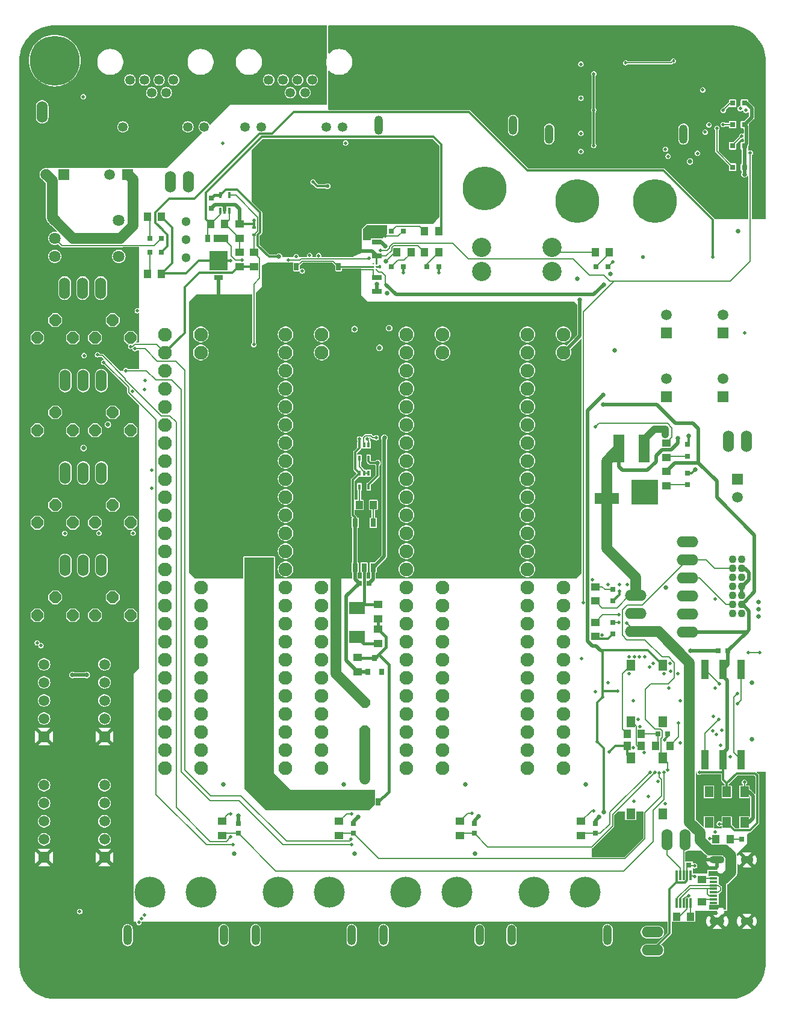
<source format=gbr>
%TF.GenerationSoftware,KiCad,Pcbnew,7.0.1*%
%TF.CreationDate,2023-03-31T00:04:02+09:00*%
%TF.ProjectId,(Eagle)PowerUnit-Bseries(ver2.0),28456167-6c65-4295-906f-776572556e69,rev?*%
%TF.SameCoordinates,Original*%
%TF.FileFunction,Copper,L1,Top*%
%TF.FilePolarity,Positive*%
%FSLAX46Y46*%
G04 Gerber Fmt 4.6, Leading zero omitted, Abs format (unit mm)*
G04 Created by KiCad (PCBNEW 7.0.1) date 2023-03-31 00:04:02*
%MOMM*%
%LPD*%
G01*
G04 APERTURE LIST*
G04 Aperture macros list*
%AMRoundRect*
0 Rectangle with rounded corners*
0 $1 Rounding radius*
0 $2 $3 $4 $5 $6 $7 $8 $9 X,Y pos of 4 corners*
0 Add a 4 corners polygon primitive as box body*
4,1,4,$2,$3,$4,$5,$6,$7,$8,$9,$2,$3,0*
0 Add four circle primitives for the rounded corners*
1,1,$1+$1,$2,$3*
1,1,$1+$1,$4,$5*
1,1,$1+$1,$6,$7*
1,1,$1+$1,$8,$9*
0 Add four rect primitives between the rounded corners*
20,1,$1+$1,$2,$3,$4,$5,0*
20,1,$1+$1,$4,$5,$6,$7,0*
20,1,$1+$1,$6,$7,$8,$9,0*
20,1,$1+$1,$8,$9,$2,$3,0*%
%AMOutline5P*
0 Free polygon, 5 corners , with rotation*
0 The origin of the aperture is its center*
0 number of corners: always 5*
0 $1 to $10 corner X, Y*
0 $11 Rotation angle, in degrees counterclockwise*
0 create outline with 5 corners*
4,1,5,$1,$2,$3,$4,$5,$6,$7,$8,$9,$10,$1,$2,$11*%
%AMOutline6P*
0 Free polygon, 6 corners , with rotation*
0 The origin of the aperture is its center*
0 number of corners: always 6*
0 $1 to $12 corner X, Y*
0 $13 Rotation angle, in degrees counterclockwise*
0 create outline with 6 corners*
4,1,6,$1,$2,$3,$4,$5,$6,$7,$8,$9,$10,$11,$12,$1,$2,$13*%
%AMOutline7P*
0 Free polygon, 7 corners , with rotation*
0 The origin of the aperture is its center*
0 number of corners: always 7*
0 $1 to $14 corner X, Y*
0 $15 Rotation angle, in degrees counterclockwise*
0 create outline with 7 corners*
4,1,7,$1,$2,$3,$4,$5,$6,$7,$8,$9,$10,$11,$12,$13,$14,$1,$2,$15*%
%AMOutline8P*
0 Free polygon, 8 corners , with rotation*
0 The origin of the aperture is its center*
0 number of corners: always 8*
0 $1 to $16 corner X, Y*
0 $17 Rotation angle, in degrees counterclockwise*
0 create outline with 8 corners*
4,1,8,$1,$2,$3,$4,$5,$6,$7,$8,$9,$10,$11,$12,$13,$14,$15,$16,$1,$2,$17*%
G04 Aperture macros list end*
%TA.AperFunction,SMDPad,CuDef*%
%ADD10R,1.200000X1.000000*%
%TD*%
%TA.AperFunction,SMDPad,CuDef*%
%ADD11R,0.400000X0.800000*%
%TD*%
%TA.AperFunction,SMDPad,CuDef*%
%ADD12R,0.800000X0.800000*%
%TD*%
%TA.AperFunction,ComponentPad*%
%ADD13R,1.500000X1.500000*%
%TD*%
%TA.AperFunction,ComponentPad*%
%ADD14C,1.500000*%
%TD*%
%TA.AperFunction,SMDPad,CuDef*%
%ADD15R,3.500000X1.600000*%
%TD*%
%TA.AperFunction,SMDPad,CuDef*%
%ADD16R,1.270000X0.762000*%
%TD*%
%TA.AperFunction,SMDPad,CuDef*%
%ADD17R,2.540000X2.670000*%
%TD*%
%TA.AperFunction,SMDPad,CuDef*%
%ADD18R,1.000000X1.200000*%
%TD*%
%TA.AperFunction,ComponentPad*%
%ADD19Outline8P,-0.825000X0.341726X-0.341726X0.825000X0.341726X0.825000X0.825000X0.341726X0.825000X-0.341726X0.341726X-0.825000X-0.341726X-0.825000X-0.825000X-0.341726X0.000000*%
%TD*%
%TA.AperFunction,SMDPad,CuDef*%
%ADD20R,0.800000X0.700000*%
%TD*%
%TA.AperFunction,ComponentPad*%
%ADD21C,4.350000*%
%TD*%
%TA.AperFunction,ComponentPad*%
%ADD22O,1.200000X2.850000*%
%TD*%
%TA.AperFunction,SMDPad,CuDef*%
%ADD23R,0.300000X1.350000*%
%TD*%
%TA.AperFunction,ComponentPad*%
%ADD24C,7.010400*%
%TD*%
%TA.AperFunction,SMDPad,CuDef*%
%ADD25R,1.500000X4.000000*%
%TD*%
%TA.AperFunction,ComponentPad*%
%ADD26O,1.524000X3.048000*%
%TD*%
%TA.AperFunction,SMDPad,CuDef*%
%ADD27R,0.800000X1.200000*%
%TD*%
%TA.AperFunction,ComponentPad*%
%ADD28C,1.350000*%
%TD*%
%TA.AperFunction,SMDPad,CuDef*%
%ADD29R,0.680000X1.100000*%
%TD*%
%TA.AperFunction,SMDPad,CuDef*%
%ADD30RoundRect,0.098600X-0.241400X-0.451400X0.241400X-0.451400X0.241400X0.451400X-0.241400X0.451400X0*%
%TD*%
%TA.AperFunction,SMDPad,CuDef*%
%ADD31R,0.450000X0.950000*%
%TD*%
%TA.AperFunction,SMDPad,CuDef*%
%ADD32R,1.100000X0.300000*%
%TD*%
%TA.AperFunction,SMDPad,CuDef*%
%ADD33R,1.100000X0.600000*%
%TD*%
%TA.AperFunction,ComponentPad*%
%ADD34O,2.100000X1.100000*%
%TD*%
%TA.AperFunction,ComponentPad*%
%ADD35O,1.800000X1.100000*%
%TD*%
%TA.AperFunction,ComponentPad*%
%ADD36O,3.048000X1.524000*%
%TD*%
%TA.AperFunction,SMDPad,CuDef*%
%ADD37R,1.300000X1.550000*%
%TD*%
%TA.AperFunction,SMDPad,CuDef*%
%ADD38R,1.400000X0.800000*%
%TD*%
%TA.AperFunction,ComponentPad*%
%ADD39C,6.150000*%
%TD*%
%TA.AperFunction,ComponentPad*%
%ADD40O,1.200000X2.700000*%
%TD*%
%TA.AperFunction,SMDPad,CuDef*%
%ADD41R,0.800000X1.100000*%
%TD*%
%TA.AperFunction,SMDPad,CuDef*%
%ADD42R,2.000000X1.100000*%
%TD*%
%TA.AperFunction,ComponentPad*%
%ADD43C,1.950000*%
%TD*%
%TA.AperFunction,SMDPad,CuDef*%
%ADD44RoundRect,0.115000X0.000000X0.000000X0.000000X0.000000X0.000000X0.000000X0.000000X0.000000X0*%
%TD*%
%TA.AperFunction,ComponentPad*%
%ADD45C,1.635000*%
%TD*%
%TA.AperFunction,ComponentPad*%
%ADD46C,1.100000*%
%TD*%
%TA.AperFunction,SMDPad,CuDef*%
%ADD47R,0.800000X0.900000*%
%TD*%
%TA.AperFunction,SMDPad,CuDef*%
%ADD48R,1.000000X2.700000*%
%TD*%
%TA.AperFunction,SMDPad,CuDef*%
%ADD49R,0.700000X0.800000*%
%TD*%
%TA.AperFunction,SMDPad,CuDef*%
%ADD50R,2.160000X1.780000*%
%TD*%
%TA.AperFunction,ComponentPad*%
%ADD51C,2.700000*%
%TD*%
%TA.AperFunction,ComponentPad*%
%ADD52C,1.300000*%
%TD*%
%TA.AperFunction,SMDPad,CuDef*%
%ADD53R,0.500000X0.450000*%
%TD*%
%TA.AperFunction,SMDPad,CuDef*%
%ADD54R,1.300000X1.500000*%
%TD*%
%TA.AperFunction,ComponentPad*%
%ADD55Outline8P,-0.750000X0.310660X-0.310660X0.750000X0.310660X0.750000X0.750000X0.310660X0.750000X-0.310660X0.310660X-0.750000X-0.310660X-0.750000X-0.750000X-0.310660X90.000000*%
%TD*%
%TA.AperFunction,SMDPad,CuDef*%
%ADD56R,1.200000X1.500000*%
%TD*%
%TA.AperFunction,ViaPad*%
%ADD57C,0.502400*%
%TD*%
%TA.AperFunction,ViaPad*%
%ADD58C,0.652400*%
%TD*%
%TA.AperFunction,ViaPad*%
%ADD59C,0.472400*%
%TD*%
%TA.AperFunction,ViaPad*%
%ADD60C,0.462400*%
%TD*%
%TA.AperFunction,ViaPad*%
%ADD61C,0.482400*%
%TD*%
%TA.AperFunction,ViaPad*%
%ADD62C,0.457200*%
%TD*%
%TA.AperFunction,ViaPad*%
%ADD63C,0.600000*%
%TD*%
%TA.AperFunction,ViaPad*%
%ADD64C,0.552400*%
%TD*%
%TA.AperFunction,ViaPad*%
%ADD65C,1.152400*%
%TD*%
%TA.AperFunction,ViaPad*%
%ADD66C,0.602400*%
%TD*%
%TA.AperFunction,Conductor*%
%ADD67C,0.300000*%
%TD*%
%TA.AperFunction,Conductor*%
%ADD68C,0.160000*%
%TD*%
%TA.AperFunction,Conductor*%
%ADD69C,0.500000*%
%TD*%
%TA.AperFunction,Conductor*%
%ADD70C,0.250000*%
%TD*%
%TA.AperFunction,Conductor*%
%ADD71C,0.200000*%
%TD*%
%TA.AperFunction,Conductor*%
%ADD72C,1.500000*%
%TD*%
%TA.AperFunction,Conductor*%
%ADD73C,0.400000*%
%TD*%
%TA.AperFunction,Conductor*%
%ADD74C,1.000000*%
%TD*%
G04 APERTURE END LIST*
D10*
%TO.P,R88,LEFT*%
%TO.N,N$130*%
X187001100Y-101303600D03*
%TO.P,R88,RIGHT*%
%TO.N,+3V3*%
X187001100Y-99303600D03*
%TD*%
D11*
%TO.P,U19,GND*%
%TO.N,PGND*%
X143851100Y-99553600D03*
%TO.P,U19,INA*%
%TO.N,N$108*%
X144501100Y-99553600D03*
%TO.P,U19,INB*%
X145151100Y-99553600D03*
%TO.P,U19,OUT*%
%TO.N,N$106*%
X143851100Y-101453600D03*
%TO.P,U19,VCC*%
%TO.N,5V1*%
X145151100Y-101453600D03*
%TD*%
D10*
%TO.P,R108,LEFT*%
%TO.N,CURRENT4*%
X175001100Y-150503600D03*
%TO.P,R108,RIGHT*%
%TO.N,N$102*%
X175001100Y-148503600D03*
%TD*%
D12*
%TO.P,ALIVE,A*%
%TO.N,N$58*%
X196351100Y-47503600D03*
%TO.P,ALIVE,K*%
%TO.N,SGND*%
X198001100Y-47503600D03*
%TD*%
D13*
%TO.P,SPOW,1*%
%TO.N,SGND*%
X197001100Y-100383600D03*
D14*
%TO.P,SPOW,2*%
%TO.N,N$37*%
X197001100Y-102923600D03*
%TD*%
D15*
%TO.P,C7,ANODE*%
%TO.N,E5V*%
X178601100Y-103103600D03*
%TO.P,C7,CATHODE*%
%TO.N,SGND*%
X184001100Y-103103600D03*
%TD*%
D12*
%TO.P,LED3,A*%
%TO.N,N$24*%
X114351100Y-66503600D03*
%TO.P,LED3,K*%
%TO.N,N$21*%
X116001100Y-66503600D03*
%TD*%
D16*
%TO.P,SB5,A*%
%TO.N,N$111*%
X124001100Y-72029100D03*
D17*
%TO.P,SB5,C*%
%TO.N,VCC*%
X124001100Y-69678100D03*
%TD*%
D18*
%TO.P,R85,LEFT*%
%TO.N,N$126*%
X155001100Y-65503600D03*
%TO.P,R85,RIGHT*%
%TO.N,N$124*%
X153001100Y-65503600D03*
%TD*%
%TO.P,R47,LEFT*%
%TO.N,N$104*%
X185501100Y-137853600D03*
%TO.P,R47,RIGHT*%
%TO.N,DEBUG_BT*%
X187501100Y-137853600D03*
%TD*%
D19*
%TO.P,TP5,CENTER*%
%TO.N,CS3_REF1*%
X101051100Y-104003600D03*
%TO.P,TP5,LEFT*%
X98551100Y-106503600D03*
%TO.P,TP5,RIGHT*%
%TO.N,N$82*%
X103551100Y-106503600D03*
%TD*%
%TO.P,TP1,CENTER*%
%TO.N,CS1_REF1*%
X101051100Y-78003600D03*
%TO.P,TP1,LEFT*%
X98551100Y-80503600D03*
%TO.P,TP1,RIGHT*%
%TO.N,N$13*%
X103551100Y-80503600D03*
%TD*%
D20*
%TO.P,C43,P$1*%
%TO.N,SGND*%
X126801100Y-148803600D03*
%TO.P,C43,P$2*%
%TO.N,CURRENT1*%
X126801100Y-150203600D03*
%TD*%
D18*
%TO.P,R84,LEFT*%
%TO.N,N$123*%
X190441100Y-161903600D03*
%TO.P,R84,RIGHT*%
%TO.N,N$121*%
X188441100Y-161903600D03*
%TD*%
D13*
%TO.P,Encoder4,1*%
%TO.N,SGND*%
X108001100Y-153583600D03*
D14*
%TO.P,Encoder4,2*%
%TO.N,N/C*%
X108001100Y-151043600D03*
%TO.P,Encoder4,3*%
%TO.N,ENC4_A*%
X108001100Y-148503600D03*
%TO.P,Encoder4,4*%
%TO.N,+5V*%
X108001100Y-145963600D03*
%TO.P,Encoder4,5*%
%TO.N,ENC4_B*%
X108001100Y-143423600D03*
%TD*%
D21*
%TO.P,Motor1,+*%
%TO.N,N$4*%
X121601100Y-158503600D03*
%TO.P,Motor1,-*%
%TO.N,IP1*%
X114401100Y-158503600D03*
D22*
%TO.P,Motor1,P$3*%
%TO.N,N/C*%
X124751100Y-164503600D03*
%TO.P,Motor1,P$4*%
X111251100Y-164503600D03*
%TD*%
D23*
%TO.P,U3,3V3*%
%TO.N,+3V3*%
X188441100Y-156068600D03*
%TO.P,U3,CTS#*%
%TO.N,N$123*%
X190441100Y-160018600D03*
%TO.P,U3,GND*%
%TO.N,SGND*%
X189441100Y-160018600D03*
%TO.P,U3,RTS#*%
%TO.N,N$121*%
X189941100Y-160018600D03*
%TO.P,U3,RXD*%
%TO.N,USART_TX*%
X188941100Y-156068600D03*
%TO.P,U3,TNOW*%
%TO.N,N$33*%
X190441100Y-156068600D03*
%TO.P,U3,TXD*%
%TO.N,USART_RX*%
X189441100Y-156068600D03*
%TO.P,U3,UD+*%
%TO.N,N$31*%
X188441100Y-160018600D03*
%TO.P,U3,UD-*%
%TO.N,N$32*%
X188941100Y-160018600D03*
%TO.P,U3,VCC*%
%TO.N,+3V3*%
X189941100Y-156068600D03*
%TD*%
D24*
%TO.P,H1,P$1*%
%TO.N,PGND*%
X101001100Y-41503600D03*
%TD*%
D10*
%TO.P,R82,LEFT*%
%TO.N,+3V3*%
X129001100Y-70503600D03*
%TO.P,R82,RIGHT*%
%TO.N,THERMAL*%
X129001100Y-68503600D03*
%TD*%
D13*
%TO.P,Emergency1,1*%
%TO.N,N$21*%
X102271100Y-57503600D03*
D14*
%TO.P,Emergency1,2*%
%TO.N,N$19*%
X99731100Y-57503600D03*
%TD*%
D19*
%TO.P,TP6,CENTER*%
%TO.N,CS3_REF2*%
X109151100Y-104003600D03*
%TO.P,TP6,LEFT*%
X106651100Y-106503600D03*
%TO.P,TP6,RIGHT*%
%TO.N,N$98*%
X111651100Y-106503600D03*
%TD*%
D25*
%TO.P,L1,L*%
%TO.N,N$40*%
X183901100Y-96103600D03*
%TO.P,L1,R*%
%TO.N,E5V*%
X180301100Y-96103600D03*
%TD*%
D26*
%TO.P,JP10,1*%
%TO.N,CS4_OCD2*%
X107541100Y-112503600D03*
%TO.P,JP10,2*%
%TO.N,N$114*%
X105001100Y-112503600D03*
%TO.P,JP10,3*%
%TO.N,CS4_OCD1*%
X102461100Y-112503600D03*
%TD*%
D27*
%TO.P,TLP3,ANODE*%
%TO.N,N$110*%
X145771100Y-106503600D03*
%TO.P,TLP3,CATHODE*%
%TO.N,PGND*%
X143231100Y-106503600D03*
%TO.P,TLP3,GND*%
X143231100Y-112803600D03*
%TO.P,TLP3,VCC*%
%TO.N,VCC*%
X145771100Y-112803600D03*
%TO.P,TLP3,VO*%
%TO.N,N$95*%
X144501100Y-112803600D03*
%TD*%
D20*
%TO.P,C72,P$1*%
%TO.N,+3V3*%
X123001100Y-60853600D03*
%TO.P,C72,P$2*%
%TO.N,SGND*%
X123001100Y-62253600D03*
%TD*%
D28*
%TO.P,RJ45_1,1*%
%TO.N,+5V*%
X111581100Y-44243600D03*
%TO.P,RJ45_1,2*%
%TO.N,SGND*%
X112601100Y-46023600D03*
%TO.P,RJ45_1,3*%
%TO.N,CAN_L*%
X113621100Y-44243600D03*
%TO.P,RJ45_1,4*%
X114641100Y-46023600D03*
%TO.P,RJ45_1,5*%
%TO.N,CAN_H*%
X115661100Y-44243600D03*
%TO.P,RJ45_1,6*%
X116681100Y-46023600D03*
%TO.P,RJ45_1,7*%
%TO.N,+5V*%
X117701100Y-44243600D03*
%TO.P,RJ45_1,8*%
%TO.N,SGND*%
X118721100Y-46023600D03*
%TO.P,RJ45_1,LED1_A*%
%TO.N,N$69*%
X122011100Y-50843600D03*
%TO.P,RJ45_1,LED1_K*%
%TO.N,N$71*%
X119721100Y-50843600D03*
%TO.P,RJ45_1,LED2_A*%
%TO.N,N$51*%
X110581100Y-50843600D03*
%TO.P,RJ45_1,LED2_K*%
%TO.N,SGND*%
X108291100Y-50843600D03*
%TD*%
D29*
%TO.P,Q10,D*%
%TO.N,N$11*%
X144601100Y-142533600D03*
D30*
%TO.P,Q10,G*%
%TO.N,N$96*%
X146506100Y-145793600D03*
%TO.P,Q10,S1*%
%TO.N,PGND*%
X142696100Y-145793600D03*
%TO.P,Q10,S2*%
X143966100Y-145793600D03*
%TO.P,Q10,S3*%
X145236100Y-145793600D03*
%TD*%
D19*
%TO.P,TP7,CENTER*%
%TO.N,CS4_REF1*%
X101051100Y-117003600D03*
%TO.P,TP7,LEFT*%
X98551100Y-119503600D03*
%TO.P,TP7,RIGHT*%
%TO.N,N$100*%
X103551100Y-119503600D03*
%TD*%
D31*
%TO.P,U27,IN+*%
%TO.N,N$122*%
X125551100Y-62653600D03*
%TO.P,U27,IN-*%
%TO.N,THERMAL*%
X125551100Y-60453600D03*
%TO.P,U27,OUT*%
%TO.N,N$126*%
X124251100Y-62653600D03*
%TO.P,U27,VDD*%
%TO.N,+3V3*%
X124251100Y-60453600D03*
%TO.P,U27,VSS*%
%TO.N,SGND*%
X124901100Y-62653600D03*
%TD*%
D18*
%TO.P,R45,LEFT*%
%TO.N,N$61*%
X183501100Y-137853600D03*
%TO.P,R45,RIGHT*%
%TO.N,SGND*%
X181501100Y-137853600D03*
%TD*%
D20*
%TO.P,C3,P$1*%
%TO.N,SGND*%
X190191100Y-153233600D03*
%TO.P,C3,P$2*%
%TO.N,+3V3*%
X190191100Y-154633600D03*
%TD*%
D32*
%TO.P,USB1,CC1*%
%TO.N,N$30*%
X193611100Y-159493600D03*
%TO.P,USB1,CC2*%
%TO.N,N$29*%
X193611100Y-156493600D03*
%TO.P,USB1,DN1*%
%TO.N,N$32*%
X193611100Y-157993600D03*
%TO.P,USB1,DN2*%
X193611100Y-158993600D03*
%TO.P,USB1,DP1*%
%TO.N,N$31*%
X193611100Y-158493600D03*
%TO.P,USB1,DP2*%
X193611100Y-157493600D03*
D33*
%TO.P,USB1,GND1*%
%TO.N,SGND*%
X193611100Y-161443600D03*
%TO.P,USB1,GND2*%
X193611100Y-155043600D03*
D32*
%TO.P,USB1,SBU1*%
%TO.N,N/C*%
X193611100Y-156993600D03*
%TO.P,USB1,SBU2*%
X193611100Y-159993600D03*
D34*
%TO.P,USB1,SHIELD1*%
%TO.N,SGND*%
X194171100Y-162563600D03*
D35*
%TO.P,USB1,SHIELD2*%
X198351100Y-162563600D03*
%TO.P,USB1,SHIELD3*%
X198351100Y-153923600D03*
D34*
%TO.P,USB1,SHIELD4*%
X194171100Y-153923600D03*
D33*
%TO.P,USB1,VBUS1*%
%TO.N,U5V*%
X193611100Y-160643600D03*
%TO.P,USB1,VBUS2*%
X193611100Y-155843600D03*
%TD*%
D12*
%TO.P,OTP,A*%
%TO.N,N$124*%
X148351100Y-65503600D03*
%TO.P,OTP,K*%
%TO.N,SGND*%
X150001100Y-65503600D03*
%TD*%
D18*
%TO.P,R79,LEFT*%
%TO.N,N$25*%
X177001100Y-68503600D03*
%TO.P,R79,RIGHT*%
%TO.N,N$120*%
X179001100Y-68503600D03*
%TD*%
D12*
%TO.P,SUPPLY,A*%
%TO.N,N$3*%
X148351100Y-70503600D03*
%TO.P,SUPPLY,K*%
%TO.N,PGND*%
X150001100Y-70503600D03*
%TD*%
D36*
%TO.P,BOOTMODE,1*%
%TO.N,BOOT0*%
X185061100Y-164093600D03*
%TO.P,BOOTMODE,2*%
%TO.N,+3V3*%
X185061100Y-166633600D03*
%TD*%
D26*
%TO.P,JP1,1*%
%TO.N,CS2_OCD2*%
X107541100Y-86503600D03*
%TO.P,JP1,2*%
%TO.N,N$83*%
X105001100Y-86503600D03*
%TO.P,JP1,3*%
%TO.N,CS2_OCD1*%
X102461100Y-86503600D03*
%TD*%
D19*
%TO.P,TP8,CENTER*%
%TO.N,CS4_REF2*%
X109151100Y-117003600D03*
%TO.P,TP8,LEFT*%
X106651100Y-119503600D03*
%TO.P,TP8,RIGHT*%
%TO.N,N$101*%
X111651100Y-119503600D03*
%TD*%
D26*
%TO.P,JP7,1*%
%TO.N,SGND*%
X119821100Y-58583600D03*
%TO.P,JP7,2*%
%TO.N,N$68*%
X117281100Y-58583600D03*
%TD*%
D18*
%TO.P,R2,LEFT*%
%TO.N,VCC*%
X153001100Y-68503600D03*
%TO.P,R2,RIGHT*%
%TO.N,N$17*%
X155001100Y-68503600D03*
%TD*%
D37*
%TO.P,B2,1*%
%TO.N,+3V3*%
X186491100Y-126528600D03*
%TO.P,B2,2*%
%TO.N,N/C*%
X186491100Y-134478600D03*
%TO.P,B2,3*%
%TO.N,N$62*%
X181991100Y-126528600D03*
%TO.P,B2,4*%
%TO.N,N$61*%
X181991100Y-134478600D03*
%TD*%
D38*
%TO.P,C66,P$1*%
%TO.N,N$111*%
X146301100Y-72003600D03*
%TO.P,C66,P$2*%
%TO.N,PGND*%
X146301100Y-74003600D03*
%TD*%
D39*
%TO.P,BATTERY,+*%
%TO.N,N$25*%
X185421100Y-61253600D03*
%TO.P,BATTERY,-*%
%TO.N,PGND*%
X174521100Y-61253600D03*
D40*
%TO.P,BATTERY,P$3*%
%TO.N,N/C*%
X170521100Y-51853600D03*
%TO.P,BATTERY,P$4*%
X189421100Y-51853600D03*
%TD*%
D41*
%TO.P,SB8,A*%
%TO.N,N$126*%
X122501100Y-66503600D03*
D42*
%TO.P,SB8,C*%
%TO.N,SHUTDOWN*%
X124401100Y-66503600D03*
%TD*%
D21*
%TO.P,CON4,+*%
%TO.N,N$10*%
X175601100Y-158503600D03*
%TO.P,CON4,-*%
%TO.N,IP4*%
X168401100Y-158503600D03*
D22*
%TO.P,CON4,P$3*%
%TO.N,N/C*%
X178751100Y-164503600D03*
%TO.P,CON4,P$4*%
X165251100Y-164503600D03*
%TD*%
D12*
%TO.P,GO,A*%
%TO.N,N$7*%
X114351100Y-68503600D03*
%TO.P,GO,K*%
%TO.N,N$16*%
X116001100Y-68503600D03*
%TD*%
%TO.P,+5V,A*%
%TO.N,N$129*%
X190001100Y-97153600D03*
%TO.P,+5V,K*%
%TO.N,SGND*%
X190001100Y-95503600D03*
%TD*%
D13*
%TO.P,Encoder3,1*%
%TO.N,SGND*%
X99500000Y-153583600D03*
D14*
%TO.P,Encoder3,2*%
%TO.N,N/C*%
X99500000Y-151043600D03*
%TO.P,Encoder3,3*%
%TO.N,ENC3_A*%
X99500000Y-148503600D03*
%TO.P,Encoder3,4*%
%TO.N,+5V*%
X99500000Y-145963600D03*
%TO.P,Encoder3,5*%
%TO.N,ENC3_B*%
X99500000Y-143423600D03*
%TD*%
D43*
%TO.P,EDGE3,P$1*%
%TO.N,N$6*%
X155541100Y-140983600D03*
%TO.P,EDGE3,P$2*%
X155541100Y-138443600D03*
%TO.P,EDGE3,P$3*%
X155541100Y-135903600D03*
%TO.P,EDGE3,P$4*%
X155541100Y-133363600D03*
%TO.P,EDGE3,P$5*%
X155541100Y-130823600D03*
%TO.P,EDGE3,P$6*%
%TO.N,IN3*%
X155541100Y-128283600D03*
%TO.P,EDGE3,P$7*%
X155541100Y-125743600D03*
%TO.P,EDGE3,P$8*%
X155541100Y-123203600D03*
%TO.P,EDGE3,P$9*%
X155541100Y-120663600D03*
%TO.P,EDGE3,P$10*%
X155541100Y-118123600D03*
%TO.P,EDGE3,P$11*%
X155541100Y-115583600D03*
%TO.P,EDGE3,P$12*%
%TO.N,N$111*%
X155541100Y-113043600D03*
%TO.P,EDGE3,P$13*%
X155541100Y-110503600D03*
%TO.P,EDGE3,P$14*%
X155541100Y-107963600D03*
%TO.P,EDGE3,P$15*%
X155541100Y-105423600D03*
%TO.P,EDGE3,P$16*%
X155541100Y-102883600D03*
%TO.P,EDGE3,P$17*%
X155541100Y-100343600D03*
%TO.P,EDGE3,P$18*%
X155541100Y-97803600D03*
%TO.P,EDGE3,P$19*%
X155541100Y-95263600D03*
%TO.P,EDGE3,P$20*%
X155541100Y-92723600D03*
%TO.P,EDGE3,P$21*%
X155541100Y-90183600D03*
%TO.P,EDGE3,P$22*%
X155541100Y-87643600D03*
%TO.P,EDGE3,P$23*%
X155541100Y-85103600D03*
%TO.P,EDGE3,P$24*%
%TO.N,SGND*%
X155541100Y-82563600D03*
%TO.P,EDGE3,P$25*%
%TO.N,PWM3*%
X155541100Y-80023600D03*
%TO.P,EDGE3,P$26*%
%TO.N,DIR3*%
X150461100Y-80023600D03*
%TO.P,EDGE3,P$27*%
%TO.N,+3V3*%
X150461100Y-82563600D03*
%TO.P,EDGE3,P$28*%
%TO.N,PGND*%
X150461100Y-85103600D03*
%TO.P,EDGE3,P$29*%
X150461100Y-87643600D03*
%TO.P,EDGE3,P$30*%
X150461100Y-90183600D03*
%TO.P,EDGE3,P$31*%
X150461100Y-92723600D03*
%TO.P,EDGE3,P$32*%
X150461100Y-95263600D03*
%TO.P,EDGE3,P$33*%
X150461100Y-97803600D03*
%TO.P,EDGE3,P$34*%
X150461100Y-100343600D03*
%TO.P,EDGE3,P$35*%
X150461100Y-102883600D03*
%TO.P,EDGE3,P$36*%
X150461100Y-105423600D03*
%TO.P,EDGE3,P$37*%
X150461100Y-107963600D03*
%TO.P,EDGE3,P$38*%
X150461100Y-110503600D03*
%TO.P,EDGE3,P$39*%
X150461100Y-113043600D03*
%TO.P,EDGE3,P$40*%
%TO.N,IN3*%
X150461100Y-115583600D03*
%TO.P,EDGE3,P$41*%
X150461100Y-118123600D03*
%TO.P,EDGE3,P$42*%
X150461100Y-120663600D03*
%TO.P,EDGE3,P$43*%
X150461100Y-123203600D03*
%TO.P,EDGE3,P$44*%
X150461100Y-125743600D03*
%TO.P,EDGE3,P$45*%
%TO.N,N$6*%
X150461100Y-128283600D03*
%TO.P,EDGE3,P$46*%
X150461100Y-130823600D03*
%TO.P,EDGE3,P$47*%
X150461100Y-133363600D03*
%TO.P,EDGE3,P$48*%
X150461100Y-135903600D03*
%TO.P,EDGE3,P$49*%
X150461100Y-138443600D03*
%TO.P,EDGE3,P$50*%
X150461100Y-140983600D03*
%TD*%
D10*
%TO.P,R80,LEFT*%
%TO.N,+3V3*%
X127001100Y-70503600D03*
%TO.P,R80,RIGHT*%
%TO.N,N$122*%
X127001100Y-68503600D03*
%TD*%
D13*
%TO.P,Encoder2,1*%
%TO.N,SGND*%
X108001100Y-136583600D03*
D14*
%TO.P,Encoder2,2*%
%TO.N,N/C*%
X108001100Y-134043600D03*
%TO.P,Encoder2,3*%
%TO.N,ENC2_A*%
X108001100Y-131503600D03*
%TO.P,Encoder2,4*%
%TO.N,+5V*%
X108001100Y-128963600D03*
%TO.P,Encoder2,5*%
%TO.N,ENC2_B*%
X108001100Y-126423600D03*
%TD*%
D43*
%TO.P,EDGE1,P$1*%
%TO.N,N$4*%
X121541100Y-140983600D03*
%TO.P,EDGE1,P$2*%
X121541100Y-138443600D03*
%TO.P,EDGE1,P$3*%
X121541100Y-135903600D03*
%TO.P,EDGE1,P$4*%
X121541100Y-133363600D03*
%TO.P,EDGE1,P$5*%
X121541100Y-130823600D03*
%TO.P,EDGE1,P$6*%
%TO.N,IN1*%
X121541100Y-128283600D03*
%TO.P,EDGE1,P$7*%
X121541100Y-125743600D03*
%TO.P,EDGE1,P$8*%
X121541100Y-123203600D03*
%TO.P,EDGE1,P$9*%
X121541100Y-120663600D03*
%TO.P,EDGE1,P$10*%
X121541100Y-118123600D03*
%TO.P,EDGE1,P$11*%
X121541100Y-115583600D03*
%TO.P,EDGE1,P$12*%
%TO.N,N$111*%
X121541100Y-113043600D03*
%TO.P,EDGE1,P$13*%
X121541100Y-110503600D03*
%TO.P,EDGE1,P$14*%
X121541100Y-107963600D03*
%TO.P,EDGE1,P$15*%
X121541100Y-105423600D03*
%TO.P,EDGE1,P$16*%
X121541100Y-102883600D03*
%TO.P,EDGE1,P$17*%
X121541100Y-100343600D03*
%TO.P,EDGE1,P$18*%
X121541100Y-97803600D03*
%TO.P,EDGE1,P$19*%
X121541100Y-95263600D03*
%TO.P,EDGE1,P$20*%
X121541100Y-92723600D03*
%TO.P,EDGE1,P$21*%
X121541100Y-90183600D03*
%TO.P,EDGE1,P$22*%
X121541100Y-87643600D03*
%TO.P,EDGE1,P$23*%
X121541100Y-85103600D03*
%TO.P,EDGE1,P$24*%
%TO.N,SGND*%
X121541100Y-82563600D03*
%TO.P,EDGE1,P$25*%
%TO.N,PWM1*%
X121541100Y-80023600D03*
%TO.P,EDGE1,P$26*%
%TO.N,DIR1*%
X116461100Y-80023600D03*
%TO.P,EDGE1,P$27*%
%TO.N,+3V3*%
X116461100Y-82563600D03*
%TO.P,EDGE1,P$28*%
%TO.N,PGND*%
X116461100Y-85103600D03*
%TO.P,EDGE1,P$29*%
X116461100Y-87643600D03*
%TO.P,EDGE1,P$30*%
X116461100Y-90183600D03*
%TO.P,EDGE1,P$31*%
X116461100Y-92723600D03*
%TO.P,EDGE1,P$32*%
X116461100Y-95263600D03*
%TO.P,EDGE1,P$33*%
X116461100Y-97803600D03*
%TO.P,EDGE1,P$34*%
X116461100Y-100343600D03*
%TO.P,EDGE1,P$35*%
X116461100Y-102883600D03*
%TO.P,EDGE1,P$36*%
X116461100Y-105423600D03*
%TO.P,EDGE1,P$37*%
X116461100Y-107963600D03*
%TO.P,EDGE1,P$38*%
X116461100Y-110503600D03*
%TO.P,EDGE1,P$39*%
X116461100Y-113043600D03*
%TO.P,EDGE1,P$40*%
%TO.N,IN1*%
X116461100Y-115583600D03*
%TO.P,EDGE1,P$41*%
X116461100Y-118123600D03*
%TO.P,EDGE1,P$42*%
X116461100Y-120663600D03*
%TO.P,EDGE1,P$43*%
X116461100Y-123203600D03*
%TO.P,EDGE1,P$44*%
X116461100Y-125743600D03*
%TO.P,EDGE1,P$45*%
%TO.N,N$4*%
X116461100Y-128283600D03*
%TO.P,EDGE1,P$46*%
X116461100Y-130823600D03*
%TO.P,EDGE1,P$47*%
X116461100Y-133363600D03*
%TO.P,EDGE1,P$48*%
X116461100Y-135903600D03*
%TO.P,EDGE1,P$49*%
X116461100Y-138443600D03*
%TO.P,EDGE1,P$50*%
X116461100Y-140983600D03*
%TD*%
D10*
%TO.P,R32,LEFT*%
%TO.N,N$112*%
X146501100Y-123503600D03*
%TO.P,R32,RIGHT*%
%TO.N,N$96*%
X146501100Y-121503600D03*
%TD*%
D24*
%TO.P,H3,P$1*%
%TO.N,SGND*%
X196001100Y-168503600D03*
%TD*%
D18*
%TO.P,R113,LEFT*%
%TO.N,VCC*%
X116001100Y-63503600D03*
%TO.P,R113,RIGHT*%
%TO.N,N$24*%
X114001100Y-63503600D03*
%TD*%
D12*
%TO.P,LED11,A*%
%TO.N,N$125*%
X179501100Y-115853600D03*
%TO.P,LED11,K*%
%TO.N,SGND*%
X179501100Y-117503600D03*
%TD*%
D13*
%TO.P,Encoder1,1*%
%TO.N,SGND*%
X99500000Y-136583600D03*
D14*
%TO.P,Encoder1,2*%
%TO.N,N/C*%
X99500000Y-134043600D03*
%TO.P,Encoder1,3*%
%TO.N,ENC1_A*%
X99500000Y-131503600D03*
%TO.P,Encoder1,4*%
%TO.N,+5V*%
X99500000Y-128963600D03*
%TO.P,Encoder1,5*%
%TO.N,ENC1_B*%
X99500000Y-126423600D03*
%TD*%
D44*
%TO.P,U14,GND*%
%TO.N,PGND*%
X146201100Y-70503600D03*
%TO.P,U14,VCT*%
%TO.N,EMERGENCY*%
X146201100Y-70903600D03*
%TO.P,U14,VGATE1*%
%TO.N,N/C*%
X145801100Y-70103600D03*
%TO.P,U14,VGATE2*%
%TO.N,N$26*%
X145801100Y-70503600D03*
%TO.P,U14,VIN*%
%TO.N,VCC*%
X146201100Y-70103600D03*
%TO.P,U14,VOUT*%
%TO.N,N$111*%
X145801100Y-70903600D03*
%TD*%
D18*
%TO.P,R116,LEFT*%
%TO.N,VCC*%
X116001100Y-71503600D03*
%TO.P,R116,RIGHT*%
%TO.N,N$7*%
X114001100Y-71503600D03*
%TD*%
D45*
%TO.P,SW4,O*%
%TO.N,N$19*%
X101001100Y-63963600D03*
%TO.P,SW4,P*%
%TO.N,N$21*%
X101001100Y-66503600D03*
%TO.P,SW4,S*%
%TO.N,N/C*%
X101001100Y-69043600D03*
%TD*%
D12*
%TO.P,LED1,A*%
%TO.N,N$17*%
X153351100Y-70503600D03*
%TO.P,LED1,K*%
%TO.N,PGND*%
X155001100Y-70503600D03*
%TD*%
D13*
%TO.P,INV_SW2,1*%
%TO.N,N$19*%
X111271100Y-57503600D03*
D14*
%TO.P,INV_SW2,2*%
%TO.N,PGND*%
X108731100Y-57503600D03*
%TD*%
D18*
%TO.P,R5,LEFT*%
%TO.N,N$111*%
X149101100Y-68503600D03*
%TO.P,R5,RIGHT*%
%TO.N,N$3*%
X151101100Y-68503600D03*
%TD*%
D43*
%TO.P,EDGE2,P$1*%
%TO.N,N$5*%
X138541100Y-140983600D03*
%TO.P,EDGE2,P$2*%
X138541100Y-138443600D03*
%TO.P,EDGE2,P$3*%
X138541100Y-135903600D03*
%TO.P,EDGE2,P$4*%
X138541100Y-133363600D03*
%TO.P,EDGE2,P$5*%
X138541100Y-130823600D03*
%TO.P,EDGE2,P$6*%
%TO.N,IN2*%
X138541100Y-128283600D03*
%TO.P,EDGE2,P$7*%
X138541100Y-125743600D03*
%TO.P,EDGE2,P$8*%
X138541100Y-123203600D03*
%TO.P,EDGE2,P$9*%
X138541100Y-120663600D03*
%TO.P,EDGE2,P$10*%
X138541100Y-118123600D03*
%TO.P,EDGE2,P$11*%
X138541100Y-115583600D03*
%TO.P,EDGE2,P$12*%
%TO.N,N$111*%
X138541100Y-113043600D03*
%TO.P,EDGE2,P$13*%
X138541100Y-110503600D03*
%TO.P,EDGE2,P$14*%
X138541100Y-107963600D03*
%TO.P,EDGE2,P$15*%
X138541100Y-105423600D03*
%TO.P,EDGE2,P$16*%
X138541100Y-102883600D03*
%TO.P,EDGE2,P$17*%
X138541100Y-100343600D03*
%TO.P,EDGE2,P$18*%
X138541100Y-97803600D03*
%TO.P,EDGE2,P$19*%
X138541100Y-95263600D03*
%TO.P,EDGE2,P$20*%
X138541100Y-92723600D03*
%TO.P,EDGE2,P$21*%
X138541100Y-90183600D03*
%TO.P,EDGE2,P$22*%
X138541100Y-87643600D03*
%TO.P,EDGE2,P$23*%
X138541100Y-85103600D03*
%TO.P,EDGE2,P$24*%
%TO.N,SGND*%
X138541100Y-82563600D03*
%TO.P,EDGE2,P$25*%
%TO.N,PWM2*%
X138541100Y-80023600D03*
%TO.P,EDGE2,P$26*%
%TO.N,DIR2*%
X133461100Y-80023600D03*
%TO.P,EDGE2,P$27*%
%TO.N,+3V3*%
X133461100Y-82563600D03*
%TO.P,EDGE2,P$28*%
%TO.N,PGND*%
X133461100Y-85103600D03*
%TO.P,EDGE2,P$29*%
X133461100Y-87643600D03*
%TO.P,EDGE2,P$30*%
X133461100Y-90183600D03*
%TO.P,EDGE2,P$31*%
X133461100Y-92723600D03*
%TO.P,EDGE2,P$32*%
X133461100Y-95263600D03*
%TO.P,EDGE2,P$33*%
X133461100Y-97803600D03*
%TO.P,EDGE2,P$34*%
X133461100Y-100343600D03*
%TO.P,EDGE2,P$35*%
X133461100Y-102883600D03*
%TO.P,EDGE2,P$36*%
X133461100Y-105423600D03*
%TO.P,EDGE2,P$37*%
X133461100Y-107963600D03*
%TO.P,EDGE2,P$38*%
X133461100Y-110503600D03*
%TO.P,EDGE2,P$39*%
X133461100Y-113043600D03*
%TO.P,EDGE2,P$40*%
%TO.N,IN2*%
X133461100Y-115583600D03*
%TO.P,EDGE2,P$41*%
X133461100Y-118123600D03*
%TO.P,EDGE2,P$42*%
X133461100Y-120663600D03*
%TO.P,EDGE2,P$43*%
X133461100Y-123203600D03*
%TO.P,EDGE2,P$44*%
X133461100Y-125743600D03*
%TO.P,EDGE2,P$45*%
%TO.N,N$5*%
X133461100Y-128283600D03*
%TO.P,EDGE2,P$46*%
X133461100Y-130823600D03*
%TO.P,EDGE2,P$47*%
X133461100Y-133363600D03*
%TO.P,EDGE2,P$48*%
X133461100Y-135903600D03*
%TO.P,EDGE2,P$49*%
X133461100Y-138443600D03*
%TO.P,EDGE2,P$50*%
X133461100Y-140983600D03*
%TD*%
D20*
%TO.P,C46,P$1*%
%TO.N,SGND*%
X143001100Y-148803600D03*
%TO.P,C46,P$2*%
%TO.N,CURRENT2*%
X143001100Y-150203600D03*
%TD*%
D21*
%TO.P,Motor3,+*%
%TO.N,N$6*%
X157601100Y-158503600D03*
%TO.P,Motor3,-*%
%TO.N,IP3*%
X150401100Y-158503600D03*
D22*
%TO.P,Motor3,P$3*%
%TO.N,N/C*%
X160751100Y-164503600D03*
%TO.P,Motor3,P$4*%
X147251100Y-164503600D03*
%TD*%
D26*
%TO.P,SPOW,1*%
%TO.N,VCC*%
X198271100Y-95053600D03*
%TO.P,SPOW,2*%
%TO.N,N$35*%
X195731100Y-95053600D03*
%TD*%
D39*
%TO.P,THRU,+*%
%TO.N,VCC*%
X150551100Y-59503600D03*
%TO.P,THRU,-*%
%TO.N,PGND*%
X161451100Y-59503600D03*
D40*
%TO.P,THRU,P$3*%
%TO.N,N/C*%
X146551100Y-50603600D03*
%TO.P,THRU,P$4*%
X165451100Y-50603600D03*
%TD*%
D10*
%TO.P,R9,LEFT*%
%TO.N,SGND*%
X192001100Y-161803600D03*
%TO.P,R9,RIGHT*%
%TO.N,N$30*%
X192001100Y-159803600D03*
%TD*%
D46*
%TO.P,ML1,1*%
%TO.N,N/C*%
X197636100Y-119263600D03*
%TO.P,ML1,2*%
X196366100Y-119263600D03*
%TO.P,ML1,3*%
%TO.N,+3V3*%
X197636100Y-117993600D03*
%TO.P,ML1,4*%
%TO.N,SWDIO*%
X196366100Y-117993600D03*
%TO.P,ML1,5*%
%TO.N,SGND*%
X197636100Y-116723600D03*
%TO.P,ML1,6*%
%TO.N,SWCLK*%
X196366100Y-116723600D03*
%TO.P,ML1,7*%
%TO.N,SGND*%
X197636100Y-115453600D03*
%TO.P,ML1,8*%
%TO.N,SWO*%
X196366100Y-115453600D03*
%TO.P,ML1,9*%
%TO.N,N/C*%
X197636100Y-114183600D03*
%TO.P,ML1,10*%
%TO.N,N$67*%
X196366100Y-114183600D03*
%TO.P,ML1,11*%
%TO.N,SGND*%
X197636100Y-112913600D03*
%TO.P,ML1,12*%
%TO.N,NRST*%
X196366100Y-112913600D03*
%TO.P,ML1,13*%
%TO.N,N$64*%
X197636100Y-111643600D03*
%TO.P,ML1,14*%
%TO.N,N$66*%
X196366100Y-111643600D03*
%TD*%
D26*
%TO.P,JP8,1*%
%TO.N,CS1_OCD2*%
X107461100Y-73503600D03*
%TO.P,JP8,2*%
%TO.N,N$9*%
X104921100Y-73503600D03*
%TO.P,JP8,3*%
%TO.N,CS1_OCD1*%
X102381100Y-73503600D03*
%TD*%
D47*
%TO.P,ZD5,ANODE*%
%TO.N,PGND*%
X145051100Y-127503600D03*
%TO.P,ZD5,CATHODE*%
%TO.N,N$96*%
X146001100Y-125503600D03*
%TO.P,ZD5,NC*%
%TO.N,N/C*%
X146951100Y-127503600D03*
%TD*%
D12*
%TO.P,COM,A*%
%TO.N,N$59*%
X196351100Y-50503600D03*
%TO.P,COM,K*%
%TO.N,SGND*%
X198001100Y-50503600D03*
%TD*%
%TO.P,DISABLE,A*%
%TO.N,N$127*%
X196351100Y-56503600D03*
%TO.P,DISABLE,K*%
%TO.N,SGND*%
X198001100Y-56503600D03*
%TD*%
D10*
%TO.P,R87,LEFT*%
%TO.N,N$55*%
X177001100Y-122503600D03*
%TO.P,R87,RIGHT*%
%TO.N,U5V*%
X177001100Y-120503600D03*
%TD*%
D26*
%TO.P,GND,1*%
%TO.N,SGND*%
X101771100Y-48713600D03*
%TO.P,GND,2*%
%TO.N,PGND*%
X99231100Y-48713600D03*
%TD*%
D12*
%TO.P,BATTERY,A*%
%TO.N,N$120*%
X177151100Y-70503600D03*
%TO.P,BATTERY,K*%
%TO.N,PGND*%
X178801100Y-70503600D03*
%TD*%
D19*
%TO.P,TP3,CENTER*%
%TO.N,CS2_REF1*%
X101051100Y-91003600D03*
%TO.P,TP3,LEFT*%
X98551100Y-93503600D03*
%TO.P,TP3,RIGHT*%
%TO.N,N$79*%
X103551100Y-93503600D03*
%TD*%
D12*
%TO.P,DEBUG,A*%
%TO.N,N$60*%
X196351100Y-53503600D03*
%TO.P,DEBUG,K*%
%TO.N,SGND*%
X198001100Y-53503600D03*
%TD*%
D13*
%TO.P,CTRL2,1*%
%TO.N,N$21*%
X195001100Y-88773600D03*
D14*
%TO.P,CTRL2,2*%
%TO.N,VCC*%
X195001100Y-86233600D03*
%TD*%
D10*
%TO.P,R57,LEFT*%
%TO.N,CURRENT1*%
X124501100Y-150503600D03*
%TO.P,R57,RIGHT*%
%TO.N,N$1*%
X124501100Y-148503600D03*
%TD*%
%TO.P,R103,LEFT*%
%TO.N,CURRENT3*%
X158001100Y-150503600D03*
%TO.P,R103,RIGHT*%
%TO.N,N$99*%
X158001100Y-148503600D03*
%TD*%
D28*
%TO.P,RJ45_2,1*%
%TO.N,+5V*%
X131081100Y-44243600D03*
%TO.P,RJ45_2,2*%
%TO.N,SGND*%
X132101100Y-46023600D03*
%TO.P,RJ45_2,3*%
%TO.N,CAN_L*%
X133121100Y-44243600D03*
%TO.P,RJ45_2,4*%
X134141100Y-46023600D03*
%TO.P,RJ45_2,5*%
%TO.N,CAN_H*%
X135161100Y-44243600D03*
%TO.P,RJ45_2,6*%
X136181100Y-46023600D03*
%TO.P,RJ45_2,7*%
%TO.N,+5V*%
X137201100Y-44243600D03*
%TO.P,RJ45_2,8*%
%TO.N,SGND*%
X138221100Y-46023600D03*
%TO.P,RJ45_2,LED1_A*%
%TO.N,N$70*%
X141511100Y-50843600D03*
%TO.P,RJ45_2,LED1_K*%
%TO.N,N$72*%
X139221100Y-50843600D03*
%TO.P,RJ45_2,LED2_A*%
%TO.N,N$53*%
X130081100Y-50843600D03*
%TO.P,RJ45_2,LED2_K*%
%TO.N,SGND*%
X127791100Y-50843600D03*
%TD*%
D26*
%TO.P,ECHO,1*%
%TO.N,USART_RX*%
X189651100Y-151103600D03*
%TO.P,ECHO,2*%
%TO.N,USART_TX*%
X187111100Y-151103600D03*
%TD*%
D48*
%TO.P,SW2,1*%
%TO.N,DIP_SW1*%
X192461100Y-139873600D03*
%TO.P,SW2,2*%
%TO.N,DIP_SW2*%
X197541100Y-127173600D03*
%TO.P,SW2,4*%
%TO.N,DIP_SW3*%
X197541100Y-139873600D03*
%TO.P,SW2,8*%
%TO.N,DIP_SW4*%
X192461100Y-127173600D03*
%TO.P,SW2,C1*%
%TO.N,+3V3*%
X195001100Y-139873600D03*
%TO.P,SW2,C2*%
X195001100Y-127173600D03*
%TD*%
D20*
%TO.P,C60,P$1*%
%TO.N,SGND*%
X160001100Y-148803600D03*
%TO.P,C60,P$2*%
%TO.N,CURRENT3*%
X160001100Y-150203600D03*
%TD*%
D10*
%TO.P,R86,LEFT*%
%TO.N,N$125*%
X177001100Y-115503600D03*
%TO.P,R86,RIGHT*%
%TO.N,E5V*%
X177001100Y-117503600D03*
%TD*%
%TO.P,R119,LEFT*%
%TO.N,PGND*%
X143551100Y-127453600D03*
%TO.P,R119,RIGHT*%
%TO.N,N$96*%
X143551100Y-125453600D03*
%TD*%
D49*
%TO.P,C35,P$1*%
%TO.N,N$104*%
X185801100Y-136203600D03*
%TO.P,C35,P$2*%
%TO.N,SGND*%
X187201100Y-136203600D03*
%TD*%
D50*
%TO.P,D4,A*%
%TO.N,N$112*%
X143501100Y-122528600D03*
%TO.P,D4,C*%
%TO.N,N$95*%
X143501100Y-118478600D03*
%TD*%
D10*
%TO.P,R8,LEFT*%
%TO.N,SGND*%
X192051100Y-154653600D03*
%TO.P,R8,RIGHT*%
%TO.N,N$29*%
X192051100Y-156653600D03*
%TD*%
D29*
%TO.P,Q1,D*%
%TO.N,VCC*%
X139001100Y-67233600D03*
D30*
%TO.P,Q1,G*%
%TO.N,N$26*%
X140906100Y-70493600D03*
%TO.P,Q1,S1*%
%TO.N,N$111*%
X137096100Y-70493600D03*
%TO.P,Q1,S2*%
X138366100Y-70493600D03*
%TO.P,Q1,S3*%
X139636100Y-70493600D03*
%TD*%
D18*
%TO.P,R83,LEFT*%
%TO.N,N$122*%
X124901100Y-64453600D03*
%TO.P,R83,RIGHT*%
%TO.N,N$126*%
X122901100Y-64453600D03*
%TD*%
D10*
%TO.P,R98,LEFT*%
%TO.N,CURRENT2*%
X141001100Y-150503600D03*
%TO.P,R98,RIGHT*%
%TO.N,N$81*%
X141001100Y-148503600D03*
%TD*%
D13*
%TO.P,THRU2,1*%
%TO.N,N$21*%
X187001100Y-88773600D03*
D14*
%TO.P,THRU2,2*%
%TO.N,VCC*%
X187001100Y-86233600D03*
%TD*%
D19*
%TO.P,TP2,CENTER*%
%TO.N,CS1_REF2*%
X109151100Y-78003600D03*
%TO.P,TP2,LEFT*%
X106651100Y-80503600D03*
%TO.P,TP2,RIGHT*%
%TO.N,N$2*%
X111651100Y-80503600D03*
%TD*%
D26*
%TO.P,JP9,1*%
%TO.N,CS3_OCD2*%
X107541100Y-99503600D03*
%TO.P,JP9,2*%
%TO.N,N$87*%
X105001100Y-99503600D03*
%TO.P,JP9,3*%
%TO.N,CS3_OCD1*%
X102461100Y-99503600D03*
%TD*%
D18*
%TO.P,R46,LEFT*%
%TO.N,N$62*%
X181501100Y-136203600D03*
%TO.P,R46,RIGHT*%
%TO.N,N$104*%
X183501100Y-136203600D03*
%TD*%
D10*
%TO.P,R89,LEFT*%
%TO.N,N$129*%
X187001100Y-97303600D03*
%TO.P,R89,RIGHT*%
%TO.N,+5V*%
X187001100Y-95303600D03*
%TD*%
D49*
%TO.P,C15,P$1*%
%TO.N,+3V3*%
X195701100Y-124503600D03*
%TO.P,C15,P$2*%
%TO.N,SGND*%
X194301100Y-124503600D03*
%TD*%
D12*
%TO.P,TXD,A*%
%TO.N,N$34*%
X197641100Y-151003600D03*
%TO.P,TXD,K*%
%TO.N,SGND*%
X199291100Y-151003600D03*
%TD*%
D19*
%TO.P,TP4,CENTER*%
%TO.N,CS2_REF2*%
X109151100Y-91003600D03*
%TO.P,TP4,LEFT*%
X106651100Y-93503600D03*
%TO.P,TP4,RIGHT*%
%TO.N,N$80*%
X111651100Y-93503600D03*
%TD*%
D38*
%TO.P,C2,P$1*%
%TO.N,VCC*%
X146301100Y-69003600D03*
%TO.P,C2,P$2*%
%TO.N,PGND*%
X146301100Y-67003600D03*
%TD*%
D10*
%TO.P,R6,LEFT*%
%TO.N,N$95*%
X146501100Y-118003600D03*
%TO.P,R6,RIGHT*%
%TO.N,N$96*%
X146501100Y-120003600D03*
%TD*%
D36*
%TO.P,JP11,1*%
%TO.N,+3V3*%
X190001100Y-121853600D03*
%TO.P,JP11,2*%
%TO.N,SWCLK*%
X190001100Y-119313600D03*
%TO.P,JP11,3*%
%TO.N,SGND*%
X190001100Y-116773600D03*
%TO.P,JP11,4*%
%TO.N,SWDIO*%
X190001100Y-114233600D03*
%TO.P,JP11,5*%
%TO.N,NRST*%
X190001100Y-111693600D03*
%TO.P,JP11,6*%
%TO.N,SWO*%
X190001100Y-109153600D03*
%TD*%
D13*
%TO.P,THRU1,1*%
%TO.N,N$21*%
X187001100Y-79773600D03*
D14*
%TO.P,THRU1,2*%
%TO.N,VCC*%
X187001100Y-77233600D03*
%TD*%
D29*
%TO.P,Q6,D*%
%TO.N,VCC*%
X133081100Y-67233600D03*
D30*
%TO.P,Q6,G*%
%TO.N,N$26*%
X134986100Y-70493600D03*
%TO.P,Q6,S1*%
%TO.N,N$111*%
X131176100Y-70493600D03*
%TO.P,Q6,S2*%
X132446100Y-70493600D03*
%TO.P,Q6,S3*%
X133716100Y-70493600D03*
%TD*%
D36*
%TO.P,JP6,1*%
%TO.N,U5V*%
X182701100Y-121843600D03*
%TO.P,JP6,2*%
%TO.N,N$20*%
X182701100Y-119303600D03*
%TO.P,JP6,3*%
%TO.N,E5V*%
X182701100Y-116763600D03*
%TD*%
D21*
%TO.P,MOTER,+*%
%TO.N,N$5*%
X139601100Y-158503600D03*
%TO.P,MOTER,-*%
%TO.N,IP2*%
X132401100Y-158503600D03*
D22*
%TO.P,MOTER,P$3*%
%TO.N,N/C*%
X142751100Y-164503600D03*
%TO.P,MOTER,P$4*%
X129251100Y-164503600D03*
%TD*%
D18*
%TO.P,R10,LEFT*%
%TO.N,N$34*%
X196001100Y-151003600D03*
%TO.P,R10,RIGHT*%
%TO.N,N$33*%
X194001100Y-151003600D03*
%TD*%
D51*
%TO.P,FUSE1,L1*%
%TO.N,VCC*%
X161041100Y-67803600D03*
%TO.P,FUSE1,L2*%
X161041100Y-71203600D03*
%TO.P,FUSE1,R1*%
%TO.N,N$25*%
X170961100Y-67803600D03*
%TO.P,FUSE1,R2*%
X170961100Y-71203600D03*
%TD*%
D52*
%TO.P,SW1,C*%
%TO.N,CAN_L*%
X119501100Y-66703600D03*
%TO.P,SW1,L*%
%TO.N,N/C*%
X119501100Y-69243600D03*
%TO.P,SW1,R*%
%TO.N,N$23*%
X119501100Y-64163600D03*
%TD*%
D53*
%TO.P,NTC1,L*%
%TO.N,SGND*%
X129001100Y-64978600D03*
%TO.P,NTC1,R*%
%TO.N,THERMAL*%
X129001100Y-66028600D03*
%TD*%
D43*
%TO.P,EDGE4,P$1*%
%TO.N,N$10*%
X172541100Y-140983600D03*
%TO.P,EDGE4,P$2*%
X172541100Y-138443600D03*
%TO.P,EDGE4,P$3*%
X172541100Y-135903600D03*
%TO.P,EDGE4,P$4*%
X172541100Y-133363600D03*
%TO.P,EDGE4,P$5*%
X172541100Y-130823600D03*
%TO.P,EDGE4,P$6*%
%TO.N,IN4*%
X172541100Y-128283600D03*
%TO.P,EDGE4,P$7*%
X172541100Y-125743600D03*
%TO.P,EDGE4,P$8*%
X172541100Y-123203600D03*
%TO.P,EDGE4,P$9*%
X172541100Y-120663600D03*
%TO.P,EDGE4,P$10*%
X172541100Y-118123600D03*
%TO.P,EDGE4,P$11*%
X172541100Y-115583600D03*
%TO.P,EDGE4,P$12*%
%TO.N,N$111*%
X172541100Y-113043600D03*
%TO.P,EDGE4,P$13*%
X172541100Y-110503600D03*
%TO.P,EDGE4,P$14*%
X172541100Y-107963600D03*
%TO.P,EDGE4,P$15*%
X172541100Y-105423600D03*
%TO.P,EDGE4,P$16*%
X172541100Y-102883600D03*
%TO.P,EDGE4,P$17*%
X172541100Y-100343600D03*
%TO.P,EDGE4,P$18*%
X172541100Y-97803600D03*
%TO.P,EDGE4,P$19*%
X172541100Y-95263600D03*
%TO.P,EDGE4,P$20*%
X172541100Y-92723600D03*
%TO.P,EDGE4,P$21*%
X172541100Y-90183600D03*
%TO.P,EDGE4,P$22*%
X172541100Y-87643600D03*
%TO.P,EDGE4,P$23*%
X172541100Y-85103600D03*
%TO.P,EDGE4,P$24*%
%TO.N,SGND*%
X172541100Y-82563600D03*
%TO.P,EDGE4,P$25*%
%TO.N,PWM4*%
X172541100Y-80023600D03*
%TO.P,EDGE4,P$26*%
%TO.N,DIR4*%
X167461100Y-80023600D03*
%TO.P,EDGE4,P$27*%
%TO.N,+3V3*%
X167461100Y-82563600D03*
%TO.P,EDGE4,P$28*%
%TO.N,PGND*%
X167461100Y-85103600D03*
%TO.P,EDGE4,P$29*%
X167461100Y-87643600D03*
%TO.P,EDGE4,P$30*%
X167461100Y-90183600D03*
%TO.P,EDGE4,P$31*%
X167461100Y-92723600D03*
%TO.P,EDGE4,P$32*%
X167461100Y-95263600D03*
%TO.P,EDGE4,P$33*%
X167461100Y-97803600D03*
%TO.P,EDGE4,P$34*%
X167461100Y-100343600D03*
%TO.P,EDGE4,P$35*%
X167461100Y-102883600D03*
%TO.P,EDGE4,P$36*%
X167461100Y-105423600D03*
%TO.P,EDGE4,P$37*%
X167461100Y-107963600D03*
%TO.P,EDGE4,P$38*%
X167461100Y-110503600D03*
%TO.P,EDGE4,P$39*%
X167461100Y-113043600D03*
%TO.P,EDGE4,P$40*%
%TO.N,IN4*%
X167461100Y-115583600D03*
%TO.P,EDGE4,P$41*%
X167461100Y-118123600D03*
%TO.P,EDGE4,P$42*%
X167461100Y-120663600D03*
%TO.P,EDGE4,P$43*%
X167461100Y-123203600D03*
%TO.P,EDGE4,P$44*%
X167461100Y-125743600D03*
%TO.P,EDGE4,P$45*%
%TO.N,N$10*%
X167461100Y-128283600D03*
%TO.P,EDGE4,P$46*%
X167461100Y-130823600D03*
%TO.P,EDGE4,P$47*%
X167461100Y-133363600D03*
%TO.P,EDGE4,P$48*%
X167461100Y-135903600D03*
%TO.P,EDGE4,P$49*%
X167461100Y-138443600D03*
%TO.P,EDGE4,P$50*%
X167461100Y-140983600D03*
%TD*%
D10*
%TO.P,R81,LEFT*%
%TO.N,N$122*%
X127001100Y-66503600D03*
%TO.P,R81,RIGHT*%
%TO.N,SGND*%
X127001100Y-64503600D03*
%TD*%
D18*
%TO.P,R122,LEFT*%
%TO.N,N$106*%
X143801100Y-104003600D03*
%TO.P,R122,RIGHT*%
%TO.N,N$110*%
X145801100Y-104003600D03*
%TD*%
D54*
%TO.P,B1,1*%
%TO.N,NRST*%
X186491100Y-139553600D03*
%TO.P,B1,2*%
%TO.N,N/C*%
X186491100Y-147453600D03*
%TO.P,B1,3*%
%TO.N,SGND*%
X181991100Y-139553600D03*
%TO.P,B1,4*%
%TO.N,N/C*%
X181991100Y-147453600D03*
%TD*%
D12*
%TO.P,+3V3,A*%
%TO.N,N$130*%
X190001100Y-101153600D03*
%TO.P,+3V3,K*%
%TO.N,SGND*%
X190001100Y-99503600D03*
%TD*%
D45*
%TO.P,SW5,O*%
%TO.N,PGND*%
X110001100Y-63963600D03*
%TO.P,SW5,P*%
%TO.N,N$19*%
X110001100Y-66503600D03*
%TO.P,SW5,S*%
%TO.N,N/C*%
X110001100Y-69043600D03*
%TD*%
D13*
%TO.P,CTRL1,1*%
%TO.N,N$21*%
X195001100Y-79773600D03*
D14*
%TO.P,CTRL1,2*%
%TO.N,VCC*%
X195001100Y-77233600D03*
%TD*%
D55*
%TO.P,R3,1*%
%TO.N,N$11*%
X144601100Y-135743600D03*
%TO.P,R3,2*%
%TO.N,N$111*%
X144601100Y-131806600D03*
%TD*%
D49*
%TO.P,C70,P$1*%
%TO.N,VCC*%
X145201100Y-115003600D03*
%TO.P,C70,P$2*%
%TO.N,PGND*%
X143801100Y-115003600D03*
%TD*%
D20*
%TO.P,C64,P$1*%
%TO.N,SGND*%
X177001100Y-148803600D03*
%TO.P,C64,P$2*%
%TO.N,CURRENT4*%
X177001100Y-150203600D03*
%TD*%
D12*
%TO.P,U5V,A*%
%TO.N,N$55*%
X179501100Y-122153600D03*
%TO.P,U5V,K*%
%TO.N,SGND*%
X179501100Y-120503600D03*
%TD*%
D11*
%TO.P,U16,GND*%
%TO.N,PGND*%
X143851100Y-95553600D03*
%TO.P,U16,INA*%
%TO.N,N$107*%
X144501100Y-95553600D03*
%TO.P,U16,INB*%
%TO.N,N$22*%
X145151100Y-95553600D03*
%TO.P,U16,OUT*%
%TO.N,N$108*%
X143851100Y-97453600D03*
%TO.P,U16,VCC*%
%TO.N,5V1*%
X145151100Y-97453600D03*
%TD*%
D56*
%TO.P,SW3,1A*%
%TO.N,N/C*%
X193001100Y-144353600D03*
%TO.P,SW3,1B*%
X193001100Y-148653600D03*
%TO.P,SW3,2A*%
%TO.N,+3V3*%
X195501100Y-144353600D03*
%TO.P,SW3,2B*%
X195501100Y-148653600D03*
%TO.P,SW3,3A*%
%TO.N,N$63*%
X198001100Y-144353600D03*
%TO.P,SW3,3B*%
X198001100Y-148653600D03*
%TD*%
D24*
%TO.P,H2,P$1*%
%TO.N,PGND*%
X196001100Y-41503600D03*
%TD*%
%TO.P,H4,P$1*%
%TO.N,SGND*%
X101001100Y-168503600D03*
%TD*%
D57*
%TO.N,PWM1*%
X193901100Y-129803600D03*
X193901100Y-117253600D03*
%TO.N,PWM2*%
X183901100Y-138843100D03*
%TO.N,PWM3*%
X176601600Y-114551838D03*
%TO.N,DIR2*%
X181751100Y-127703600D03*
%TO.N,DIR1*%
X183030600Y-134153600D03*
D58*
%TO.N,VCC*%
X142671100Y-68743600D03*
X147361100Y-94563600D03*
D57*
X125740100Y-69687600D03*
D59*
%TO.N,U5V*%
X181440600Y-120583600D03*
X180329600Y-119473838D03*
D57*
%TO.N,USART_RX*%
X200151100Y-124803600D03*
X198501100Y-124803600D03*
%TO.N,+3V3*%
X191638100Y-141610600D03*
X180181100Y-130223600D03*
X177301100Y-137313600D03*
D60*
X111927100Y-88039600D03*
D58*
X108477100Y-92694600D03*
D57*
X112011100Y-107980600D03*
X194473100Y-148877600D03*
D58*
X178226100Y-147204963D03*
D57*
X184516600Y-144979938D03*
X176791100Y-48474600D03*
X190993100Y-154755600D03*
X176795100Y-43381600D03*
X177751100Y-124423600D03*
D58*
X179741600Y-82251600D03*
D57*
X187261100Y-54970100D03*
X191391100Y-54560600D03*
D58*
X105048100Y-95999600D03*
D57*
X105134353Y-83000347D03*
D60*
X111660600Y-81758100D03*
D57*
X107201100Y-107973600D03*
X178041518Y-131033182D03*
D58*
X178149100Y-88503600D03*
X178149100Y-89860600D03*
D57*
X186892600Y-53981600D03*
X176791100Y-53453600D03*
D58*
X132533750Y-69081600D03*
D57*
%TO.N,N$33*%
X191001100Y-156253600D03*
X193101600Y-150890863D03*
%TO.N,N$40*%
X185351100Y-93353600D03*
X186851100Y-93353600D03*
X186101100Y-93353600D03*
X186851100Y-94103600D03*
D58*
%TO.N,E5V*%
X188609606Y-94661600D03*
D57*
%TO.N,+5V*%
X105001100Y-46583600D03*
X177040600Y-93023600D03*
D58*
X105501100Y-127933600D03*
X103491100Y-127933600D03*
D57*
%TO.N,CS1_REF1*%
X125755100Y-150693100D03*
X107001100Y-82873600D03*
%TO.N,CS1_REF2*%
X107901100Y-83953600D03*
X126051100Y-151803600D03*
%TO.N,CURRENT1*%
X186696100Y-141650600D03*
%TO.N,N$1*%
X125701100Y-147453600D03*
%TO.N,CS1_OCD1*%
X112611100Y-76693600D03*
%TO.N,CS2_OCD1*%
X113611600Y-87793938D03*
%TO.N,CS2_OCD2*%
X113689100Y-86498600D03*
%TO.N,CS3_OCD1*%
X114601100Y-101613600D03*
%TO.N,CS3_OCD2*%
X114601100Y-99093600D03*
%TO.N,CS4_OCD1*%
X102416100Y-108006600D03*
X98532100Y-123401600D03*
%TO.N,CS4_OCD2*%
X99057100Y-123793600D03*
%TO.N,N$81*%
X142711600Y-147453600D03*
%TO.N,N$99*%
X159701100Y-147403600D03*
%TO.N,N$102*%
X176761600Y-147003600D03*
%TO.N,CS2_REF2*%
X110998100Y-85114600D03*
X142758100Y-151788600D03*
%TO.N,CS2_REF1*%
X142698600Y-151053100D03*
D60*
X112290100Y-82037600D03*
D57*
%TO.N,CURRENT2*%
X186032100Y-141662600D03*
%TO.N,CS3_REF2*%
X113641100Y-161683600D03*
%TO.N,CS3_REF1*%
X104511600Y-161185600D03*
%TO.N,CURRENT3*%
X185377100Y-141628600D03*
%TO.N,CS4_REF2*%
X113219862Y-162183100D03*
%TO.N,CS4_REF1*%
X112841100Y-162720600D03*
%TO.N,CURRENT4*%
X184724100Y-141596600D03*
%TO.N,SHUTDOWN*%
X198811600Y-54503600D03*
X145211600Y-69274100D03*
X175301100Y-117743600D03*
X146784568Y-68204100D03*
X133831100Y-69553600D03*
X127321100Y-69553600D03*
%TO.N,CS*%
X181801100Y-125363600D03*
X134951100Y-69073600D03*
%TO.N,SCK*%
X135801100Y-71103600D03*
X182501100Y-125363600D03*
%TO.N,MISO*%
X183251100Y-125363600D03*
X136841100Y-68913600D03*
D61*
%TO.N,MOSI*%
X138110100Y-68944600D03*
D57*
X183951100Y-125363600D03*
%TO.N,BOOT0*%
X194051100Y-136263600D03*
%TO.N,SWO*%
X193601100Y-133753600D03*
D60*
%TO.N,NRST*%
X187186600Y-141263600D03*
D57*
%TO.N,DIP_SW4*%
X194501100Y-129203600D03*
%TO.N,DIP_SW3*%
X197001100Y-130553600D03*
%TO.N,ENC1_B*%
X187351100Y-129803600D03*
%TO.N,ENC1_A*%
X186651100Y-127703600D03*
%TO.N,ENC3_B*%
X193543862Y-135753100D03*
%TO.N,ENC3_A*%
X194851100Y-135693100D03*
%TO.N,ENC2_B*%
X183264968Y-135214100D03*
%TO.N,ENC2_A*%
X182401100Y-138153600D03*
%TO.N,ENC4_B*%
X185151100Y-126253600D03*
%TO.N,ENC4_A*%
X184630600Y-126803600D03*
%TO.N,DIP_SW1*%
X194401100Y-134203600D03*
%TO.N,DIP_SW2*%
X197001100Y-132003600D03*
%TO.N,ALIVE_LED*%
X198201100Y-48503600D03*
X188651100Y-127753600D03*
%TO.N,COM_LED*%
X141901100Y-53103600D03*
X124651100Y-53103600D03*
X187541100Y-126324100D03*
X193001100Y-50553600D03*
X192145100Y-45638600D03*
%TO.N,N$58*%
X195001100Y-48503600D03*
%TO.N,N$59*%
X195001100Y-50503600D03*
%TO.N,DEBUG_LED*%
X187651100Y-127353600D03*
X197401100Y-48253600D03*
%TO.N,N$60*%
X197622100Y-52126600D03*
%TO.N,DEBUG_BT*%
X188751100Y-134653600D03*
%TO.N,N$21*%
X198031100Y-79773600D03*
%TO.N,N$16*%
X193511100Y-69138600D03*
%TO.N,EMERGENCY*%
X147601100Y-73003600D03*
D58*
X178192100Y-72996600D03*
D57*
%TO.N,N$22*%
X144951100Y-94753600D03*
%TO.N,N$107*%
X146201100Y-94553600D03*
D58*
%TO.N,5V1*%
X147724353Y-74190347D03*
X146401100Y-98103600D03*
X146671100Y-81903600D03*
X174531100Y-72191600D03*
%TO.N,N$111*%
X136611100Y-81503600D03*
X147551100Y-69763600D03*
D57*
%TO.N,DISABLE*%
X192476100Y-51552600D03*
X178001100Y-122303600D03*
D62*
%TO.N,N$97*%
X188001100Y-41553600D03*
X181272875Y-41825375D03*
D57*
%TO.N,N$9*%
X175001100Y-42014100D03*
%TO.N,N$83*%
X175001100Y-46803600D03*
%TO.N,N$87*%
X175001100Y-51753600D03*
%TO.N,N$114*%
X175001100Y-54303600D03*
D63*
%TO.N,PGND*%
X194310000Y-60960000D03*
X146050000Y-44450000D03*
X162560000Y-39370000D03*
X160020000Y-44450000D03*
D64*
X183751100Y-69153600D03*
D65*
X102805493Y-39689207D03*
D63*
X170180000Y-44450000D03*
X200025000Y-56515000D03*
D65*
X197805493Y-39689207D03*
D58*
X129701100Y-113903600D03*
D65*
X198552900Y-41493600D03*
D58*
X129701100Y-111903600D03*
D65*
X102805493Y-43297994D03*
D63*
X191135000Y-50165000D03*
D65*
X194196706Y-39689207D03*
X197805493Y-43297994D03*
X196001100Y-44045400D03*
D62*
X146751100Y-70503600D03*
D58*
X143162100Y-79276600D03*
D63*
X179070000Y-53975000D03*
D65*
X101001100Y-44045400D03*
D58*
X197101100Y-65503600D03*
D63*
X140970000Y-39370000D03*
D65*
X99196706Y-43297994D03*
D63*
X162560000Y-49530000D03*
X146050000Y-39370000D03*
X200025000Y-60960000D03*
D58*
X148020100Y-79143600D03*
D57*
X143851100Y-94703600D03*
D65*
X101001100Y-38941800D03*
D63*
X200025000Y-52070000D03*
D58*
X128201100Y-111903600D03*
D65*
X99196706Y-39689207D03*
X98449300Y-41493600D03*
D58*
X146301100Y-72951600D03*
D65*
X103552900Y-41493600D03*
D57*
X155001100Y-71363600D03*
D65*
X194196706Y-43297994D03*
D63*
X167640000Y-49530000D03*
D57*
X150001100Y-71373600D03*
D58*
X131201100Y-113903600D03*
D63*
X154940000Y-39370000D03*
D58*
X147501100Y-67593600D03*
D63*
X152400000Y-44450000D03*
D58*
X131201100Y-111903600D03*
D65*
X193449300Y-41493600D03*
D57*
X179507100Y-69811600D03*
D63*
X168910000Y-39370000D03*
D58*
X128201100Y-113903600D03*
X179157100Y-71525600D03*
D65*
X196001100Y-38941800D03*
D57*
%TO.N,SGND*%
X180327600Y-120503600D03*
X113651100Y-164103600D03*
X140651100Y-164103600D03*
D58*
X199948100Y-117687600D03*
D57*
X180401100Y-116103600D03*
D60*
X186727600Y-137008100D03*
D57*
X100651100Y-121103600D03*
X110651100Y-121103600D03*
X194679100Y-137846600D03*
D58*
X191062100Y-99003600D03*
X177571100Y-147903600D03*
D57*
X146151100Y-171603600D03*
X180001100Y-152103600D03*
X131651100Y-164103600D03*
X175060100Y-125611600D03*
D65*
X198552900Y-168493600D03*
D57*
X128999100Y-64013600D03*
D65*
X194196706Y-170297993D03*
D57*
X128151100Y-171603600D03*
D65*
X101001100Y-171045400D03*
D58*
X160621100Y-147833600D03*
D57*
X181971100Y-152241600D03*
X185841100Y-142913600D03*
D65*
X103552900Y-168493600D03*
D58*
X177048100Y-153049600D03*
D57*
X177008100Y-130283600D03*
D58*
X196701100Y-143203600D03*
D57*
X193901100Y-150004600D03*
X178801100Y-115203600D03*
D65*
X193449300Y-168493600D03*
D57*
X191151100Y-171603600D03*
D58*
X178196100Y-151481600D03*
D57*
X186821100Y-146003600D03*
X180401100Y-115203600D03*
D58*
X190331100Y-55703600D03*
X183491100Y-100873600D03*
D57*
X183201100Y-147603600D03*
D58*
X182611100Y-101763600D03*
D66*
X194001100Y-142303600D03*
D57*
X110151100Y-171603600D03*
D58*
X183491100Y-101763600D03*
D65*
X98449300Y-168493600D03*
D58*
X186921600Y-115665600D03*
D57*
X182461100Y-145673600D03*
D58*
X141659181Y-143332519D03*
D64*
X139351100Y-59177100D03*
D58*
X124721418Y-143325282D03*
D65*
X102805493Y-170297993D03*
D57*
X182151100Y-171603600D03*
X191001100Y-154103600D03*
D58*
X158734918Y-143298782D03*
D57*
X200151100Y-164103600D03*
X137316100Y-58586600D03*
D65*
X196001100Y-171045400D03*
X197805493Y-170297993D03*
D57*
X199651100Y-152603600D03*
X197651100Y-155103600D03*
X158651100Y-164103600D03*
D65*
X196001100Y-165941800D03*
D57*
X122651100Y-164103600D03*
D65*
X197805493Y-166689207D03*
X101001100Y-165941800D03*
D58*
X175719100Y-143268600D03*
X160088100Y-153054600D03*
D57*
X147465100Y-66213600D03*
X192416400Y-153706150D03*
D58*
X126209100Y-153058600D03*
D57*
X149651100Y-164103600D03*
X147201100Y-64903600D03*
D58*
X143641100Y-147893600D03*
X190126100Y-94262600D03*
D57*
X167651100Y-164103600D03*
X200151100Y-155103600D03*
X189001100Y-137503600D03*
X199651100Y-150103600D03*
D58*
X190381100Y-124473600D03*
D57*
X191685954Y-153085455D03*
D65*
X194196706Y-166689207D03*
D57*
X182401100Y-131503600D03*
X173151100Y-171603600D03*
X155151100Y-171603600D03*
X189001100Y-131503600D03*
D58*
X174856100Y-75184600D03*
D57*
X190114287Y-158954100D03*
D65*
X102805493Y-166689207D03*
D57*
X179001600Y-138713600D03*
X191001100Y-155503600D03*
X178852100Y-128981600D03*
D58*
X198001100Y-57503600D03*
D57*
X193901100Y-143012600D03*
D58*
X199012100Y-129007600D03*
D57*
X147451100Y-65603600D03*
D58*
X126801100Y-147733600D03*
D57*
X137151100Y-171603600D03*
X181971100Y-151500000D03*
X164151100Y-171603600D03*
D65*
X99196706Y-170297993D03*
D57*
X119151100Y-171603600D03*
D58*
X199948100Y-119687600D03*
D57*
X181501100Y-115203600D03*
X110641100Y-95033600D03*
D58*
X199005100Y-137000600D03*
X199948100Y-118687600D03*
D57*
X195994100Y-139398600D03*
X176651100Y-164103600D03*
D58*
X143183100Y-153056600D03*
D57*
X191151100Y-164103600D03*
D58*
X199101100Y-143403600D03*
D65*
X99196706Y-166689207D03*
D57*
%TO.N,THERMAL*%
X129001100Y-81453600D03*
%TO.N,N$63*%
X198001100Y-143003600D03*
%TO.N,N$127*%
X194129100Y-51047600D03*
%TD*%
D67*
%TO.N,VCC*%
X116001100Y-63503600D02*
X117501100Y-65003600D01*
X117501100Y-70003600D02*
X116001100Y-71503600D01*
X116054100Y-71450600D02*
X119425100Y-71450600D01*
D68*
X147551100Y-69003600D02*
X148381100Y-68173600D01*
D69*
X145771100Y-112803600D02*
X147351100Y-111223600D01*
D67*
X116001100Y-71503600D02*
X116054100Y-71450600D01*
D68*
X146301100Y-69003600D02*
X147551100Y-69003600D01*
D67*
X146201100Y-69103600D02*
X146301100Y-69003600D01*
D69*
X140081100Y-68313600D02*
X139001100Y-67233600D01*
X145611100Y-68313600D02*
X140081100Y-68313600D01*
X146301100Y-69003600D02*
X145611100Y-68313600D01*
D67*
X121197600Y-69678100D02*
X124001100Y-69678100D01*
X119425100Y-71450600D02*
X121197600Y-69678100D01*
D68*
X148381100Y-68173600D02*
X148381100Y-67823600D01*
X148630100Y-67574600D02*
X152072100Y-67574600D01*
X152072100Y-67574600D02*
X153001100Y-68503600D01*
D69*
X145771100Y-114433600D02*
X145201100Y-115003600D01*
D67*
X125730600Y-69678100D02*
X125740100Y-69687600D01*
D69*
X145771100Y-112803600D02*
X145771100Y-114433600D01*
D70*
X146201100Y-70103600D02*
X146201100Y-69103600D01*
D67*
X124001100Y-69678100D02*
X125730600Y-69678100D01*
D69*
X147351100Y-111223600D02*
X147351100Y-94573600D01*
D67*
X117501100Y-65003600D02*
X117501100Y-70003600D01*
D69*
X147351100Y-94573600D02*
X147361100Y-94563600D01*
D68*
X148381100Y-67823600D02*
X148630100Y-67574600D01*
D71*
%TO.N,N$17*%
X155001100Y-68503600D02*
X153351100Y-70153600D01*
X153351100Y-70153600D02*
X153351100Y-70503600D01*
%TO.N,N$3*%
X149251100Y-69603600D02*
X150141100Y-69603600D01*
X151101100Y-68503600D02*
X151101100Y-68643600D01*
X151101100Y-68643600D02*
X150141100Y-69603600D01*
X148351100Y-70503600D02*
X149251100Y-69603600D01*
D72*
%TO.N,U5V*%
X193093837Y-152496600D02*
X195262181Y-152496600D01*
X190281100Y-148613600D02*
X191754100Y-150086600D01*
D67*
X181441100Y-120583600D02*
X181440600Y-120583600D01*
D69*
X193611100Y-155843600D02*
X193488100Y-155720600D01*
D72*
X195262181Y-152496600D02*
X196098100Y-153332519D01*
X185921100Y-121843600D02*
X190281100Y-126203600D01*
X196098100Y-155698894D02*
X195240193Y-156556800D01*
X191754100Y-151156863D02*
X193093837Y-152496600D01*
X182701100Y-121843600D02*
X185921100Y-121843600D01*
D71*
X182701100Y-121843600D02*
X181441100Y-120583600D01*
D72*
X190281100Y-126203600D02*
X190281100Y-148613600D01*
D71*
X178030862Y-119473838D02*
X177001100Y-120503600D01*
D72*
X196098100Y-153332519D02*
X196098100Y-155698894D01*
X191754100Y-150086600D02*
X191754100Y-151156863D01*
X195240193Y-156556800D02*
X195188100Y-156556800D01*
D71*
X180329600Y-119473838D02*
X178030862Y-119473838D01*
%TO.N,N$29*%
X192211100Y-156493600D02*
X192051100Y-156653600D01*
X193611100Y-156493600D02*
X192211100Y-156493600D01*
%TO.N,N$30*%
X192301100Y-159503600D02*
X192001100Y-159803600D01*
X193601100Y-159503600D02*
X192301100Y-159503600D01*
X193611100Y-159493600D02*
X193601100Y-159503600D01*
%TO.N,N$31*%
X188441100Y-160018600D02*
X188438700Y-160016200D01*
X194311100Y-158493600D02*
X194601100Y-158203600D01*
X190284150Y-157493600D02*
X193611100Y-157493600D01*
X193611100Y-158493600D02*
X194311100Y-158493600D01*
X194601100Y-157803600D02*
X194291100Y-157493600D01*
X194601100Y-158203600D02*
X194601100Y-157803600D01*
X188438700Y-159339050D02*
X188438700Y-160016200D01*
X188438700Y-159339050D02*
X190284150Y-157493600D01*
X194291100Y-157493600D02*
X193611100Y-157493600D01*
%TO.N,N$32*%
X193054150Y-158993600D02*
X192791100Y-158730550D01*
X193611100Y-158993600D02*
X193054150Y-158993600D01*
X192791100Y-158730550D02*
X192791100Y-157989313D01*
X193611100Y-157993600D02*
X193606812Y-157989313D01*
X188941100Y-159335025D02*
X190286812Y-157989313D01*
X193606812Y-157989313D02*
X192791100Y-157989313D01*
X188941100Y-160018600D02*
X188941100Y-159335025D01*
X192791100Y-157989313D02*
X190286812Y-157989313D01*
%TO.N,USART_RX*%
X189651100Y-151103600D02*
X189451100Y-151303600D01*
X198501100Y-124803600D02*
X200151100Y-124803600D01*
X189441100Y-156068600D02*
X189451100Y-156058600D01*
X189451100Y-151303600D02*
X189451100Y-156058600D01*
%TO.N,USART_TX*%
X188941100Y-155043600D02*
X187111100Y-153213600D01*
X188941100Y-156068600D02*
X188941100Y-155043600D01*
X187111100Y-153213600D02*
X187111100Y-151103600D01*
D73*
%TO.N,+3V3*%
X123401100Y-60453600D02*
X123001100Y-60853600D01*
D67*
X188591100Y-157093600D02*
X188601100Y-157103600D01*
X177751100Y-124423600D02*
X184386100Y-124423600D01*
X178041518Y-131033182D02*
X178041518Y-130223600D01*
D69*
X197636100Y-117993600D02*
X197979100Y-117650600D01*
D67*
X178226100Y-147204963D02*
X178226100Y-138238600D01*
D69*
X194104100Y-100656600D02*
X191528100Y-98080600D01*
D67*
X126844100Y-70503600D02*
X126002100Y-71345600D01*
X188591100Y-157093600D02*
X188401100Y-157093600D01*
X184386100Y-124423600D02*
X186491100Y-126528600D01*
D71*
X194473100Y-148877600D02*
X195277100Y-148877600D01*
D67*
X178226100Y-138238600D02*
X177301100Y-137313600D01*
X195001100Y-139873600D02*
X195001100Y-141610600D01*
D69*
X190757100Y-92519600D02*
X191508100Y-93270600D01*
D71*
X115311100Y-81413600D02*
X112234268Y-81413600D01*
D67*
X177301100Y-131773600D02*
X177301100Y-137313600D01*
X129528100Y-67503600D02*
X131106100Y-69081600D01*
X195001100Y-142663600D02*
X195501100Y-143163600D01*
D69*
X178149100Y-88515600D02*
X175951100Y-90713600D01*
D67*
X189941100Y-156068600D02*
X189938100Y-156071600D01*
X196911100Y-141753600D02*
X195501100Y-143163600D01*
D71*
X189941100Y-156068600D02*
X189941100Y-154883600D01*
D67*
X126002100Y-71345600D02*
X121308100Y-71345600D01*
X199491100Y-141753600D02*
X196911100Y-141753600D01*
X178041518Y-124714019D02*
X177751100Y-124423600D01*
X189938100Y-156071600D02*
X189938100Y-156788338D01*
X198751100Y-149773600D02*
X199791100Y-148733600D01*
D71*
X116461100Y-82563600D02*
X115311100Y-81413600D01*
X190991100Y-154753600D02*
X190311100Y-154753600D01*
X190311100Y-154753600D02*
X190191100Y-154633600D01*
D67*
X187481100Y-164213600D02*
X187481100Y-158013600D01*
D69*
X195538100Y-138332600D02*
X195001100Y-138869600D01*
X195538100Y-128658600D02*
X195538100Y-138332600D01*
X191528100Y-98080600D02*
X191508100Y-98080600D01*
X198651100Y-121553600D02*
X198651100Y-118903600D01*
D67*
X188401100Y-157093600D02*
X187481100Y-158013600D01*
X129528100Y-66034763D02*
X129528100Y-67503600D01*
X188441100Y-156943600D02*
X188591100Y-157093600D01*
D69*
X185639100Y-89860600D02*
X178149100Y-89860600D01*
X188298100Y-92519600D02*
X190757100Y-92519600D01*
D67*
X129894100Y-62916600D02*
X129894100Y-65668763D01*
D69*
X195701100Y-124503600D02*
X195701100Y-126473600D01*
D67*
X126651100Y-59673600D02*
X129894100Y-62916600D01*
D71*
X195277100Y-148877600D02*
X195501100Y-148653600D01*
D69*
X189001100Y-98080600D02*
X188224100Y-98080600D01*
D67*
X116461100Y-82563600D02*
X116461100Y-82558600D01*
D69*
X188224100Y-98080600D02*
X187001100Y-99303600D01*
X188298100Y-92519600D02*
X185639100Y-89860600D01*
D71*
X112234268Y-81413600D02*
X111889768Y-81758100D01*
D67*
X178041518Y-131033182D02*
X177301100Y-131773600D01*
X185061100Y-166633600D02*
X187481100Y-164213600D01*
X188601100Y-157103600D02*
X189622837Y-157103600D01*
D69*
X197979100Y-117650600D02*
X198020081Y-117650600D01*
D67*
X127001100Y-70503600D02*
X126844100Y-70503600D01*
D69*
X198020081Y-117650600D02*
X199415100Y-116255582D01*
X177751100Y-124423600D02*
X177151100Y-123823600D01*
X197741100Y-117993600D02*
X197636100Y-117993600D01*
X177151100Y-123823600D02*
X176581100Y-123823600D01*
X178149100Y-88503600D02*
X178149100Y-88515600D01*
X190001100Y-121853600D02*
X198351100Y-121853600D01*
X195001100Y-138869600D02*
X195001100Y-139873600D01*
D71*
X189941100Y-154883600D02*
X190191100Y-154633600D01*
D67*
X195501100Y-148653600D02*
X196621100Y-149773600D01*
D69*
X198351100Y-121853600D02*
X198651100Y-121553600D01*
D73*
X124251100Y-60453600D02*
X123401100Y-60453600D01*
D67*
X195001100Y-141610600D02*
X195001100Y-142663600D01*
X176791100Y-48474600D02*
X176791100Y-43385600D01*
D69*
X175951100Y-123193600D02*
X175951100Y-90713600D01*
X194104100Y-102947600D02*
X194104100Y-100656600D01*
D71*
X111889768Y-81758100D02*
X111660600Y-81758100D01*
D69*
X195701100Y-124503600D02*
X198351100Y-121853600D01*
D67*
X176791100Y-43385600D02*
X176795100Y-43381600D01*
X124251100Y-60453600D02*
X125031100Y-59673600D01*
X189622837Y-157103600D02*
X189938100Y-156788338D01*
X119249100Y-73404600D02*
X119249100Y-79770600D01*
X180181100Y-130223600D02*
X178041518Y-130223600D01*
X129001100Y-70503600D02*
X127001100Y-70503600D01*
X176791100Y-53453600D02*
X176791100Y-48474600D01*
X178041518Y-130223600D02*
X178041518Y-124714019D01*
D69*
X176581100Y-123823600D02*
X175951100Y-123193600D01*
D67*
X131106100Y-69081600D02*
X132533750Y-69081600D01*
D69*
X195001100Y-127173600D02*
X195001100Y-128121600D01*
D67*
X199791100Y-148733600D02*
X199791100Y-142053600D01*
X188441100Y-156068600D02*
X188441100Y-156943600D01*
X129894100Y-65668763D02*
X129528100Y-66034763D01*
X199791100Y-142053600D02*
X199491100Y-141753600D01*
D69*
X199415100Y-108258600D02*
X194104100Y-102947600D01*
X198651100Y-118903600D02*
X197741100Y-117993600D01*
D67*
X125031100Y-59673600D02*
X126651100Y-59673600D01*
D69*
X195701100Y-126473600D02*
X195001100Y-127173600D01*
D71*
X190991100Y-154753600D02*
X190993100Y-154755600D01*
D67*
X196621100Y-149773600D02*
X198751100Y-149773600D01*
D69*
X195001100Y-128121600D02*
X195538100Y-128658600D01*
D67*
X121308100Y-71345600D02*
X119249100Y-73404600D01*
X119249100Y-79770600D02*
X116461100Y-82558600D01*
X191638100Y-141610600D02*
X195001100Y-141610600D01*
D69*
X199415100Y-116255582D02*
X199415100Y-108258600D01*
X191508100Y-93270600D02*
X191508100Y-98080600D01*
X191508100Y-98080600D02*
X189001100Y-98080600D01*
D67*
X195501100Y-143163600D02*
X195501100Y-144353600D01*
D71*
%TO.N,N$33*%
X193888362Y-150890863D02*
X194001100Y-151003600D01*
X190951100Y-156203600D02*
X191001100Y-156253600D01*
X190951100Y-156203600D02*
X190576100Y-156203600D01*
X190441100Y-156068600D02*
X190576100Y-156203600D01*
X193101600Y-150890863D02*
X193888362Y-150890863D01*
%TO.N,N$34*%
X197641100Y-151003600D02*
X196001100Y-151003600D01*
D74*
%TO.N,N$40*%
X183901100Y-94803600D02*
X185351100Y-93353600D01*
X185351100Y-93353600D02*
X186101100Y-93353600D01*
D72*
X183901100Y-96103600D02*
X183901100Y-96003600D01*
D74*
X183901100Y-96103600D02*
X183901100Y-94703600D01*
X183901100Y-96103600D02*
X183901100Y-94803600D01*
X186851100Y-93353600D02*
X186851100Y-94103600D01*
X186101100Y-93353600D02*
X186851100Y-93353600D01*
D69*
%TO.N,E5V*%
X180301100Y-96103600D02*
X180301100Y-98583600D01*
D72*
X178601100Y-103103600D02*
X178601100Y-110103600D01*
X178601100Y-97803600D02*
X178601100Y-103103600D01*
D69*
X188609606Y-95328250D02*
X187711100Y-96226757D01*
D71*
X181801100Y-116763600D02*
X182701100Y-116763600D01*
X178001100Y-118503600D02*
X180061100Y-118503600D01*
D69*
X184341100Y-99153600D02*
X185551100Y-97943600D01*
D72*
X178601100Y-110103600D02*
X182701100Y-114203600D01*
D71*
X180061100Y-118503600D02*
X181801100Y-116763600D01*
X177001100Y-117503600D02*
X178001100Y-118503600D01*
D69*
X187711100Y-96233600D02*
X187711100Y-96226757D01*
X186411100Y-96233600D02*
X187711100Y-96233600D01*
X185551100Y-97943600D02*
X185551100Y-97093600D01*
X180871100Y-99153600D02*
X184341100Y-99153600D01*
D72*
X182701100Y-114203600D02*
X182701100Y-116763600D01*
D69*
X180301100Y-98583600D02*
X180871100Y-99153600D01*
X188609606Y-95328250D02*
X188609606Y-94661600D01*
X185551100Y-97093600D02*
X186411100Y-96233600D01*
D72*
X180301100Y-96103600D02*
X178601100Y-97803600D01*
D71*
%TO.N,+5V*%
X187211100Y-92543600D02*
X177520600Y-92543600D01*
X177040600Y-93023600D02*
X177520600Y-92543600D01*
X187001100Y-95303600D02*
X187821100Y-94483600D01*
D69*
X103491100Y-127933600D02*
X105501100Y-127933600D01*
D71*
X187821100Y-93153600D02*
X187211100Y-92543600D01*
X187821100Y-94483600D02*
X187821100Y-93153600D01*
%TO.N,CS1_REF1*%
X122838100Y-151316600D02*
X118072100Y-146550600D01*
X110924100Y-86216600D02*
X110924100Y-86373600D01*
X118072100Y-92334600D02*
X118072100Y-146550600D01*
X116003100Y-91452600D02*
X117190100Y-91452600D01*
X107001100Y-82873600D02*
X107089100Y-82961600D01*
X117190100Y-91452600D02*
X118072100Y-92334600D01*
X125755100Y-150693100D02*
X125131600Y-151316600D01*
X110924100Y-86373600D02*
X116003100Y-91452600D01*
X125131600Y-151316600D02*
X122838100Y-151316600D01*
X107669100Y-82961600D02*
X110924100Y-86216600D01*
X107089100Y-82961600D02*
X107669100Y-82961600D01*
%TO.N,CS1_REF2*%
X111387100Y-87439600D02*
X111387100Y-88153600D01*
X111387100Y-88153600D02*
X115251100Y-92017600D01*
X107901100Y-83953600D02*
X111387100Y-87439600D01*
X115251100Y-144753600D02*
X122301100Y-151803600D01*
X122301100Y-151803600D02*
X126051100Y-151803600D01*
X115251100Y-92017600D02*
X115251100Y-144753600D01*
%TO.N,CURRENT1*%
X185151100Y-146963600D02*
X186677103Y-145437597D01*
X126801100Y-150203600D02*
X132101100Y-155503600D01*
X181001100Y-155503600D02*
X185151100Y-151353600D01*
X185151100Y-151353600D02*
X185151100Y-146963600D01*
X132101100Y-155503600D02*
X181001100Y-155503600D01*
X124501100Y-150503600D02*
X124801100Y-150203600D01*
X186677103Y-145437597D02*
X186696100Y-141650600D01*
X124801100Y-150203600D02*
X126801100Y-150203600D01*
%TO.N,N$1*%
X124501100Y-148353600D02*
X124501100Y-148503600D01*
X125401100Y-147453600D02*
X124501100Y-148353600D01*
X125701100Y-147453600D02*
X125401100Y-147453600D01*
%TO.N,N$81*%
X142051100Y-147453600D02*
X142711600Y-147453600D01*
X141001100Y-148503600D02*
X142051100Y-147453600D01*
%TO.N,N$99*%
X158001100Y-148503600D02*
X159101100Y-147403600D01*
X159101100Y-147403600D02*
X159701100Y-147403600D01*
%TO.N,N$102*%
X176761600Y-147003600D02*
X176501100Y-147003600D01*
X175001100Y-148503600D02*
X176501100Y-147003600D01*
%TO.N,CS2_REF2*%
X126898100Y-145585600D02*
X122821100Y-145585600D01*
X126898100Y-145585600D02*
X133101100Y-151788600D01*
X118749100Y-87787600D02*
X117393100Y-86431600D01*
X115208100Y-86431600D02*
X113891100Y-85114600D01*
X122821100Y-145585600D02*
X118749100Y-141513600D01*
X113891100Y-85114600D02*
X110998100Y-85114600D01*
X117393100Y-86431600D02*
X115208100Y-86431600D01*
X118749100Y-141513600D02*
X118749100Y-87787600D01*
X133101100Y-151788600D02*
X142758100Y-151788600D01*
%TO.N,CS2_REF1*%
X133597100Y-151298600D02*
X127206100Y-144907600D01*
X115408212Y-83765600D02*
X113679212Y-82036600D01*
X119293100Y-85037600D02*
X118021100Y-83765600D01*
X118021100Y-83765600D02*
X115408212Y-83765600D01*
X119293100Y-141241600D02*
X119293100Y-85037600D01*
X142698600Y-151053100D02*
X142453100Y-151298600D01*
X127206100Y-144907600D02*
X122959100Y-144907600D01*
X113679212Y-82036600D02*
X112291100Y-82036600D01*
X122959100Y-144907600D02*
X119293100Y-141241600D01*
X142453100Y-151298600D02*
X133597100Y-151298600D01*
X112290100Y-82037600D02*
X112291100Y-82036600D01*
%TO.N,CURRENT2*%
X186336365Y-144918335D02*
X184001100Y-147253600D01*
X146551100Y-153753600D02*
X143001100Y-150203600D01*
X184001100Y-147253600D02*
X184001100Y-150953600D01*
X186340237Y-142630738D02*
X186336365Y-144918335D01*
X181201100Y-153753600D02*
X146551100Y-153753600D01*
X184001100Y-150953600D02*
X181201100Y-153753600D01*
X141301100Y-150203600D02*
X143001100Y-150203600D01*
X141001100Y-150503600D02*
X141301100Y-150203600D01*
X186032100Y-141662600D02*
X186032100Y-142322600D01*
X186340237Y-142630738D02*
X186032100Y-142322600D01*
%TO.N,CURRENT3*%
X185387100Y-141627600D02*
X185378100Y-141627600D01*
X161891100Y-152093600D02*
X160001100Y-150203600D01*
X185387100Y-141627600D02*
X179471100Y-147543600D01*
X179471100Y-149133600D02*
X176511100Y-152093600D01*
X158001100Y-150503600D02*
X158301100Y-150203600D01*
X179471100Y-147543600D02*
X179471100Y-149133600D01*
X158301100Y-150203600D02*
X160001100Y-150203600D01*
X176511100Y-152093600D02*
X161891100Y-152093600D01*
X185377100Y-141628600D02*
X185378100Y-141627600D01*
%TO.N,CURRENT4*%
X184724100Y-141585600D02*
X179091100Y-147218600D01*
X184724100Y-141596600D02*
X184724100Y-141585600D01*
X175001100Y-150503600D02*
X175301100Y-150203600D01*
X175301100Y-150203600D02*
X177001100Y-150203600D01*
X177751100Y-150203600D02*
X177001100Y-150203600D01*
X179091100Y-148863600D02*
X177751100Y-150203600D01*
X179091100Y-147218600D02*
X179091100Y-148863600D01*
%TO.N,SHUTDOWN*%
X175341100Y-76833600D02*
X179671100Y-72503600D01*
D68*
X135477793Y-69553600D02*
X135633793Y-69397600D01*
X137921837Y-69399100D02*
X138298362Y-69399100D01*
X138298362Y-69399100D02*
X138299862Y-69397600D01*
X178185100Y-71658600D02*
X179030100Y-72503600D01*
X133831100Y-69553600D02*
X135477793Y-69553600D01*
X156944100Y-67177600D02*
X159181100Y-69414600D01*
D71*
X198801100Y-54503600D02*
X198811600Y-54503600D01*
D68*
X147731100Y-68204100D02*
X148083100Y-67852100D01*
X173931100Y-69414600D02*
X176175100Y-71658600D01*
D71*
X196001100Y-72503600D02*
X198801100Y-69703600D01*
D68*
X148569100Y-67177600D02*
X156944100Y-67177600D01*
X138299862Y-69397600D02*
X145088100Y-69397600D01*
D71*
X175341100Y-117703600D02*
X175341100Y-76833600D01*
D68*
X148083100Y-67663600D02*
X148569100Y-67177600D01*
D71*
X125821100Y-68943600D02*
X126431100Y-69553600D01*
X198801100Y-69703600D02*
X198801100Y-54503600D01*
D68*
X146784568Y-68204100D02*
X147731100Y-68204100D01*
X145088100Y-69397600D02*
X145211600Y-69274100D01*
X176175100Y-71658600D02*
X178185100Y-71658600D01*
D71*
X124721100Y-66503600D02*
X125821100Y-67603600D01*
X179671100Y-72503600D02*
X179030100Y-72503600D01*
D68*
X148083100Y-67852100D02*
X148083100Y-67663600D01*
X135633793Y-69397600D02*
X137920337Y-69397600D01*
D71*
X124401100Y-66503600D02*
X124721100Y-66503600D01*
D68*
X137920337Y-69397600D02*
X137921837Y-69399100D01*
D71*
X126431100Y-69553600D02*
X127321100Y-69553600D01*
D68*
X159181100Y-69414600D02*
X173931100Y-69414600D01*
D71*
X175301100Y-117743600D02*
X175341100Y-117703600D01*
X179671100Y-72503600D02*
X196001100Y-72503600D01*
X125821100Y-67603600D02*
X125821100Y-68943600D01*
%TO.N,SWDIO*%
X190001100Y-114233600D02*
X191681100Y-114233600D01*
X195441100Y-117993600D02*
X196366100Y-117993600D01*
X191681100Y-114233600D02*
X195441100Y-117993600D01*
%TO.N,NRST*%
X190001100Y-111703600D02*
X190001100Y-111693600D01*
X183640100Y-118064600D02*
X190001100Y-111703600D01*
X184101100Y-129923600D02*
X184101100Y-134203600D01*
X187185600Y-141263600D02*
X187185600Y-140253600D01*
X187186600Y-141263600D02*
X187185600Y-141263600D01*
X186378100Y-135699575D02*
X186378100Y-135709575D01*
X186396100Y-135727575D02*
X186378100Y-135709575D01*
X196366100Y-112913600D02*
X193811100Y-112913600D01*
X181479437Y-118064600D02*
X183640100Y-118064600D01*
X188151100Y-126213600D02*
X188151100Y-128303600D01*
X185424100Y-135526600D02*
X186205125Y-135526600D01*
X183981100Y-122953600D02*
X181461100Y-122953600D01*
X187291100Y-129163600D02*
X184861100Y-129163600D01*
X186421100Y-125393600D02*
X187331100Y-125393600D01*
X180819100Y-122311600D02*
X180819100Y-118724938D01*
X186396100Y-135727575D02*
X186396100Y-136683550D01*
X186228100Y-136851550D02*
X186228100Y-139290600D01*
X187331100Y-125393600D02*
X188151100Y-126213600D01*
X184861100Y-129163600D02*
X184101100Y-129923600D01*
X186491100Y-139553600D02*
X186491100Y-139559100D01*
X192591100Y-111693600D02*
X190001100Y-111693600D01*
X180819100Y-118724938D02*
X181479437Y-118064600D01*
X186205125Y-135526600D02*
X186378100Y-135699575D01*
X184101100Y-134203600D02*
X185424100Y-135526600D01*
X186228100Y-139290600D02*
X186491100Y-139553600D01*
X187185600Y-140253600D02*
X186491100Y-139559100D01*
X181461100Y-122953600D02*
X180819100Y-122311600D01*
X193811100Y-112913600D02*
X192591100Y-111693600D01*
X187291100Y-129163600D02*
X188151100Y-128303600D01*
X186396100Y-136683550D02*
X186228100Y-136851550D01*
X183981100Y-122953600D02*
X186421100Y-125393600D01*
%TO.N,DIP_SW4*%
X192461100Y-127173600D02*
X192471100Y-127173600D01*
X194501100Y-129203600D02*
X192471100Y-127173600D01*
%TO.N,DIP_SW3*%
X196501100Y-138833600D02*
X196501100Y-131053600D01*
X197541100Y-139873600D02*
X196501100Y-138833600D01*
X196501100Y-131053600D02*
X197001100Y-130553600D01*
%TO.N,DIP_SW1*%
X192461100Y-139873600D02*
X192461100Y-136143600D01*
X192461100Y-136143600D02*
X194401100Y-134203600D01*
%TO.N,DIP_SW2*%
X197541100Y-127173600D02*
X197541100Y-131463600D01*
X197541100Y-131463600D02*
X197001100Y-132003600D01*
%TO.N,N$58*%
X195001100Y-48503600D02*
X196001100Y-47503600D01*
X196001100Y-47503600D02*
X196351100Y-47503600D01*
%TO.N,N$59*%
X195001100Y-50503600D02*
X196351100Y-50503600D01*
%TO.N,N$60*%
X197622100Y-52126600D02*
X196351100Y-53397600D01*
X196351100Y-53397600D02*
X196351100Y-53503600D01*
%TO.N,N$61*%
X182901100Y-137853600D02*
X183501100Y-137853600D01*
X182774100Y-135138600D02*
X182091100Y-134478600D01*
X181991100Y-134478600D02*
X182091100Y-134478600D01*
X182774100Y-135138600D02*
X182774100Y-137703600D01*
X182774100Y-137703600D02*
X182901100Y-137853600D01*
%TO.N,N$62*%
X181501100Y-136203600D02*
X180801100Y-135503600D01*
X180801100Y-127718600D02*
X181991100Y-126528600D01*
X180801100Y-135503600D02*
X180801100Y-127718600D01*
%TO.N,DEBUG_BT*%
X188751100Y-134653600D02*
X188751100Y-136603600D01*
X188751100Y-136603600D02*
X187501100Y-137853600D01*
%TO.N,N$104*%
X185801100Y-137553600D02*
X185801100Y-136203600D01*
X185501100Y-137853600D02*
X185801100Y-137553600D01*
X183501100Y-136203600D02*
X185801100Y-136203600D01*
D72*
%TO.N,N$19*%
X112001100Y-64703600D02*
X112001100Y-58183600D01*
X100651100Y-58373600D02*
X99781100Y-57503600D01*
X100651100Y-58373600D02*
X100651100Y-63613600D01*
X110001100Y-66503600D02*
X103541100Y-66503600D01*
X110001100Y-66503600D02*
X110201100Y-66503600D01*
X103541100Y-66503600D02*
X101001100Y-63963600D01*
X112001100Y-64703600D02*
X110201100Y-66503600D01*
X99731100Y-57503600D02*
X99781100Y-57503600D01*
X112001100Y-58183600D02*
X111321100Y-57503600D01*
X111321100Y-57503600D02*
X111271100Y-57503600D01*
X100651100Y-63613600D02*
X101001100Y-63963600D01*
D71*
%TO.N,N$7*%
X114351100Y-71153600D02*
X114001100Y-71503600D01*
X114351100Y-68503600D02*
X114351100Y-71153600D01*
%TO.N,N$21*%
X110478250Y-67503600D02*
X115001100Y-67503600D01*
X101001100Y-66503600D02*
X102045600Y-67548100D01*
X115001100Y-67503600D02*
X116001100Y-66503600D01*
X110433750Y-67548100D02*
X110478250Y-67503600D01*
X102045600Y-67548100D02*
X110433750Y-67548100D01*
%TO.N,N$24*%
X114001100Y-63503600D02*
X114351100Y-63853600D01*
X114351100Y-63853600D02*
X114351100Y-66503600D01*
%TO.N,N$25*%
X177001100Y-68503600D02*
X171661100Y-68503600D01*
X171661100Y-68503600D02*
X170961100Y-67803600D01*
D72*
%TO.N,N$11*%
X144601100Y-135743600D02*
X144601100Y-142533600D01*
D67*
%TO.N,N$16*%
X159271100Y-48733600D02*
X167481100Y-56943600D01*
X167481100Y-56943600D02*
X186581100Y-56943600D01*
X116861100Y-65973600D02*
X116196100Y-65308600D01*
X116861100Y-67643600D02*
X116861100Y-65973600D01*
X117069362Y-60943600D02*
X120611100Y-60943600D01*
X186581100Y-56943600D02*
X193511100Y-63873600D01*
X115171100Y-64283600D02*
X115171100Y-62841863D01*
X134651100Y-48733600D02*
X159271100Y-48733600D01*
X120611100Y-60943600D02*
X129759100Y-51795600D01*
X116196100Y-65308600D02*
X116161100Y-65273600D01*
X129759100Y-51795600D02*
X131589100Y-51795600D01*
X116161100Y-65273600D02*
X115171100Y-64283600D01*
X131589100Y-51795600D02*
X134651100Y-48733600D01*
X116001100Y-68503600D02*
X116861100Y-67643600D01*
X193511100Y-63873600D02*
X193511100Y-69138600D01*
X115171100Y-62841863D02*
X117069362Y-60943600D01*
D71*
%TO.N,EMERGENCY*%
X147451100Y-71726232D02*
X147451100Y-73003600D01*
X147451100Y-73003600D02*
X147601100Y-73003600D01*
D69*
X147601100Y-73003600D02*
X149014100Y-74416600D01*
D71*
X146998468Y-71273600D02*
X147451100Y-71726232D01*
X146571100Y-71273600D02*
X146998468Y-71273600D01*
D69*
X178192100Y-72996600D02*
X178192100Y-73026600D01*
X178192100Y-73026600D02*
X176802100Y-74416600D01*
X176802100Y-74416600D02*
X149014100Y-74416600D01*
D71*
X146201100Y-70903600D02*
X146571100Y-71273600D01*
D73*
%TO.N,N$95*%
X144501100Y-112803600D02*
X144501100Y-117978600D01*
D71*
X144001100Y-118478600D02*
X143501100Y-118478600D01*
D73*
X146501100Y-118003600D02*
X143976100Y-118003600D01*
D71*
X143976100Y-118003600D02*
X143501100Y-118478600D01*
D73*
X144501100Y-117978600D02*
X144001100Y-118478600D01*
%TO.N,N$96*%
X147601100Y-124003600D02*
X146551100Y-125053600D01*
X146506100Y-145793600D02*
X148001100Y-144298600D01*
X148001100Y-126503600D02*
X146551100Y-125053600D01*
X143601100Y-125503600D02*
X143551100Y-125453600D01*
X146101100Y-125503600D02*
X146001100Y-125503600D01*
X146501100Y-121503600D02*
X147601100Y-122603600D01*
X148001100Y-144298600D02*
X148001100Y-126503600D01*
X147601100Y-122603600D02*
X147601100Y-124003600D01*
X146551100Y-125053600D02*
X146101100Y-125503600D01*
X146501100Y-120003600D02*
X146501100Y-121503600D01*
X146001100Y-125503600D02*
X143601100Y-125503600D01*
D71*
%TO.N,N$22*%
X145151100Y-95553600D02*
X145151100Y-94953600D01*
X145151100Y-94953600D02*
X144951100Y-94753600D01*
%TO.N,N$107*%
X144451100Y-95003600D02*
X144461600Y-94993100D01*
X144461600Y-94993100D02*
X144461600Y-94500838D01*
X145743362Y-94553600D02*
X146201100Y-94553600D01*
X144698337Y-94264100D02*
X145453862Y-94264100D01*
X144451100Y-95503600D02*
X144501100Y-95553600D01*
X145453862Y-94264100D02*
X145743362Y-94553600D01*
X144451100Y-94553600D02*
X144451100Y-95003600D01*
X144451100Y-95003600D02*
X144451100Y-95503600D01*
X144461600Y-94500838D02*
X144698337Y-94264100D01*
%TO.N,N$108*%
X143851100Y-98632575D02*
X143851100Y-97453600D01*
X145151100Y-99553600D02*
X144501100Y-99553600D01*
X144501100Y-99553600D02*
X144478100Y-99530600D01*
X144478100Y-99259575D02*
X143851100Y-98632575D01*
X144478100Y-99530600D02*
X144478100Y-99259575D01*
%TO.N,N$106*%
X143851100Y-103953600D02*
X143801100Y-104003600D01*
X143851100Y-101453600D02*
X143851100Y-103953600D01*
%TO.N,N$110*%
X145801100Y-106473600D02*
X145771100Y-106503600D01*
X145801100Y-104003600D02*
X145801100Y-106473600D01*
D67*
%TO.N,5V1*%
X145151100Y-101133600D02*
X146401100Y-99883600D01*
X145151100Y-97453600D02*
X145151100Y-97873600D01*
X145151100Y-101453600D02*
X145151100Y-101133600D01*
X145381100Y-98103600D02*
X146401100Y-98103600D01*
X145381100Y-98103600D02*
X145151100Y-97873600D01*
X146401100Y-99883600D02*
X146401100Y-98103600D01*
D71*
%TO.N,N$111*%
X148821100Y-68493600D02*
X147551100Y-69763600D01*
X146301100Y-72003600D02*
X146101100Y-72003600D01*
X143901100Y-70903600D02*
X143751100Y-71053600D01*
D72*
X140511100Y-127716600D02*
X140511100Y-113043600D01*
D71*
X149101100Y-68503600D02*
X148821100Y-68493600D01*
D69*
X124001100Y-72029100D02*
X124001100Y-82643600D01*
D71*
X146101100Y-72003600D02*
X145801100Y-71703600D01*
X145801100Y-70903600D02*
X143901100Y-70903600D01*
D69*
X124001100Y-82643600D02*
X121541100Y-85103600D01*
D72*
X140511100Y-113043600D02*
X138541100Y-113043600D01*
D71*
X145801100Y-71703600D02*
X145801100Y-70903600D01*
D72*
X144601100Y-131806600D02*
X140511100Y-127716600D01*
D71*
%TO.N,N$97*%
X187729325Y-41825375D02*
X188001100Y-41553600D01*
X187729325Y-41825375D02*
X181272875Y-41825375D01*
D67*
%TO.N,PGND*%
X143231100Y-105753600D02*
X143231100Y-106503600D01*
X142901100Y-100503600D02*
X142901100Y-105423600D01*
X146747100Y-70503600D02*
X146749100Y-70505600D01*
X143231100Y-105753600D02*
X142901100Y-105423600D01*
D69*
X143551100Y-127453600D02*
X141975100Y-125877600D01*
D67*
X146749100Y-70505600D02*
X146751100Y-70503600D01*
X143251100Y-96603600D02*
X143851100Y-96003600D01*
D70*
X146201100Y-70503600D02*
X146747100Y-70503600D01*
D67*
X155001100Y-70503600D02*
X155001100Y-71363600D01*
X143251100Y-98953600D02*
X143851100Y-99553600D01*
D69*
X146301100Y-74003600D02*
X146301100Y-72951600D01*
X143231100Y-112803600D02*
X143231100Y-114433600D01*
X143231100Y-112803600D02*
X143231100Y-106503600D01*
D67*
X150001100Y-70503600D02*
X150001100Y-71373600D01*
D71*
X178801100Y-70503600D02*
X178815100Y-70503600D01*
D69*
X143601100Y-127503600D02*
X145051100Y-127503600D01*
X147501100Y-67593600D02*
X146911100Y-67003600D01*
D67*
X143851100Y-99553600D02*
X142901100Y-100503600D01*
D71*
X179507100Y-69811600D02*
X178815100Y-70503600D01*
D69*
X141975100Y-125877600D02*
X141975100Y-116829600D01*
X143551100Y-127453600D02*
X143601100Y-127503600D01*
D67*
X143851100Y-96003600D02*
X143851100Y-95553600D01*
X143851100Y-95553600D02*
X143851100Y-94703600D01*
D71*
X178801100Y-70503600D02*
X178803100Y-70505600D01*
D69*
X143231100Y-114433600D02*
X143801100Y-115003600D01*
X141975100Y-116829600D02*
X143801100Y-115003600D01*
D67*
X143251100Y-98953600D02*
X143251100Y-96603600D01*
D69*
X146301100Y-67003600D02*
X146911100Y-67003600D01*
D71*
%TO.N,N$120*%
X179001100Y-68503600D02*
X179001100Y-68653600D01*
X179001100Y-68653600D02*
X177151100Y-70503600D01*
D69*
%TO.N,SGND*%
X198281100Y-50783600D02*
X198281100Y-53223600D01*
X199013100Y-48230207D02*
X198286493Y-47503600D01*
D67*
X179001600Y-138713600D02*
X179861600Y-137853600D01*
X179861600Y-137853600D02*
X181501100Y-137853600D01*
D69*
X197677081Y-115453600D02*
X197636100Y-115453600D01*
X177001100Y-148473600D02*
X177571100Y-147903600D01*
D67*
X137906600Y-59177100D02*
X137316100Y-58586600D01*
D69*
X174856100Y-80248600D02*
X174856100Y-75184600D01*
X126801100Y-147733600D02*
X126801100Y-148803600D01*
D67*
X190126100Y-95378600D02*
X190001100Y-95503600D01*
D69*
X123482100Y-61772600D02*
X124603256Y-61772600D01*
D67*
X186727600Y-137008100D02*
X186727600Y-136999100D01*
X139351100Y-59177100D02*
X137906600Y-59177100D01*
D69*
X198001100Y-50503600D02*
X199013100Y-49491600D01*
D67*
X179501100Y-117503600D02*
X180401100Y-116603600D01*
D69*
X124603256Y-61772600D02*
X124901100Y-62070444D01*
X143001100Y-148803600D02*
X143001100Y-148533600D01*
D67*
X187201100Y-136525600D02*
X186727600Y-136999100D01*
D69*
X199013100Y-49491600D02*
X199013100Y-48230207D01*
X126375100Y-61772600D02*
X124603256Y-61772600D01*
X127001100Y-62398600D02*
X126375100Y-61772600D01*
D72*
X184001100Y-103103600D02*
X183201100Y-103103600D01*
D67*
X181501100Y-139133600D02*
X181501100Y-137853600D01*
D71*
X150001100Y-65503600D02*
X149291100Y-66213600D01*
X179501100Y-120503600D02*
X180327600Y-120503600D01*
D69*
X197636100Y-112913600D02*
X198011100Y-112913600D01*
D67*
X190001100Y-99503600D02*
X190562100Y-99503600D01*
X180401100Y-116603600D02*
X180401100Y-116103600D01*
D69*
X172541100Y-82563600D02*
X174856100Y-80248600D01*
X198286493Y-47503600D02*
X198001100Y-47503600D01*
D71*
X189697075Y-159116600D02*
X189951787Y-159116600D01*
X189441100Y-160018600D02*
X189441100Y-159372575D01*
D69*
X197636100Y-115453600D02*
X197636100Y-116723600D01*
X194271100Y-124473600D02*
X190381100Y-124473600D01*
X198001100Y-57503600D02*
X198001100Y-56503600D01*
D67*
X181571100Y-139133600D02*
X181501100Y-139133600D01*
D69*
X198601100Y-113503600D02*
X198601100Y-114529582D01*
D67*
X190126100Y-94262600D02*
X190126100Y-95378600D01*
D71*
X189441100Y-159372575D02*
X189697075Y-159116600D01*
D69*
X177001100Y-148803600D02*
X177001100Y-148473600D01*
X143001100Y-148533600D02*
X143641100Y-147893600D01*
X198011100Y-112913600D02*
X198601100Y-113503600D01*
X160001100Y-148453600D02*
X160621100Y-147833600D01*
X160001100Y-148803600D02*
X160001100Y-148453600D01*
D67*
X181991100Y-139553600D02*
X181571100Y-139133600D01*
X129001100Y-64015600D02*
X128999100Y-64013600D01*
X187201100Y-136203600D02*
X187201100Y-136525600D01*
D71*
X189951787Y-159116600D02*
X190114287Y-158954100D01*
X149291100Y-66213600D02*
X147465100Y-66213600D01*
D67*
X129001100Y-64503600D02*
X129001100Y-64015600D01*
X127001100Y-64503600D02*
X129001100Y-64503600D01*
D69*
X123001100Y-62253600D02*
X123482100Y-61772600D01*
X127001100Y-64503600D02*
X127001100Y-62398600D01*
D67*
X129001100Y-64978600D02*
X129001100Y-64503600D01*
D69*
X194301100Y-124503600D02*
X194271100Y-124473600D01*
X198281100Y-50783600D02*
X198001100Y-50503600D01*
X198601100Y-114529582D02*
X197677081Y-115453600D01*
X198001100Y-53503600D02*
X198281100Y-53223600D01*
X124901100Y-62070444D02*
X124901100Y-62653600D01*
X198001100Y-53503600D02*
X198001100Y-56503600D01*
D67*
X190562100Y-99503600D02*
X191062100Y-99003600D01*
D71*
%TO.N,THERMAL*%
X129001100Y-68503600D02*
X129001100Y-66028600D01*
X129011100Y-81443600D02*
X129001100Y-81453600D01*
X129517100Y-63519600D02*
X129517100Y-65512600D01*
X129001100Y-66028600D02*
X129517100Y-65512600D01*
X129001100Y-68503600D02*
X129828100Y-69330600D01*
X129011100Y-72933600D02*
X129011100Y-81443600D01*
X129828100Y-72116600D02*
X129011100Y-72933600D01*
X129517100Y-63519600D02*
X126451100Y-60453600D01*
X129828100Y-69330600D02*
X129828100Y-72116600D01*
X126451100Y-60453600D02*
X125551100Y-60453600D01*
%TO.N,N$126*%
X124251100Y-63103600D02*
X124251100Y-62653600D01*
X122501100Y-66503600D02*
X122501100Y-64853600D01*
D67*
X155349100Y-53287600D02*
X155349100Y-65155600D01*
D71*
X122901100Y-64453600D02*
X124251100Y-63103600D01*
X122501100Y-64853600D02*
X122901100Y-64453600D01*
D67*
X122264100Y-60100600D02*
X130134100Y-52230600D01*
X122264100Y-63816600D02*
X122264100Y-60100600D01*
X154292100Y-52230600D02*
X155349100Y-53287600D01*
X155349100Y-65155600D02*
X155001100Y-65503600D01*
X122901100Y-64453600D02*
X122264100Y-63816600D01*
X130134100Y-52230600D02*
X154292100Y-52230600D01*
D71*
%TO.N,N$122*%
X127001100Y-68503600D02*
X127001100Y-66503600D01*
X125551100Y-63853600D02*
X124951100Y-64453600D01*
X127001100Y-66503600D02*
X124951100Y-64453600D01*
X125551100Y-62653600D02*
X125551100Y-63853600D01*
X124951100Y-64453600D02*
X124901100Y-64453600D01*
%TO.N,N$121*%
X188498700Y-162146000D02*
X188441100Y-162088400D01*
X188441100Y-161903600D02*
X188441100Y-162088400D01*
X189941100Y-160850550D02*
X189941100Y-160018600D01*
X188645650Y-162146000D02*
X189941100Y-160850550D01*
X188498700Y-162146000D02*
X188645650Y-162146000D01*
%TO.N,N$123*%
X190441100Y-161903600D02*
X190441100Y-160018600D01*
%TO.N,N$124*%
X148351100Y-65503600D02*
X149041100Y-64813600D01*
X152311100Y-64813600D02*
X149041100Y-64813600D01*
X153001100Y-65503600D02*
X152311100Y-64813600D01*
%TO.N,N$26*%
X134986100Y-70493600D02*
X135765100Y-69714600D01*
X135765100Y-69714600D02*
X140127100Y-69714600D01*
D70*
X145801100Y-70503600D02*
X140920100Y-70503600D01*
D67*
X140918100Y-70505600D02*
X140906100Y-70493600D01*
X140920100Y-70503600D02*
X140918100Y-70505600D01*
D71*
X140127100Y-69714600D02*
X140906100Y-70493600D01*
D73*
%TO.N,N$112*%
X146501100Y-123503600D02*
X144476100Y-123503600D01*
X144476100Y-123503600D02*
X143501100Y-122528600D01*
D69*
%TO.N,N$63*%
X198641100Y-144353600D02*
X198001100Y-144353600D01*
X199211100Y-144923600D02*
X198641100Y-144353600D01*
D71*
X198001100Y-143003600D02*
X198001100Y-144353600D01*
D69*
X198641100Y-148653600D02*
X199211100Y-148083600D01*
X199211100Y-148083600D02*
X199211100Y-144923600D01*
X198001100Y-148653600D02*
X198641100Y-148653600D01*
D67*
%TO.N,N$55*%
X177098100Y-122503600D02*
X177447100Y-122852600D01*
X178802100Y-122852600D02*
X179501100Y-122153600D01*
X177001100Y-122503600D02*
X177098100Y-122503600D01*
X177447100Y-122852600D02*
X178802100Y-122852600D01*
D71*
%TO.N,N$125*%
X178351100Y-115853600D02*
X179501100Y-115853600D01*
X177001100Y-115503600D02*
X178001100Y-115503600D01*
X178001100Y-115503600D02*
X178351100Y-115853600D01*
%TO.N,N$129*%
X190001100Y-97153600D02*
X187151100Y-97153600D01*
X187151100Y-97153600D02*
X187001100Y-97303600D01*
%TO.N,N$130*%
X190001100Y-101153600D02*
X187151100Y-101153600D01*
X187151100Y-101153600D02*
X187001100Y-101303600D01*
%TO.N,N$127*%
X194129100Y-54281600D02*
X196351100Y-56503600D01*
X194129100Y-51047600D02*
X194129100Y-54281600D01*
%TD*%
%TA.AperFunction,Conductor*%
%TO.N,SGND*%
G36*
X139244071Y-36536129D02*
G01*
X139251100Y-36553100D01*
X139251100Y-41180066D01*
X139250034Y-41187140D01*
X139216377Y-41296250D01*
X139175600Y-41566798D01*
X139175600Y-41840402D01*
X139216377Y-42110949D01*
X139250034Y-42220060D01*
X139251100Y-42227134D01*
X139251100Y-47729600D01*
X139244071Y-47746571D01*
X139227100Y-47753600D01*
X125621810Y-47753600D01*
X124682176Y-48693233D01*
X122802908Y-50572500D01*
X122788624Y-50579378D01*
X122773168Y-50575850D01*
X122763284Y-50563455D01*
X122738703Y-50493205D01*
X122642492Y-50340086D01*
X122642491Y-50340085D01*
X122642490Y-50340083D01*
X122514617Y-50212210D01*
X122514614Y-50212208D01*
X122514613Y-50212207D01*
X122361495Y-50115997D01*
X122361494Y-50115996D01*
X122190803Y-50056270D01*
X122172604Y-50054219D01*
X122011100Y-50036021D01*
X121831397Y-50056270D01*
X121660704Y-50115997D01*
X121507586Y-50212207D01*
X121379707Y-50340086D01*
X121283497Y-50493204D01*
X121223770Y-50663897D01*
X121203521Y-50843599D01*
X121221488Y-51003053D01*
X121223770Y-51023303D01*
X121283497Y-51193995D01*
X121379710Y-51347117D01*
X121507583Y-51474990D01*
X121660705Y-51571203D01*
X121730955Y-51595784D01*
X121743350Y-51605668D01*
X121746878Y-51621124D01*
X121740000Y-51635408D01*
X116732439Y-56642971D01*
X116724652Y-56648173D01*
X116715468Y-56650000D01*
X112102825Y-56650000D01*
X112089492Y-56645955D01*
X112070849Y-56633499D01*
X112070848Y-56633498D01*
X112033658Y-56626100D01*
X112033656Y-56626100D01*
X111333292Y-56626100D01*
X111332642Y-56626091D01*
X111249464Y-56623837D01*
X111239916Y-56625670D01*
X111235393Y-56626100D01*
X110508542Y-56626100D01*
X110471352Y-56633498D01*
X110471350Y-56633498D01*
X110471350Y-56633499D01*
X110452708Y-56645955D01*
X110439375Y-56650000D01*
X108938297Y-56650000D01*
X108933307Y-56649476D01*
X108902702Y-56642971D01*
X108823329Y-56626100D01*
X108638871Y-56626100D01*
X108559498Y-56642971D01*
X108528893Y-56649476D01*
X108523903Y-56650000D01*
X103102825Y-56650000D01*
X103089492Y-56645955D01*
X103070849Y-56633499D01*
X103070848Y-56633498D01*
X103033658Y-56626100D01*
X101508542Y-56626100D01*
X101471352Y-56633498D01*
X101471350Y-56633498D01*
X101471350Y-56633499D01*
X101452708Y-56645955D01*
X101439375Y-56650000D01*
X100046960Y-56650000D01*
X100041317Y-56656419D01*
X100024774Y-56658729D01*
X99981662Y-56649239D01*
X99981029Y-56649091D01*
X99900258Y-56629005D01*
X99890535Y-56628741D01*
X99886033Y-56628190D01*
X99881692Y-56627235D01*
X99876534Y-56626100D01*
X99876533Y-56626100D01*
X99793292Y-56626100D01*
X99792642Y-56626091D01*
X99709464Y-56623837D01*
X99699916Y-56625670D01*
X99695393Y-56626100D01*
X99638871Y-56626100D01*
X99630831Y-56627808D01*
X99593265Y-56635792D01*
X99590871Y-56636175D01*
X99541353Y-56641561D01*
X99500334Y-56655382D01*
X99497661Y-56656113D01*
X99458444Y-56664449D01*
X99412873Y-56684738D01*
X99410776Y-56685556D01*
X99360474Y-56702506D01*
X99326185Y-56723136D01*
X99323576Y-56724496D01*
X99289931Y-56739477D01*
X99246932Y-56770716D01*
X99245200Y-56771863D01*
X99196929Y-56800907D01*
X99170242Y-56826185D01*
X99167845Y-56828176D01*
X99140701Y-56847897D01*
X99102963Y-56889811D01*
X99101633Y-56891176D01*
X99058357Y-56932170D01*
X99039570Y-56959879D01*
X99037542Y-56962468D01*
X99017276Y-56984976D01*
X98987445Y-57036644D01*
X98986526Y-57038112D01*
X98951247Y-57090147D01*
X98940064Y-57118211D01*
X98938554Y-57121325D01*
X98925047Y-57144721D01*
X98905599Y-57204577D01*
X98905069Y-57206043D01*
X98880599Y-57267456D01*
X98876240Y-57294045D01*
X98875381Y-57297578D01*
X98868046Y-57320152D01*
X98861125Y-57385990D01*
X98860941Y-57387363D01*
X98849721Y-57455812D01*
X98851001Y-57479435D01*
X98850905Y-57483240D01*
X98848877Y-57502543D01*
X98848766Y-57503600D01*
X98854670Y-57559780D01*
X98856026Y-57572681D01*
X98856122Y-57573889D01*
X98860054Y-57646404D01*
X98865506Y-57666040D01*
X98866249Y-57669951D01*
X98868046Y-57687048D01*
X98890512Y-57756190D01*
X98890812Y-57757185D01*
X98911116Y-57830311D01*
X98919129Y-57845428D01*
X98920749Y-57849251D01*
X98925046Y-57862475D01*
X98963036Y-57928275D01*
X98963455Y-57929033D01*
X99000519Y-57998944D01*
X99009469Y-58009481D01*
X99011961Y-58013017D01*
X99016460Y-58020808D01*
X99017277Y-58022223D01*
X99070309Y-58081121D01*
X99070765Y-58081643D01*
X99124086Y-58144418D01*
X99132474Y-58150794D01*
X99135784Y-58153839D01*
X99140703Y-58159302D01*
X99207516Y-58207844D01*
X99207865Y-58208104D01*
X99276034Y-58259926D01*
X99282621Y-58262973D01*
X99286646Y-58265336D01*
X99289932Y-58267723D01*
X99289933Y-58267724D01*
X99311677Y-58277404D01*
X99318886Y-58282358D01*
X99766571Y-58730043D01*
X99773600Y-58747014D01*
X99773600Y-63576959D01*
X99773521Y-63578907D01*
X99768749Y-63637504D01*
X99779982Y-63719948D01*
X99780061Y-63720593D01*
X99789061Y-63803348D01*
X99792168Y-63812569D01*
X99793204Y-63816991D01*
X99794516Y-63826622D01*
X99823213Y-63904735D01*
X99823429Y-63905347D01*
X99827953Y-63918773D01*
X99850007Y-63984225D01*
X99855019Y-63992556D01*
X99856981Y-63996650D01*
X99860337Y-64005783D01*
X99905157Y-64075906D01*
X99905499Y-64076458D01*
X99948407Y-64147771D01*
X99955097Y-64154833D01*
X99957896Y-64158412D01*
X99963133Y-64166605D01*
X100021981Y-64225454D01*
X100022434Y-64225919D01*
X100079669Y-64286341D01*
X100085086Y-64290014D01*
X100087715Y-64291796D01*
X100091218Y-64294690D01*
X100121634Y-64325106D01*
X100125829Y-64330763D01*
X100211561Y-64491156D01*
X100329650Y-64635049D01*
X100473545Y-64753140D01*
X100633933Y-64838868D01*
X100639591Y-64843063D01*
X101380496Y-65583968D01*
X101387345Y-65598001D01*
X101384110Y-65613277D01*
X101372162Y-65623331D01*
X101356559Y-65623905D01*
X101260453Y-65594752D01*
X101186347Y-65572272D01*
X101001100Y-65554027D01*
X100815852Y-65572272D01*
X100731037Y-65598001D01*
X100637715Y-65626310D01*
X100637711Y-65626311D01*
X100637711Y-65626312D01*
X100473545Y-65714059D01*
X100329650Y-65832150D01*
X100211559Y-65976045D01*
X100127914Y-66132537D01*
X100123810Y-66140215D01*
X100121406Y-66148141D01*
X100069772Y-66318352D01*
X100051527Y-66503600D01*
X100069772Y-66688847D01*
X100075997Y-66709366D01*
X100123810Y-66866985D01*
X100123811Y-66866986D01*
X100123812Y-66866988D01*
X100211559Y-67031154D01*
X100329650Y-67175049D01*
X100473545Y-67293140D01*
X100536380Y-67326725D01*
X100637715Y-67380890D01*
X100815848Y-67434926D01*
X100815849Y-67434926D01*
X100815852Y-67434927D01*
X101001100Y-67453172D01*
X101186347Y-67434927D01*
X101186349Y-67434926D01*
X101186352Y-67434926D01*
X101364485Y-67380890D01*
X101474020Y-67322341D01*
X101488855Y-67319768D01*
X101502303Y-67326536D01*
X101704422Y-67528656D01*
X101880099Y-67704333D01*
X101880946Y-67705226D01*
X101908892Y-67736263D01*
X101934991Y-67747883D01*
X101938293Y-67749676D01*
X101962250Y-67765234D01*
X101977308Y-67767618D01*
X101983307Y-67769395D01*
X101997243Y-67775600D01*
X102025808Y-67775600D01*
X102029561Y-67775894D01*
X102057772Y-67780363D01*
X102072495Y-67776417D01*
X102078707Y-67775600D01*
X110427181Y-67775600D01*
X110428436Y-67775632D01*
X110470134Y-67777818D01*
X110496803Y-67767580D01*
X110500403Y-67766513D01*
X110528350Y-67760574D01*
X110540684Y-67751611D01*
X110546182Y-67748625D01*
X110560423Y-67743160D01*
X110565455Y-67738128D01*
X110582425Y-67731100D01*
X112827100Y-67731100D01*
X112844071Y-67738129D01*
X112851100Y-67755100D01*
X112851100Y-76351697D01*
X112845751Y-76366801D01*
X112832090Y-76375173D01*
X112816205Y-76373081D01*
X112769226Y-76349143D01*
X112729585Y-76328945D01*
X112611100Y-76310179D01*
X112492614Y-76328945D01*
X112385732Y-76383405D01*
X112300905Y-76468232D01*
X112246445Y-76575114D01*
X112227679Y-76693600D01*
X112246445Y-76812085D01*
X112298941Y-76915113D01*
X112300906Y-76918969D01*
X112385731Y-77003794D01*
X112492616Y-77058255D01*
X112611100Y-77077021D01*
X112729584Y-77058255D01*
X112816205Y-77014118D01*
X112832090Y-77012027D01*
X112845751Y-77020399D01*
X112851100Y-77035503D01*
X112851100Y-81162100D01*
X112844071Y-81179071D01*
X112827100Y-81186100D01*
X112373580Y-81186100D01*
X112356609Y-81179071D01*
X112349580Y-81162100D01*
X112356609Y-81145130D01*
X112486992Y-81014745D01*
X112575136Y-80926601D01*
X112596203Y-80895074D01*
X112603600Y-80857885D01*
X112603600Y-80149320D01*
X112596202Y-80112126D01*
X112596202Y-80112125D01*
X112575136Y-80080599D01*
X112575134Y-80080596D01*
X112074101Y-79579564D01*
X112042574Y-79558497D01*
X112005385Y-79551100D01*
X111296820Y-79551100D01*
X111259625Y-79558497D01*
X111228099Y-79579563D01*
X110727061Y-80080602D01*
X110705997Y-80112125D01*
X110698600Y-80149315D01*
X110698600Y-80857880D01*
X110705997Y-80895074D01*
X110727061Y-80926597D01*
X110727066Y-80926604D01*
X111228099Y-81427636D01*
X111259626Y-81448703D01*
X111296815Y-81456100D01*
X111397380Y-81456100D01*
X111414351Y-81463129D01*
X111421380Y-81480100D01*
X111414351Y-81497069D01*
X111366787Y-81544633D01*
X111366787Y-81544634D01*
X111315204Y-81645872D01*
X111297429Y-81758100D01*
X111315204Y-81870327D01*
X111340790Y-81920543D01*
X111366788Y-81971567D01*
X111447133Y-82051912D01*
X111548374Y-82103496D01*
X111660600Y-82121271D01*
X111772826Y-82103496D01*
X111874067Y-82051912D01*
X111888352Y-82037626D01*
X111904065Y-82030630D01*
X111920426Y-82035945D01*
X111929027Y-82050843D01*
X111944704Y-82149827D01*
X111994429Y-82247419D01*
X111996288Y-82251067D01*
X112076633Y-82331412D01*
X112177874Y-82382996D01*
X112290100Y-82400771D01*
X112402326Y-82382996D01*
X112503567Y-82331412D01*
X112546879Y-82288100D01*
X112563851Y-82271129D01*
X112580821Y-82264100D01*
X112827100Y-82264100D01*
X112844071Y-82271129D01*
X112851100Y-82288100D01*
X112851100Y-84863100D01*
X112844071Y-84880071D01*
X112827100Y-84887100D01*
X111316105Y-84887100D01*
X111299135Y-84880071D01*
X111223469Y-84804406D01*
X111116585Y-84749945D01*
X110998100Y-84731179D01*
X110879614Y-84749945D01*
X110772732Y-84804405D01*
X110687905Y-84889232D01*
X110633445Y-84996114D01*
X110614679Y-85114602D01*
X110617474Y-85132245D01*
X110615695Y-85145761D01*
X110606842Y-85156128D01*
X110593770Y-85160000D01*
X110199175Y-85160000D01*
X110189991Y-85158173D01*
X110182204Y-85152971D01*
X107834599Y-82805365D01*
X107833753Y-82804473D01*
X107805808Y-82773437D01*
X107805807Y-82773436D01*
X107779711Y-82761817D01*
X107776402Y-82760020D01*
X107752451Y-82744466D01*
X107737392Y-82742081D01*
X107731385Y-82740301D01*
X107717457Y-82734100D01*
X107717456Y-82734100D01*
X107688892Y-82734100D01*
X107685138Y-82733805D01*
X107656927Y-82729336D01*
X107642205Y-82733282D01*
X107635993Y-82734100D01*
X107369754Y-82734100D01*
X107357214Y-82730563D01*
X107348370Y-82720996D01*
X107341032Y-82706594D01*
X107311294Y-82648231D01*
X107226469Y-82563406D01*
X107222613Y-82561441D01*
X107119585Y-82508945D01*
X107001100Y-82490179D01*
X106882614Y-82508945D01*
X106775732Y-82563405D01*
X106690905Y-82648232D01*
X106636445Y-82755114D01*
X106617679Y-82873600D01*
X106636445Y-82992085D01*
X106640655Y-83000347D01*
X106690906Y-83098969D01*
X106775731Y-83183794D01*
X106882616Y-83238255D01*
X107001100Y-83257021D01*
X107119584Y-83238255D01*
X107210920Y-83191716D01*
X107221817Y-83189100D01*
X107564925Y-83189100D01*
X107581896Y-83196129D01*
X107915140Y-83529373D01*
X107922136Y-83545088D01*
X107916820Y-83561448D01*
X107901923Y-83570049D01*
X107901101Y-83570179D01*
X107855275Y-83577437D01*
X107782614Y-83588945D01*
X107675732Y-83643405D01*
X107590905Y-83728232D01*
X107536445Y-83835114D01*
X107517679Y-83953600D01*
X107536445Y-84072085D01*
X107551857Y-84102332D01*
X107590906Y-84178969D01*
X107675731Y-84263794D01*
X107782616Y-84318255D01*
X107901100Y-84337021D01*
X107942274Y-84330499D01*
X107953444Y-84331378D01*
X107962999Y-84337232D01*
X111152571Y-87526805D01*
X111159600Y-87543776D01*
X111159600Y-88147031D01*
X111159567Y-88148287D01*
X111157381Y-88189984D01*
X111167617Y-88216650D01*
X111168686Y-88220260D01*
X111174625Y-88248199D01*
X111183587Y-88260536D01*
X111186576Y-88266040D01*
X111192040Y-88280273D01*
X111212245Y-88300478D01*
X111214679Y-88303329D01*
X111231472Y-88326442D01*
X111244674Y-88334064D01*
X111249645Y-88337878D01*
X112844071Y-89932304D01*
X112851100Y-89949275D01*
X112851100Y-126914369D01*
X112844071Y-126931339D01*
X112051100Y-127724310D01*
X112051100Y-166153600D01*
X96026600Y-166153600D01*
X96026600Y-165370976D01*
X110523600Y-165370976D01*
X110538390Y-165497515D01*
X110596556Y-165657324D01*
X110690008Y-165799412D01*
X110813709Y-165916118D01*
X110960990Y-166001150D01*
X111123911Y-166049925D01*
X111237095Y-166056517D01*
X111293687Y-166059814D01*
X111293687Y-166059813D01*
X111293688Y-166059814D01*
X111461170Y-166030282D01*
X111617326Y-165962923D01*
X111753740Y-165861367D01*
X111863056Y-165731089D01*
X111939381Y-165579114D01*
X111978600Y-165413633D01*
X111978600Y-163636224D01*
X111963810Y-163509685D01*
X111905644Y-163349876D01*
X111812192Y-163207788D01*
X111688491Y-163091082D01*
X111541210Y-163006050D01*
X111378289Y-162957275D01*
X111378286Y-162957274D01*
X111208512Y-162947385D01*
X111041030Y-162976917D01*
X110884874Y-163044276D01*
X110748459Y-163145833D01*
X110639143Y-163276111D01*
X110562819Y-163428085D01*
X110562818Y-163428086D01*
X110562819Y-163428086D01*
X110523600Y-163593567D01*
X110523600Y-165370976D01*
X96026600Y-165370976D01*
X96026600Y-161185599D01*
X104128179Y-161185599D01*
X104146945Y-161304085D01*
X104199441Y-161407113D01*
X104201406Y-161410969D01*
X104286231Y-161495794D01*
X104393116Y-161550255D01*
X104511600Y-161569021D01*
X104630084Y-161550255D01*
X104736969Y-161495794D01*
X104821794Y-161410969D01*
X104876255Y-161304084D01*
X104895021Y-161185600D01*
X104876255Y-161067116D01*
X104821794Y-160960231D01*
X104736969Y-160875406D01*
X104733113Y-160873441D01*
X104630085Y-160820945D01*
X104567546Y-160811040D01*
X104511600Y-160802179D01*
X104511599Y-160802179D01*
X104393114Y-160820945D01*
X104286232Y-160875405D01*
X104201405Y-160960232D01*
X104146945Y-161067114D01*
X104128179Y-161185599D01*
X96026600Y-161185599D01*
X96026600Y-154818323D01*
X98618829Y-154818323D01*
X98642625Y-154827198D01*
X98702168Y-154833600D01*
X100297832Y-154833600D01*
X100357374Y-154827198D01*
X100381169Y-154818323D01*
X107119929Y-154818323D01*
X107143725Y-154827198D01*
X107203268Y-154833600D01*
X108798932Y-154833600D01*
X108858474Y-154827198D01*
X108882269Y-154818323D01*
X108001099Y-153937153D01*
X107119929Y-154818323D01*
X100381169Y-154818323D01*
X99499999Y-153937153D01*
X98618829Y-154818323D01*
X96026600Y-154818323D01*
X96026600Y-154381432D01*
X98250000Y-154381432D01*
X98256401Y-154440975D01*
X98265275Y-154464769D01*
X99146445Y-153583599D01*
X99853553Y-153583599D01*
X100734723Y-154464769D01*
X100743598Y-154440974D01*
X100750000Y-154381432D01*
X106751100Y-154381432D01*
X106757501Y-154440975D01*
X106766375Y-154464769D01*
X107647545Y-153583599D01*
X108354653Y-153583599D01*
X109235823Y-154464769D01*
X109244698Y-154440974D01*
X109251100Y-154381432D01*
X109251100Y-152785768D01*
X109244698Y-152726225D01*
X109235822Y-152702430D01*
X108354653Y-153583599D01*
X107647545Y-153583599D01*
X106766375Y-152702429D01*
X106757501Y-152726224D01*
X106751100Y-152785768D01*
X106751100Y-154381432D01*
X100750000Y-154381432D01*
X100750000Y-152785768D01*
X100743598Y-152726225D01*
X100734722Y-152702430D01*
X99853553Y-153583599D01*
X99146445Y-153583599D01*
X98265275Y-152702429D01*
X98256401Y-152726224D01*
X98250000Y-152785768D01*
X98250000Y-154381432D01*
X96026600Y-154381432D01*
X96026600Y-152348875D01*
X98618829Y-152348875D01*
X99499999Y-153230045D01*
X100381169Y-152348875D01*
X107119929Y-152348875D01*
X108001099Y-153230045D01*
X108882269Y-152348875D01*
X108858475Y-152340001D01*
X108798932Y-152333600D01*
X107203268Y-152333600D01*
X107143724Y-152340001D01*
X107119929Y-152348875D01*
X100381169Y-152348875D01*
X100357375Y-152340001D01*
X100297832Y-152333600D01*
X98702168Y-152333600D01*
X98642624Y-152340001D01*
X98618829Y-152348875D01*
X96026600Y-152348875D01*
X96026600Y-151043599D01*
X98617666Y-151043599D01*
X98636947Y-151227052D01*
X98693946Y-151402474D01*
X98693947Y-151402476D01*
X98693948Y-151402478D01*
X98786177Y-151562223D01*
X98885298Y-151672309D01*
X98909604Y-151699303D01*
X99058831Y-151807723D01*
X99058832Y-151807723D01*
X99058833Y-151807724D01*
X99227344Y-151882750D01*
X99407771Y-151921100D01*
X99592226Y-151921100D01*
X99592229Y-151921100D01*
X99772656Y-151882750D01*
X99941167Y-151807724D01*
X100090397Y-151699302D01*
X100213823Y-151562223D01*
X100306052Y-151402478D01*
X100334552Y-151314762D01*
X100363052Y-151227052D01*
X100363052Y-151227050D01*
X100363053Y-151227048D01*
X100382334Y-151043600D01*
X100382334Y-151043599D01*
X107118766Y-151043599D01*
X107138047Y-151227052D01*
X107195046Y-151402474D01*
X107195047Y-151402476D01*
X107195048Y-151402478D01*
X107287277Y-151562223D01*
X107386398Y-151672309D01*
X107410704Y-151699303D01*
X107559931Y-151807723D01*
X107559932Y-151807723D01*
X107559933Y-151807724D01*
X107728444Y-151882750D01*
X107908871Y-151921100D01*
X108093326Y-151921100D01*
X108093329Y-151921100D01*
X108273756Y-151882750D01*
X108442267Y-151807724D01*
X108591497Y-151699302D01*
X108714923Y-151562223D01*
X108807152Y-151402478D01*
X108835652Y-151314762D01*
X108864152Y-151227052D01*
X108864152Y-151227050D01*
X108864153Y-151227048D01*
X108883434Y-151043600D01*
X108864153Y-150860152D01*
X108864152Y-150860149D01*
X108864152Y-150860147D01*
X108807153Y-150684725D01*
X108807152Y-150684724D01*
X108807152Y-150684722D01*
X108714923Y-150524977D01*
X108591497Y-150387898D01*
X108591496Y-150387897D01*
X108591495Y-150387896D01*
X108442268Y-150279476D01*
X108273757Y-150204450D01*
X108228649Y-150194862D01*
X108093329Y-150166100D01*
X107908871Y-150166100D01*
X107800614Y-150189110D01*
X107728442Y-150204450D01*
X107559931Y-150279476D01*
X107410704Y-150387896D01*
X107287277Y-150524976D01*
X107195046Y-150684725D01*
X107138047Y-150860147D01*
X107118766Y-151043599D01*
X100382334Y-151043599D01*
X100363053Y-150860152D01*
X100363052Y-150860149D01*
X100363052Y-150860147D01*
X100306053Y-150684725D01*
X100306052Y-150684724D01*
X100306052Y-150684722D01*
X100213823Y-150524977D01*
X100090397Y-150387898D01*
X100090396Y-150387897D01*
X100090395Y-150387896D01*
X99941168Y-150279476D01*
X99772657Y-150204450D01*
X99727549Y-150194862D01*
X99592229Y-150166100D01*
X99407771Y-150166100D01*
X99299514Y-150189110D01*
X99227342Y-150204450D01*
X99058831Y-150279476D01*
X98909604Y-150387896D01*
X98786177Y-150524976D01*
X98693946Y-150684725D01*
X98636947Y-150860147D01*
X98617666Y-151043599D01*
X96026600Y-151043599D01*
X96026600Y-148503600D01*
X98617666Y-148503600D01*
X98636947Y-148687052D01*
X98693946Y-148862474D01*
X98693947Y-148862476D01*
X98693948Y-148862478D01*
X98786177Y-149022223D01*
X98852175Y-149095522D01*
X98909604Y-149159303D01*
X99058831Y-149267723D01*
X99058832Y-149267723D01*
X99058833Y-149267724D01*
X99227344Y-149342750D01*
X99407771Y-149381100D01*
X99592226Y-149381100D01*
X99592229Y-149381100D01*
X99772656Y-149342750D01*
X99941167Y-149267724D01*
X100090397Y-149159302D01*
X100213823Y-149022223D01*
X100306052Y-148862478D01*
X100363053Y-148687048D01*
X100382334Y-148503600D01*
X107118766Y-148503600D01*
X107138047Y-148687052D01*
X107195046Y-148862474D01*
X107195047Y-148862476D01*
X107195048Y-148862478D01*
X107287277Y-149022223D01*
X107353275Y-149095522D01*
X107410704Y-149159303D01*
X107559931Y-149267723D01*
X107559932Y-149267723D01*
X107559933Y-149267724D01*
X107728444Y-149342750D01*
X107908871Y-149381100D01*
X108093326Y-149381100D01*
X108093329Y-149381100D01*
X108273756Y-149342750D01*
X108442267Y-149267724D01*
X108591497Y-149159302D01*
X108714923Y-149022223D01*
X108807152Y-148862478D01*
X108864153Y-148687048D01*
X108883434Y-148503600D01*
X108864153Y-148320152D01*
X108864152Y-148320149D01*
X108864152Y-148320147D01*
X108807153Y-148144725D01*
X108807152Y-148144724D01*
X108807152Y-148144722D01*
X108714923Y-147984977D01*
X108591497Y-147847898D01*
X108591496Y-147847897D01*
X108591495Y-147847896D01*
X108442268Y-147739476D01*
X108273757Y-147664450D01*
X108228649Y-147654862D01*
X108093329Y-147626100D01*
X107908871Y-147626100D01*
X107800614Y-147649109D01*
X107728442Y-147664450D01*
X107559931Y-147739476D01*
X107410704Y-147847896D01*
X107287277Y-147984976D01*
X107195046Y-148144725D01*
X107138047Y-148320147D01*
X107118766Y-148503600D01*
X100382334Y-148503600D01*
X100363053Y-148320152D01*
X100363052Y-148320149D01*
X100363052Y-148320147D01*
X100306053Y-148144725D01*
X100306052Y-148144724D01*
X100306052Y-148144722D01*
X100213823Y-147984977D01*
X100090397Y-147847898D01*
X100090396Y-147847897D01*
X100090395Y-147847896D01*
X99941168Y-147739476D01*
X99772657Y-147664450D01*
X99727549Y-147654862D01*
X99592229Y-147626100D01*
X99407771Y-147626100D01*
X99299514Y-147649109D01*
X99227342Y-147664450D01*
X99058831Y-147739476D01*
X98909604Y-147847896D01*
X98786177Y-147984976D01*
X98693946Y-148144725D01*
X98636947Y-148320147D01*
X98617666Y-148503600D01*
X96026600Y-148503600D01*
X96026600Y-145963600D01*
X98617666Y-145963600D01*
X98636947Y-146147052D01*
X98693946Y-146322474D01*
X98693947Y-146322476D01*
X98693948Y-146322478D01*
X98786177Y-146482223D01*
X98906100Y-146615412D01*
X98909604Y-146619303D01*
X99058831Y-146727723D01*
X99058832Y-146727723D01*
X99058833Y-146727724D01*
X99227344Y-146802750D01*
X99407771Y-146841100D01*
X99592226Y-146841100D01*
X99592229Y-146841100D01*
X99772656Y-146802750D01*
X99941167Y-146727724D01*
X100090397Y-146619302D01*
X100213823Y-146482223D01*
X100306052Y-146322478D01*
X100363053Y-146147048D01*
X100382334Y-145963600D01*
X107118766Y-145963600D01*
X107138047Y-146147052D01*
X107195046Y-146322474D01*
X107195047Y-146322476D01*
X107195048Y-146322478D01*
X107287277Y-146482223D01*
X107407200Y-146615412D01*
X107410704Y-146619303D01*
X107559931Y-146727723D01*
X107559932Y-146727723D01*
X107559933Y-146727724D01*
X107728444Y-146802750D01*
X107908871Y-146841100D01*
X108093326Y-146841100D01*
X108093329Y-146841100D01*
X108273756Y-146802750D01*
X108442267Y-146727724D01*
X108591497Y-146619302D01*
X108714923Y-146482223D01*
X108807152Y-146322478D01*
X108864153Y-146147048D01*
X108883434Y-145963600D01*
X108864153Y-145780152D01*
X108864152Y-145780149D01*
X108864152Y-145780147D01*
X108807153Y-145604725D01*
X108807152Y-145604724D01*
X108807152Y-145604722D01*
X108714923Y-145444977D01*
X108591497Y-145307898D01*
X108591496Y-145307897D01*
X108591495Y-145307896D01*
X108442268Y-145199476D01*
X108273757Y-145124450D01*
X108228649Y-145114862D01*
X108093329Y-145086100D01*
X107908871Y-145086100D01*
X107805131Y-145108150D01*
X107728442Y-145124450D01*
X107559931Y-145199476D01*
X107410704Y-145307896D01*
X107287277Y-145444976D01*
X107195046Y-145604725D01*
X107138047Y-145780147D01*
X107118766Y-145963600D01*
X100382334Y-145963600D01*
X100363053Y-145780152D01*
X100363052Y-145780149D01*
X100363052Y-145780147D01*
X100306053Y-145604725D01*
X100306052Y-145604724D01*
X100306052Y-145604722D01*
X100213823Y-145444977D01*
X100090397Y-145307898D01*
X100090396Y-145307897D01*
X100090395Y-145307896D01*
X99941168Y-145199476D01*
X99772657Y-145124450D01*
X99727549Y-145114862D01*
X99592229Y-145086100D01*
X99407771Y-145086100D01*
X99304031Y-145108150D01*
X99227342Y-145124450D01*
X99058831Y-145199476D01*
X98909604Y-145307896D01*
X98786177Y-145444976D01*
X98693946Y-145604725D01*
X98636947Y-145780147D01*
X98617666Y-145963600D01*
X96026600Y-145963600D01*
X96026600Y-143423600D01*
X98617666Y-143423600D01*
X98636947Y-143607052D01*
X98693946Y-143782474D01*
X98693947Y-143782476D01*
X98693948Y-143782478D01*
X98786177Y-143942223D01*
X98808429Y-143966937D01*
X98909604Y-144079303D01*
X99058831Y-144187723D01*
X99058832Y-144187723D01*
X99058833Y-144187724D01*
X99227344Y-144262750D01*
X99407771Y-144301100D01*
X99592226Y-144301100D01*
X99592229Y-144301100D01*
X99772656Y-144262750D01*
X99941167Y-144187724D01*
X100090397Y-144079302D01*
X100213823Y-143942223D01*
X100306052Y-143782478D01*
X100363053Y-143607048D01*
X100382334Y-143423600D01*
X107118766Y-143423600D01*
X107138047Y-143607052D01*
X107195046Y-143782474D01*
X107195047Y-143782476D01*
X107195048Y-143782478D01*
X107287277Y-143942223D01*
X107309529Y-143966937D01*
X107410704Y-144079303D01*
X107559931Y-144187723D01*
X107559932Y-144187723D01*
X107559933Y-144187724D01*
X107728444Y-144262750D01*
X107908871Y-144301100D01*
X108093326Y-144301100D01*
X108093329Y-144301100D01*
X108273756Y-144262750D01*
X108442267Y-144187724D01*
X108591497Y-144079302D01*
X108714923Y-143942223D01*
X108807152Y-143782478D01*
X108864153Y-143607048D01*
X108883434Y-143423600D01*
X108864153Y-143240152D01*
X108864152Y-143240149D01*
X108864152Y-143240147D01*
X108807153Y-143064725D01*
X108807152Y-143064724D01*
X108807152Y-143064722D01*
X108714923Y-142904977D01*
X108591497Y-142767898D01*
X108591496Y-142767897D01*
X108591495Y-142767896D01*
X108442268Y-142659476D01*
X108273757Y-142584450D01*
X108228649Y-142574862D01*
X108093329Y-142546100D01*
X107908871Y-142546100D01*
X107800614Y-142569110D01*
X107728442Y-142584450D01*
X107559931Y-142659476D01*
X107410704Y-142767896D01*
X107287277Y-142904976D01*
X107195046Y-143064725D01*
X107138047Y-143240147D01*
X107118766Y-143423600D01*
X100382334Y-143423600D01*
X100363053Y-143240152D01*
X100363052Y-143240149D01*
X100363052Y-143240147D01*
X100306053Y-143064725D01*
X100306052Y-143064724D01*
X100306052Y-143064722D01*
X100213823Y-142904977D01*
X100090397Y-142767898D01*
X100090396Y-142767897D01*
X100090395Y-142767896D01*
X99941168Y-142659476D01*
X99772657Y-142584450D01*
X99727549Y-142574862D01*
X99592229Y-142546100D01*
X99407771Y-142546100D01*
X99299514Y-142569110D01*
X99227342Y-142584450D01*
X99058831Y-142659476D01*
X98909604Y-142767896D01*
X98786177Y-142904976D01*
X98693946Y-143064725D01*
X98636947Y-143240147D01*
X98617666Y-143423600D01*
X96026600Y-143423600D01*
X96026600Y-137818323D01*
X98618829Y-137818323D01*
X98642625Y-137827198D01*
X98702168Y-137833600D01*
X100297832Y-137833600D01*
X100357374Y-137827198D01*
X100381169Y-137818323D01*
X107119929Y-137818323D01*
X107143725Y-137827198D01*
X107203268Y-137833600D01*
X108798932Y-137833600D01*
X108858474Y-137827198D01*
X108882269Y-137818323D01*
X108001099Y-136937153D01*
X107119929Y-137818323D01*
X100381169Y-137818323D01*
X99499999Y-136937153D01*
X98618829Y-137818323D01*
X96026600Y-137818323D01*
X96026600Y-137381432D01*
X98250000Y-137381432D01*
X98256401Y-137440975D01*
X98265275Y-137464769D01*
X99146445Y-136583599D01*
X99853553Y-136583599D01*
X100734723Y-137464769D01*
X100743598Y-137440974D01*
X100750000Y-137381432D01*
X106751100Y-137381432D01*
X106757501Y-137440975D01*
X106766375Y-137464769D01*
X107647545Y-136583599D01*
X108354653Y-136583599D01*
X109235823Y-137464769D01*
X109244698Y-137440974D01*
X109251100Y-137381432D01*
X109251100Y-135785768D01*
X109244698Y-135726225D01*
X109235822Y-135702430D01*
X108354653Y-136583599D01*
X107647545Y-136583599D01*
X106766375Y-135702429D01*
X106757501Y-135726224D01*
X106751100Y-135785768D01*
X106751100Y-137381432D01*
X100750000Y-137381432D01*
X100750000Y-135785768D01*
X100743598Y-135726225D01*
X100734722Y-135702430D01*
X99853553Y-136583599D01*
X99146445Y-136583599D01*
X98265275Y-135702429D01*
X98256401Y-135726224D01*
X98250000Y-135785768D01*
X98250000Y-137381432D01*
X96026600Y-137381432D01*
X96026600Y-135348875D01*
X98618829Y-135348875D01*
X99499999Y-136230045D01*
X100381169Y-135348875D01*
X107119929Y-135348875D01*
X108001099Y-136230045D01*
X108882269Y-135348875D01*
X108858475Y-135340001D01*
X108798932Y-135333600D01*
X107203268Y-135333600D01*
X107143724Y-135340001D01*
X107119929Y-135348875D01*
X100381169Y-135348875D01*
X100357375Y-135340001D01*
X100297832Y-135333600D01*
X98702168Y-135333600D01*
X98642624Y-135340001D01*
X98618829Y-135348875D01*
X96026600Y-135348875D01*
X96026600Y-134043599D01*
X98617666Y-134043599D01*
X98636947Y-134227052D01*
X98693946Y-134402474D01*
X98786177Y-134562223D01*
X98909604Y-134699303D01*
X99058831Y-134807723D01*
X99058832Y-134807723D01*
X99058833Y-134807724D01*
X99227344Y-134882750D01*
X99407771Y-134921100D01*
X99592226Y-134921100D01*
X99592229Y-134921100D01*
X99772656Y-134882750D01*
X99941167Y-134807724D01*
X100090397Y-134699302D01*
X100213823Y-134562223D01*
X100306052Y-134402478D01*
X100363053Y-134227048D01*
X100382334Y-134043600D01*
X100382334Y-134043599D01*
X107118766Y-134043599D01*
X107138047Y-134227052D01*
X107195046Y-134402474D01*
X107287277Y-134562223D01*
X107410704Y-134699303D01*
X107559931Y-134807723D01*
X107559932Y-134807723D01*
X107559933Y-134807724D01*
X107728444Y-134882750D01*
X107908871Y-134921100D01*
X108093326Y-134921100D01*
X108093329Y-134921100D01*
X108273756Y-134882750D01*
X108442267Y-134807724D01*
X108591497Y-134699302D01*
X108714923Y-134562223D01*
X108807152Y-134402478D01*
X108864153Y-134227048D01*
X108883434Y-134043600D01*
X108864153Y-133860152D01*
X108864152Y-133860149D01*
X108864152Y-133860147D01*
X108807153Y-133684725D01*
X108807152Y-133684724D01*
X108807152Y-133684722D01*
X108714923Y-133524977D01*
X108591497Y-133387898D01*
X108591496Y-133387897D01*
X108591495Y-133387896D01*
X108442268Y-133279476D01*
X108273757Y-133204450D01*
X108228649Y-133194862D01*
X108093329Y-133166100D01*
X107908871Y-133166100D01*
X107800614Y-133189109D01*
X107728442Y-133204450D01*
X107559931Y-133279476D01*
X107410704Y-133387896D01*
X107287277Y-133524976D01*
X107195046Y-133684725D01*
X107138047Y-133860147D01*
X107118766Y-134043599D01*
X100382334Y-134043599D01*
X100363053Y-133860152D01*
X100363052Y-133860149D01*
X100363052Y-133860147D01*
X100306053Y-133684725D01*
X100306052Y-133684724D01*
X100306052Y-133684722D01*
X100213823Y-133524977D01*
X100090397Y-133387898D01*
X100090396Y-133387897D01*
X100090395Y-133387896D01*
X99941168Y-133279476D01*
X99772657Y-133204450D01*
X99727549Y-133194862D01*
X99592229Y-133166100D01*
X99407771Y-133166100D01*
X99299514Y-133189109D01*
X99227342Y-133204450D01*
X99058831Y-133279476D01*
X98909604Y-133387896D01*
X98786177Y-133524976D01*
X98693946Y-133684725D01*
X98636947Y-133860147D01*
X98617666Y-134043599D01*
X96026600Y-134043599D01*
X96026600Y-131503599D01*
X98617666Y-131503599D01*
X98636947Y-131687052D01*
X98693946Y-131862474D01*
X98786177Y-132022223D01*
X98909604Y-132159303D01*
X99058831Y-132267723D01*
X99058832Y-132267723D01*
X99058833Y-132267724D01*
X99227344Y-132342750D01*
X99407771Y-132381100D01*
X99592226Y-132381100D01*
X99592229Y-132381100D01*
X99772656Y-132342750D01*
X99941167Y-132267724D01*
X100090397Y-132159302D01*
X100213823Y-132022223D01*
X100306052Y-131862478D01*
X100363053Y-131687048D01*
X100382334Y-131503600D01*
X100382334Y-131503599D01*
X107118766Y-131503599D01*
X107138047Y-131687052D01*
X107195046Y-131862474D01*
X107287277Y-132022223D01*
X107410704Y-132159303D01*
X107559931Y-132267723D01*
X107559932Y-132267723D01*
X107559933Y-132267724D01*
X107728444Y-132342750D01*
X107908871Y-132381100D01*
X108093326Y-132381100D01*
X108093329Y-132381100D01*
X108273756Y-132342750D01*
X108442267Y-132267724D01*
X108591497Y-132159302D01*
X108714923Y-132022223D01*
X108807152Y-131862478D01*
X108864153Y-131687048D01*
X108883434Y-131503600D01*
X108864153Y-131320152D01*
X108864152Y-131320149D01*
X108864152Y-131320147D01*
X108807153Y-131144725D01*
X108807152Y-131144724D01*
X108807152Y-131144722D01*
X108714923Y-130984977D01*
X108591497Y-130847898D01*
X108591496Y-130847897D01*
X108591495Y-130847896D01*
X108442268Y-130739476D01*
X108273757Y-130664450D01*
X108228649Y-130654862D01*
X108093329Y-130626100D01*
X107908871Y-130626100D01*
X107800614Y-130649110D01*
X107728442Y-130664450D01*
X107559931Y-130739476D01*
X107410704Y-130847896D01*
X107287277Y-130984976D01*
X107195046Y-131144725D01*
X107138047Y-131320147D01*
X107118766Y-131503599D01*
X100382334Y-131503599D01*
X100363053Y-131320152D01*
X100363052Y-131320149D01*
X100363052Y-131320147D01*
X100306053Y-131144725D01*
X100306052Y-131144724D01*
X100306052Y-131144722D01*
X100213823Y-130984977D01*
X100090397Y-130847898D01*
X100090396Y-130847897D01*
X100090395Y-130847896D01*
X99941168Y-130739476D01*
X99772657Y-130664450D01*
X99727549Y-130654862D01*
X99592229Y-130626100D01*
X99407771Y-130626100D01*
X99299514Y-130649110D01*
X99227342Y-130664450D01*
X99058831Y-130739476D01*
X98909604Y-130847896D01*
X98786177Y-130984976D01*
X98693946Y-131144725D01*
X98636947Y-131320147D01*
X98617666Y-131503599D01*
X96026600Y-131503599D01*
X96026600Y-128963600D01*
X98617666Y-128963600D01*
X98636947Y-129147052D01*
X98693946Y-129322474D01*
X98786177Y-129482223D01*
X98909604Y-129619303D01*
X99058831Y-129727723D01*
X99058832Y-129727723D01*
X99058833Y-129727724D01*
X99227344Y-129802750D01*
X99407771Y-129841100D01*
X99592226Y-129841100D01*
X99592229Y-129841100D01*
X99772656Y-129802750D01*
X99941167Y-129727724D01*
X100090397Y-129619302D01*
X100213823Y-129482223D01*
X100306052Y-129322478D01*
X100363053Y-129147048D01*
X100382334Y-128963600D01*
X107118766Y-128963600D01*
X107138047Y-129147052D01*
X107195046Y-129322474D01*
X107287277Y-129482223D01*
X107410704Y-129619303D01*
X107559931Y-129727723D01*
X107559932Y-129727723D01*
X107559933Y-129727724D01*
X107728444Y-129802750D01*
X107908871Y-129841100D01*
X108093326Y-129841100D01*
X108093329Y-129841100D01*
X108273756Y-129802750D01*
X108442267Y-129727724D01*
X108591497Y-129619302D01*
X108714923Y-129482223D01*
X108807152Y-129322478D01*
X108864153Y-129147048D01*
X108883434Y-128963600D01*
X108864153Y-128780152D01*
X108864152Y-128780149D01*
X108864152Y-128780147D01*
X108807153Y-128604725D01*
X108807152Y-128604724D01*
X108807152Y-128604722D01*
X108714923Y-128444977D01*
X108591497Y-128307898D01*
X108591496Y-128307897D01*
X108591495Y-128307896D01*
X108442268Y-128199476D01*
X108273757Y-128124450D01*
X108228649Y-128114862D01*
X108093329Y-128086100D01*
X107908871Y-128086100D01*
X107800614Y-128109110D01*
X107728442Y-128124450D01*
X107559931Y-128199476D01*
X107410704Y-128307896D01*
X107287277Y-128444976D01*
X107195046Y-128604725D01*
X107138047Y-128780147D01*
X107118766Y-128963600D01*
X100382334Y-128963600D01*
X100363053Y-128780152D01*
X100363052Y-128780149D01*
X100363052Y-128780147D01*
X100306053Y-128604725D01*
X100306052Y-128604724D01*
X100306052Y-128604722D01*
X100213823Y-128444977D01*
X100090397Y-128307898D01*
X100090396Y-128307897D01*
X100090395Y-128307896D01*
X99941168Y-128199476D01*
X99772657Y-128124450D01*
X99727549Y-128114862D01*
X99592229Y-128086100D01*
X99407771Y-128086100D01*
X99299514Y-128109110D01*
X99227342Y-128124450D01*
X99058831Y-128199476D01*
X98909604Y-128307896D01*
X98786177Y-128444976D01*
X98693946Y-128604725D01*
X98636947Y-128780147D01*
X98617666Y-128963600D01*
X96026600Y-128963600D01*
X96026600Y-127933599D01*
X103032735Y-127933599D01*
X103051302Y-128062737D01*
X103105498Y-128181410D01*
X103190936Y-128280010D01*
X103300685Y-128350542D01*
X103300687Y-128350542D01*
X103300688Y-128350543D01*
X103425868Y-128387300D01*
X103556331Y-128387300D01*
X103556332Y-128387300D01*
X103681512Y-128350543D01*
X103736958Y-128314909D01*
X103749933Y-128311100D01*
X105242267Y-128311100D01*
X105255241Y-128314909D01*
X105275443Y-128327892D01*
X105310687Y-128350543D01*
X105373277Y-128368921D01*
X105435868Y-128387300D01*
X105566331Y-128387300D01*
X105566332Y-128387300D01*
X105691512Y-128350543D01*
X105801265Y-128280009D01*
X105886701Y-128181411D01*
X105940898Y-128062736D01*
X105959465Y-127933600D01*
X105940898Y-127804464D01*
X105886701Y-127685789D01*
X105801265Y-127587191D01*
X105801264Y-127587190D01*
X105801263Y-127587189D01*
X105691514Y-127516657D01*
X105608058Y-127492152D01*
X105566332Y-127479900D01*
X105435868Y-127479900D01*
X105412711Y-127486699D01*
X105310687Y-127516656D01*
X105265398Y-127545763D01*
X105255241Y-127552290D01*
X105242267Y-127556100D01*
X103749933Y-127556100D01*
X103736958Y-127552290D01*
X103714207Y-127537669D01*
X103681512Y-127516656D01*
X103584745Y-127488242D01*
X103556332Y-127479900D01*
X103425868Y-127479900D01*
X103394572Y-127489089D01*
X103300685Y-127516657D01*
X103190936Y-127587189D01*
X103105498Y-127685789D01*
X103051302Y-127804462D01*
X103032735Y-127933599D01*
X96026600Y-127933599D01*
X96026600Y-126423600D01*
X98617666Y-126423600D01*
X98636947Y-126607052D01*
X98693946Y-126782474D01*
X98693947Y-126782476D01*
X98693948Y-126782478D01*
X98779893Y-126931339D01*
X98786177Y-126942223D01*
X98909604Y-127079303D01*
X99058831Y-127187723D01*
X99058832Y-127187723D01*
X99058833Y-127187724D01*
X99227344Y-127262750D01*
X99407771Y-127301100D01*
X99592226Y-127301100D01*
X99592229Y-127301100D01*
X99772656Y-127262750D01*
X99941167Y-127187724D01*
X100090397Y-127079302D01*
X100213823Y-126942223D01*
X100306052Y-126782478D01*
X100363053Y-126607048D01*
X100382334Y-126423600D01*
X107118766Y-126423600D01*
X107138047Y-126607052D01*
X107195046Y-126782474D01*
X107195047Y-126782476D01*
X107195048Y-126782478D01*
X107280993Y-126931339D01*
X107287277Y-126942223D01*
X107410704Y-127079303D01*
X107559931Y-127187723D01*
X107559932Y-127187723D01*
X107559933Y-127187724D01*
X107728444Y-127262750D01*
X107908871Y-127301100D01*
X108093326Y-127301100D01*
X108093329Y-127301100D01*
X108273756Y-127262750D01*
X108442267Y-127187724D01*
X108591497Y-127079302D01*
X108714923Y-126942223D01*
X108807152Y-126782478D01*
X108864153Y-126607048D01*
X108883434Y-126423600D01*
X108864153Y-126240152D01*
X108864152Y-126240149D01*
X108864152Y-126240147D01*
X108807153Y-126064725D01*
X108807152Y-126064724D01*
X108807152Y-126064722D01*
X108714923Y-125904977D01*
X108591497Y-125767898D01*
X108591496Y-125767897D01*
X108591495Y-125767896D01*
X108442268Y-125659476D01*
X108273757Y-125584450D01*
X108228649Y-125574862D01*
X108093329Y-125546100D01*
X107908871Y-125546100D01*
X107800614Y-125569109D01*
X107728442Y-125584450D01*
X107559931Y-125659476D01*
X107410704Y-125767896D01*
X107287277Y-125904976D01*
X107195046Y-126064725D01*
X107138047Y-126240147D01*
X107118766Y-126423600D01*
X100382334Y-126423600D01*
X100363053Y-126240152D01*
X100363052Y-126240149D01*
X100363052Y-126240147D01*
X100306053Y-126064725D01*
X100306052Y-126064724D01*
X100306052Y-126064722D01*
X100213823Y-125904977D01*
X100090397Y-125767898D01*
X100090396Y-125767897D01*
X100090395Y-125767896D01*
X99941168Y-125659476D01*
X99772657Y-125584450D01*
X99727549Y-125574862D01*
X99592229Y-125546100D01*
X99407771Y-125546100D01*
X99299514Y-125569109D01*
X99227342Y-125584450D01*
X99058831Y-125659476D01*
X98909604Y-125767896D01*
X98786177Y-125904976D01*
X98693946Y-126064725D01*
X98636947Y-126240147D01*
X98617666Y-126423600D01*
X96026600Y-126423600D01*
X96026600Y-123401600D01*
X98148679Y-123401600D01*
X98167445Y-123520085D01*
X98191977Y-123568231D01*
X98221906Y-123626969D01*
X98306731Y-123711794D01*
X98413616Y-123766255D01*
X98532100Y-123785021D01*
X98646091Y-123766966D01*
X98660737Y-123769286D01*
X98671225Y-123779771D01*
X98672829Y-123789886D01*
X98673085Y-123789846D01*
X98673679Y-123793598D01*
X98673679Y-123793600D01*
X98688261Y-123885667D01*
X98692445Y-123912085D01*
X98711525Y-123949531D01*
X98746906Y-124018969D01*
X98831731Y-124103794D01*
X98938616Y-124158255D01*
X99057100Y-124177021D01*
X99175584Y-124158255D01*
X99282469Y-124103794D01*
X99367294Y-124018969D01*
X99421755Y-123912084D01*
X99440521Y-123793600D01*
X99421755Y-123675116D01*
X99367294Y-123568231D01*
X99282469Y-123483406D01*
X99278613Y-123481441D01*
X99175585Y-123428945D01*
X99090209Y-123415423D01*
X99057100Y-123410179D01*
X99057099Y-123410179D01*
X98943110Y-123428233D01*
X98928460Y-123425912D01*
X98917971Y-123415423D01*
X98916370Y-123405313D01*
X98916115Y-123405354D01*
X98915520Y-123401601D01*
X98915521Y-123401600D01*
X98896755Y-123283116D01*
X98842294Y-123176231D01*
X98757469Y-123091406D01*
X98753613Y-123089441D01*
X98650585Y-123036945D01*
X98532100Y-123018179D01*
X98413614Y-123036945D01*
X98306732Y-123091405D01*
X98221905Y-123176232D01*
X98167445Y-123283114D01*
X98148679Y-123401600D01*
X96026600Y-123401600D01*
X96026600Y-119857880D01*
X97598600Y-119857880D01*
X97605997Y-119895074D01*
X97627061Y-119926597D01*
X97627066Y-119926604D01*
X98128099Y-120427636D01*
X98159626Y-120448703D01*
X98196815Y-120456100D01*
X98905380Y-120456100D01*
X98942574Y-120448702D01*
X98942573Y-120448702D01*
X98974104Y-120427634D01*
X99475136Y-119926601D01*
X99496203Y-119895074D01*
X99503600Y-119857885D01*
X99503600Y-119857880D01*
X102598600Y-119857880D01*
X102605997Y-119895074D01*
X102627061Y-119926597D01*
X102627066Y-119926604D01*
X103128099Y-120427636D01*
X103159626Y-120448703D01*
X103196815Y-120456100D01*
X103905380Y-120456100D01*
X103942574Y-120448702D01*
X103942573Y-120448702D01*
X103974104Y-120427634D01*
X104475136Y-119926601D01*
X104496203Y-119895074D01*
X104503600Y-119857885D01*
X104503600Y-119857880D01*
X105698600Y-119857880D01*
X105705997Y-119895074D01*
X105727061Y-119926597D01*
X105727066Y-119926604D01*
X106228099Y-120427636D01*
X106259626Y-120448703D01*
X106296815Y-120456100D01*
X107005380Y-120456100D01*
X107042574Y-120448702D01*
X107042573Y-120448702D01*
X107074104Y-120427634D01*
X107575136Y-119926601D01*
X107596203Y-119895074D01*
X107603600Y-119857885D01*
X107603600Y-119857880D01*
X110698600Y-119857880D01*
X110705997Y-119895074D01*
X110727061Y-119926597D01*
X110727066Y-119926604D01*
X111228099Y-120427636D01*
X111259626Y-120448703D01*
X111296815Y-120456100D01*
X112005380Y-120456100D01*
X112042574Y-120448702D01*
X112042573Y-120448702D01*
X112074104Y-120427634D01*
X112575136Y-119926601D01*
X112596203Y-119895074D01*
X112603600Y-119857885D01*
X112603600Y-119149320D01*
X112596202Y-119112126D01*
X112596202Y-119112125D01*
X112575136Y-119080599D01*
X112575134Y-119080596D01*
X112074101Y-118579564D01*
X112042574Y-118558497D01*
X112005385Y-118551100D01*
X111296820Y-118551100D01*
X111259625Y-118558497D01*
X111228099Y-118579563D01*
X110727061Y-119080602D01*
X110705997Y-119112125D01*
X110698600Y-119149315D01*
X110698600Y-119857880D01*
X107603600Y-119857880D01*
X107603600Y-119149320D01*
X107596202Y-119112126D01*
X107596202Y-119112125D01*
X107575136Y-119080599D01*
X107575134Y-119080596D01*
X107074101Y-118579564D01*
X107042574Y-118558497D01*
X107005385Y-118551100D01*
X106296820Y-118551100D01*
X106259625Y-118558497D01*
X106228099Y-118579563D01*
X105727061Y-119080602D01*
X105705997Y-119112125D01*
X105698600Y-119149315D01*
X105698600Y-119857880D01*
X104503600Y-119857880D01*
X104503600Y-119149320D01*
X104496202Y-119112126D01*
X104496202Y-119112125D01*
X104475136Y-119080599D01*
X104475134Y-119080596D01*
X103974101Y-118579564D01*
X103942574Y-118558497D01*
X103905385Y-118551100D01*
X103196820Y-118551100D01*
X103159625Y-118558497D01*
X103128099Y-118579563D01*
X102627061Y-119080602D01*
X102605997Y-119112125D01*
X102598600Y-119149315D01*
X102598600Y-119857880D01*
X99503600Y-119857880D01*
X99503600Y-119149320D01*
X99496202Y-119112126D01*
X99496202Y-119112125D01*
X99475136Y-119080599D01*
X99475134Y-119080596D01*
X98974101Y-118579564D01*
X98942574Y-118558497D01*
X98905385Y-118551100D01*
X98196820Y-118551100D01*
X98159625Y-118558497D01*
X98128099Y-118579563D01*
X97627061Y-119080602D01*
X97605997Y-119112125D01*
X97598600Y-119149315D01*
X97598600Y-119857880D01*
X96026600Y-119857880D01*
X96026600Y-117357880D01*
X100098600Y-117357880D01*
X100105997Y-117395074D01*
X100127061Y-117426597D01*
X100127066Y-117426604D01*
X100628099Y-117927636D01*
X100659626Y-117948703D01*
X100696815Y-117956100D01*
X101405380Y-117956100D01*
X101442574Y-117948702D01*
X101442573Y-117948702D01*
X101474104Y-117927634D01*
X101975136Y-117426601D01*
X101996203Y-117395074D01*
X102003600Y-117357885D01*
X102003600Y-117357880D01*
X108198600Y-117357880D01*
X108205997Y-117395074D01*
X108227061Y-117426597D01*
X108227066Y-117426604D01*
X108728099Y-117927636D01*
X108759626Y-117948703D01*
X108796815Y-117956100D01*
X109505380Y-117956100D01*
X109542574Y-117948702D01*
X109542573Y-117948702D01*
X109574104Y-117927634D01*
X110075136Y-117426601D01*
X110096203Y-117395074D01*
X110103600Y-117357885D01*
X110103600Y-116649320D01*
X110096202Y-116612126D01*
X110096202Y-116612125D01*
X110075136Y-116580599D01*
X110075134Y-116580596D01*
X109574101Y-116079564D01*
X109542574Y-116058497D01*
X109505385Y-116051100D01*
X108796820Y-116051100D01*
X108759625Y-116058497D01*
X108728099Y-116079563D01*
X108227061Y-116580602D01*
X108205997Y-116612125D01*
X108198600Y-116649315D01*
X108198600Y-117357880D01*
X102003600Y-117357880D01*
X102003600Y-116649320D01*
X101996202Y-116612126D01*
X101996202Y-116612125D01*
X101975136Y-116580599D01*
X101975134Y-116580596D01*
X101474101Y-116079564D01*
X101442574Y-116058497D01*
X101405385Y-116051100D01*
X100696820Y-116051100D01*
X100659625Y-116058497D01*
X100628099Y-116079563D01*
X100127061Y-116580602D01*
X100105997Y-116612125D01*
X100098600Y-116649315D01*
X100098600Y-117357880D01*
X96026600Y-117357880D01*
X96026600Y-113312220D01*
X101571600Y-113312220D01*
X101579736Y-113389628D01*
X101586245Y-113451560D01*
X101644023Y-113629381D01*
X101644024Y-113629383D01*
X101644025Y-113629385D01*
X101736485Y-113789531D01*
X101737517Y-113791318D01*
X101862628Y-113930268D01*
X102013898Y-114040172D01*
X102013899Y-114040172D01*
X102013900Y-114040173D01*
X102184715Y-114116225D01*
X102367610Y-114155100D01*
X102554587Y-114155100D01*
X102554590Y-114155100D01*
X102737485Y-114116225D01*
X102908300Y-114040173D01*
X103059570Y-113930269D01*
X103184685Y-113791315D01*
X103278175Y-113629385D01*
X103307065Y-113540470D01*
X103335954Y-113451560D01*
X103335954Y-113451558D01*
X103335955Y-113451556D01*
X103350600Y-113312220D01*
X104111600Y-113312220D01*
X104119736Y-113389628D01*
X104126245Y-113451560D01*
X104184023Y-113629381D01*
X104184024Y-113629383D01*
X104184025Y-113629385D01*
X104276485Y-113789531D01*
X104277517Y-113791318D01*
X104402628Y-113930268D01*
X104553898Y-114040172D01*
X104553899Y-114040172D01*
X104553900Y-114040173D01*
X104724715Y-114116225D01*
X104907610Y-114155100D01*
X105094587Y-114155100D01*
X105094590Y-114155100D01*
X105277485Y-114116225D01*
X105448300Y-114040173D01*
X105599570Y-113930269D01*
X105724685Y-113791315D01*
X105818175Y-113629385D01*
X105847065Y-113540470D01*
X105875954Y-113451560D01*
X105875954Y-113451558D01*
X105875955Y-113451556D01*
X105890600Y-113312220D01*
X106651600Y-113312220D01*
X106659736Y-113389628D01*
X106666245Y-113451560D01*
X106724023Y-113629381D01*
X106724024Y-113629383D01*
X106724025Y-113629385D01*
X106816485Y-113789531D01*
X106817517Y-113791318D01*
X106942628Y-113930268D01*
X107093898Y-114040172D01*
X107093899Y-114040172D01*
X107093900Y-114040173D01*
X107264715Y-114116225D01*
X107447610Y-114155100D01*
X107634587Y-114155100D01*
X107634590Y-114155100D01*
X107817485Y-114116225D01*
X107988300Y-114040173D01*
X108139570Y-113930269D01*
X108264685Y-113791315D01*
X108358175Y-113629385D01*
X108387065Y-113540470D01*
X108415954Y-113451560D01*
X108415954Y-113451558D01*
X108415955Y-113451556D01*
X108430600Y-113312220D01*
X108430600Y-111694980D01*
X108415955Y-111555644D01*
X108415954Y-111555641D01*
X108415954Y-111555639D01*
X108358176Y-111377818D01*
X108358175Y-111377817D01*
X108358175Y-111377815D01*
X108264685Y-111215885D01*
X108264683Y-111215882D01*
X108264682Y-111215881D01*
X108139571Y-111076931D01*
X107988301Y-110967027D01*
X107817486Y-110890975D01*
X107771761Y-110881256D01*
X107634590Y-110852100D01*
X107447610Y-110852100D01*
X107337873Y-110875424D01*
X107264713Y-110890975D01*
X107093898Y-110967027D01*
X106942628Y-111076931D01*
X106817517Y-111215881D01*
X106724023Y-111377818D01*
X106666245Y-111555639D01*
X106664888Y-111568555D01*
X106651600Y-111694980D01*
X106651600Y-113312220D01*
X105890600Y-113312220D01*
X105890600Y-111694980D01*
X105875955Y-111555644D01*
X105875954Y-111555641D01*
X105875954Y-111555639D01*
X105818176Y-111377818D01*
X105818175Y-111377817D01*
X105818175Y-111377815D01*
X105724685Y-111215885D01*
X105724683Y-111215882D01*
X105724682Y-111215881D01*
X105599571Y-111076931D01*
X105448301Y-110967027D01*
X105277486Y-110890975D01*
X105231761Y-110881256D01*
X105094590Y-110852100D01*
X104907610Y-110852100D01*
X104797873Y-110875424D01*
X104724713Y-110890975D01*
X104553898Y-110967027D01*
X104402628Y-111076931D01*
X104277517Y-111215881D01*
X104184023Y-111377818D01*
X104126245Y-111555639D01*
X104124888Y-111568555D01*
X104111600Y-111694980D01*
X104111600Y-113312220D01*
X103350600Y-113312220D01*
X103350600Y-111694980D01*
X103335955Y-111555644D01*
X103335954Y-111555641D01*
X103335954Y-111555639D01*
X103278176Y-111377818D01*
X103278175Y-111377817D01*
X103278175Y-111377815D01*
X103184685Y-111215885D01*
X103184683Y-111215882D01*
X103184682Y-111215881D01*
X103059571Y-111076931D01*
X102908301Y-110967027D01*
X102737486Y-110890975D01*
X102691761Y-110881256D01*
X102554590Y-110852100D01*
X102367610Y-110852100D01*
X102257873Y-110875424D01*
X102184713Y-110890975D01*
X102013898Y-110967027D01*
X101862628Y-111076931D01*
X101737517Y-111215881D01*
X101644023Y-111377818D01*
X101586245Y-111555639D01*
X101584888Y-111568555D01*
X101571600Y-111694980D01*
X101571600Y-113312220D01*
X96026600Y-113312220D01*
X96026600Y-108006599D01*
X102032679Y-108006599D01*
X102051445Y-108125085D01*
X102092657Y-108205967D01*
X102105906Y-108231969D01*
X102190731Y-108316794D01*
X102297616Y-108371255D01*
X102416100Y-108390021D01*
X102534584Y-108371255D01*
X102641469Y-108316794D01*
X102726294Y-108231969D01*
X102780755Y-108125084D01*
X102799521Y-108006600D01*
X102794294Y-107973599D01*
X106817679Y-107973599D01*
X106836445Y-108092085D01*
X106840012Y-108099085D01*
X106890906Y-108198969D01*
X106975731Y-108283794D01*
X107082616Y-108338255D01*
X107201100Y-108357021D01*
X107319584Y-108338255D01*
X107426469Y-108283794D01*
X107511294Y-108198969D01*
X107565755Y-108092084D01*
X107583412Y-107980599D01*
X111627679Y-107980599D01*
X111646445Y-108099085D01*
X111697338Y-108198967D01*
X111700906Y-108205969D01*
X111785731Y-108290794D01*
X111892616Y-108345255D01*
X112011100Y-108364021D01*
X112129584Y-108345255D01*
X112236469Y-108290794D01*
X112321294Y-108205969D01*
X112375755Y-108099084D01*
X112394521Y-107980600D01*
X112375755Y-107862116D01*
X112321294Y-107755231D01*
X112236469Y-107670406D01*
X112180612Y-107641945D01*
X112129585Y-107615945D01*
X112011100Y-107597179D01*
X111892614Y-107615945D01*
X111785732Y-107670405D01*
X111700905Y-107755232D01*
X111646445Y-107862114D01*
X111627679Y-107980599D01*
X107583412Y-107980599D01*
X107584521Y-107973600D01*
X107565755Y-107855116D01*
X107511294Y-107748231D01*
X107426469Y-107663406D01*
X107347520Y-107623179D01*
X107319585Y-107608945D01*
X107201100Y-107590179D01*
X107082614Y-107608945D01*
X106975732Y-107663405D01*
X106890905Y-107748232D01*
X106836445Y-107855114D01*
X106817679Y-107973599D01*
X102794294Y-107973599D01*
X102780755Y-107888116D01*
X102726294Y-107781231D01*
X102641469Y-107696406D01*
X102637613Y-107694441D01*
X102534585Y-107641945D01*
X102416100Y-107623179D01*
X102297614Y-107641945D01*
X102190732Y-107696405D01*
X102105905Y-107781232D01*
X102051445Y-107888114D01*
X102032679Y-108006599D01*
X96026600Y-108006599D01*
X96026600Y-106857880D01*
X97598600Y-106857880D01*
X97605997Y-106895074D01*
X97627061Y-106926597D01*
X97627066Y-106926604D01*
X98128099Y-107427636D01*
X98159626Y-107448703D01*
X98196815Y-107456100D01*
X98905380Y-107456100D01*
X98942574Y-107448702D01*
X98942574Y-107448701D01*
X98974104Y-107427634D01*
X99475136Y-106926601D01*
X99496203Y-106895074D01*
X99503600Y-106857885D01*
X99503600Y-106857880D01*
X102598600Y-106857880D01*
X102605997Y-106895074D01*
X102627061Y-106926597D01*
X102627066Y-106926604D01*
X103128099Y-107427636D01*
X103159626Y-107448703D01*
X103196815Y-107456100D01*
X103905380Y-107456100D01*
X103942574Y-107448702D01*
X103942574Y-107448701D01*
X103974104Y-107427634D01*
X104475136Y-106926601D01*
X104496203Y-106895074D01*
X104503600Y-106857885D01*
X104503600Y-106857880D01*
X105698600Y-106857880D01*
X105705997Y-106895074D01*
X105727061Y-106926597D01*
X105727066Y-106926604D01*
X106228099Y-107427636D01*
X106259626Y-107448703D01*
X106296815Y-107456100D01*
X107005380Y-107456100D01*
X107042574Y-107448702D01*
X107042574Y-107448701D01*
X107074104Y-107427634D01*
X107575136Y-106926601D01*
X107596203Y-106895074D01*
X107603600Y-106857885D01*
X107603600Y-106857880D01*
X110698600Y-106857880D01*
X110705997Y-106895074D01*
X110727061Y-106926597D01*
X110727066Y-106926604D01*
X111228099Y-107427636D01*
X111259626Y-107448703D01*
X111296815Y-107456100D01*
X112005380Y-107456100D01*
X112042574Y-107448702D01*
X112042573Y-107448702D01*
X112074104Y-107427634D01*
X112575136Y-106926601D01*
X112596203Y-106895074D01*
X112603600Y-106857885D01*
X112603600Y-106149320D01*
X112596202Y-106112126D01*
X112596202Y-106112125D01*
X112575136Y-106080599D01*
X112575134Y-106080596D01*
X112074101Y-105579564D01*
X112042574Y-105558497D01*
X112005385Y-105551100D01*
X111296820Y-105551100D01*
X111259625Y-105558497D01*
X111228099Y-105579563D01*
X110727061Y-106080602D01*
X110705997Y-106112125D01*
X110698600Y-106149315D01*
X110698600Y-106857880D01*
X107603600Y-106857880D01*
X107603600Y-106149320D01*
X107596202Y-106112126D01*
X107596202Y-106112125D01*
X107575136Y-106080599D01*
X107575134Y-106080596D01*
X107074101Y-105579564D01*
X107042574Y-105558497D01*
X107005385Y-105551100D01*
X106296820Y-105551100D01*
X106259625Y-105558497D01*
X106228099Y-105579563D01*
X105727061Y-106080602D01*
X105705997Y-106112125D01*
X105698600Y-106149315D01*
X105698600Y-106857880D01*
X104503600Y-106857880D01*
X104503600Y-106149320D01*
X104496202Y-106112126D01*
X104496202Y-106112125D01*
X104475136Y-106080599D01*
X104475134Y-106080596D01*
X103974101Y-105579564D01*
X103942574Y-105558497D01*
X103905385Y-105551100D01*
X103196820Y-105551100D01*
X103159625Y-105558497D01*
X103128099Y-105579563D01*
X102627061Y-106080602D01*
X102605997Y-106112125D01*
X102598600Y-106149315D01*
X102598600Y-106857880D01*
X99503600Y-106857880D01*
X99503600Y-106149320D01*
X99496202Y-106112126D01*
X99496202Y-106112125D01*
X99475136Y-106080599D01*
X99475134Y-106080596D01*
X98974101Y-105579564D01*
X98942574Y-105558497D01*
X98905385Y-105551100D01*
X98196820Y-105551100D01*
X98159625Y-105558497D01*
X98128099Y-105579563D01*
X97627061Y-106080602D01*
X97605997Y-106112125D01*
X97598600Y-106149315D01*
X97598600Y-106857880D01*
X96026600Y-106857880D01*
X96026600Y-104357880D01*
X100098600Y-104357880D01*
X100105997Y-104395074D01*
X100127061Y-104426597D01*
X100127066Y-104426604D01*
X100628099Y-104927636D01*
X100659626Y-104948703D01*
X100696815Y-104956100D01*
X101405380Y-104956100D01*
X101442574Y-104948702D01*
X101442573Y-104948702D01*
X101474104Y-104927634D01*
X101975136Y-104426601D01*
X101996203Y-104395074D01*
X102003600Y-104357885D01*
X102003600Y-104357880D01*
X108198600Y-104357880D01*
X108205997Y-104395074D01*
X108227061Y-104426597D01*
X108227066Y-104426604D01*
X108728099Y-104927636D01*
X108759626Y-104948703D01*
X108796815Y-104956100D01*
X109505380Y-104956100D01*
X109542574Y-104948702D01*
X109542573Y-104948702D01*
X109574104Y-104927634D01*
X110075136Y-104426601D01*
X110096203Y-104395074D01*
X110103600Y-104357885D01*
X110103600Y-103649320D01*
X110096202Y-103612126D01*
X110096202Y-103612125D01*
X110075136Y-103580599D01*
X110075134Y-103580596D01*
X109574101Y-103079564D01*
X109542574Y-103058497D01*
X109505385Y-103051100D01*
X108796820Y-103051100D01*
X108759625Y-103058497D01*
X108728099Y-103079563D01*
X108227061Y-103580602D01*
X108205997Y-103612125D01*
X108198600Y-103649315D01*
X108198600Y-104357880D01*
X102003600Y-104357880D01*
X102003600Y-103649320D01*
X101996202Y-103612126D01*
X101996202Y-103612125D01*
X101975136Y-103580599D01*
X101975134Y-103580596D01*
X101474101Y-103079564D01*
X101442574Y-103058497D01*
X101405385Y-103051100D01*
X100696820Y-103051100D01*
X100659625Y-103058497D01*
X100628099Y-103079563D01*
X100127061Y-103580602D01*
X100105997Y-103612125D01*
X100098600Y-103649315D01*
X100098600Y-104357880D01*
X96026600Y-104357880D01*
X96026600Y-100312220D01*
X101571600Y-100312220D01*
X101579736Y-100389628D01*
X101586245Y-100451560D01*
X101644023Y-100629381D01*
X101644024Y-100629383D01*
X101644025Y-100629385D01*
X101737515Y-100791315D01*
X101737517Y-100791318D01*
X101862628Y-100930268D01*
X102013898Y-101040172D01*
X102013899Y-101040172D01*
X102013900Y-101040173D01*
X102184715Y-101116225D01*
X102367610Y-101155100D01*
X102554587Y-101155100D01*
X102554590Y-101155100D01*
X102737485Y-101116225D01*
X102908300Y-101040173D01*
X103059570Y-100930269D01*
X103062984Y-100926478D01*
X103184682Y-100791318D01*
X103184681Y-100791318D01*
X103184685Y-100791315D01*
X103278175Y-100629385D01*
X103335955Y-100451556D01*
X103350600Y-100312220D01*
X104111600Y-100312220D01*
X104119736Y-100389628D01*
X104126245Y-100451560D01*
X104184023Y-100629381D01*
X104184024Y-100629383D01*
X104184025Y-100629385D01*
X104277515Y-100791315D01*
X104277517Y-100791318D01*
X104402628Y-100930268D01*
X104553898Y-101040172D01*
X104553899Y-101040172D01*
X104553900Y-101040173D01*
X104724715Y-101116225D01*
X104907610Y-101155100D01*
X105094587Y-101155100D01*
X105094590Y-101155100D01*
X105277485Y-101116225D01*
X105448300Y-101040173D01*
X105599570Y-100930269D01*
X105602984Y-100926478D01*
X105724682Y-100791318D01*
X105724681Y-100791318D01*
X105724685Y-100791315D01*
X105818175Y-100629385D01*
X105875955Y-100451556D01*
X105890600Y-100312220D01*
X106651600Y-100312220D01*
X106659736Y-100389628D01*
X106666245Y-100451560D01*
X106724023Y-100629381D01*
X106724024Y-100629383D01*
X106724025Y-100629385D01*
X106817515Y-100791315D01*
X106817517Y-100791318D01*
X106942628Y-100930268D01*
X107093898Y-101040172D01*
X107093899Y-101040172D01*
X107093900Y-101040173D01*
X107264715Y-101116225D01*
X107447610Y-101155100D01*
X107634587Y-101155100D01*
X107634590Y-101155100D01*
X107817485Y-101116225D01*
X107988300Y-101040173D01*
X108139570Y-100930269D01*
X108142984Y-100926478D01*
X108264682Y-100791318D01*
X108264681Y-100791318D01*
X108264685Y-100791315D01*
X108358175Y-100629385D01*
X108415955Y-100451556D01*
X108430600Y-100312220D01*
X108430600Y-98694980D01*
X108415955Y-98555644D01*
X108415954Y-98555641D01*
X108415954Y-98555639D01*
X108358176Y-98377818D01*
X108358175Y-98377817D01*
X108358175Y-98377815D01*
X108264685Y-98215885D01*
X108264683Y-98215882D01*
X108264682Y-98215881D01*
X108139571Y-98076931D01*
X107988301Y-97967027D01*
X107817486Y-97890975D01*
X107771761Y-97881256D01*
X107634590Y-97852100D01*
X107447610Y-97852100D01*
X107337872Y-97875425D01*
X107264713Y-97890975D01*
X107093898Y-97967027D01*
X106942628Y-98076931D01*
X106817517Y-98215881D01*
X106724023Y-98377818D01*
X106666245Y-98555639D01*
X106658922Y-98625311D01*
X106651600Y-98694980D01*
X106651600Y-100312220D01*
X105890600Y-100312220D01*
X105890600Y-98694980D01*
X105875955Y-98555644D01*
X105875954Y-98555641D01*
X105875954Y-98555639D01*
X105818176Y-98377818D01*
X105818175Y-98377817D01*
X105818175Y-98377815D01*
X105724685Y-98215885D01*
X105724683Y-98215882D01*
X105724682Y-98215881D01*
X105599571Y-98076931D01*
X105448301Y-97967027D01*
X105277486Y-97890975D01*
X105231761Y-97881256D01*
X105094590Y-97852100D01*
X104907610Y-97852100D01*
X104797872Y-97875425D01*
X104724713Y-97890975D01*
X104553898Y-97967027D01*
X104402628Y-98076931D01*
X104277517Y-98215881D01*
X104184023Y-98377818D01*
X104126245Y-98555639D01*
X104118922Y-98625311D01*
X104111600Y-98694980D01*
X104111600Y-100312220D01*
X103350600Y-100312220D01*
X103350600Y-98694980D01*
X103335955Y-98555644D01*
X103335954Y-98555641D01*
X103335954Y-98555639D01*
X103278176Y-98377818D01*
X103278175Y-98377817D01*
X103278175Y-98377815D01*
X103184685Y-98215885D01*
X103184683Y-98215882D01*
X103184682Y-98215881D01*
X103059571Y-98076931D01*
X102908301Y-97967027D01*
X102737486Y-97890975D01*
X102691761Y-97881256D01*
X102554590Y-97852100D01*
X102367610Y-97852100D01*
X102257872Y-97875425D01*
X102184713Y-97890975D01*
X102013898Y-97967027D01*
X101862628Y-98076931D01*
X101737517Y-98215881D01*
X101644023Y-98377818D01*
X101586245Y-98555639D01*
X101578922Y-98625311D01*
X101571600Y-98694980D01*
X101571600Y-100312220D01*
X96026600Y-100312220D01*
X96026600Y-95999599D01*
X104589735Y-95999599D01*
X104608302Y-96128737D01*
X104662498Y-96247410D01*
X104747936Y-96346010D01*
X104857685Y-96416542D01*
X104857687Y-96416542D01*
X104857688Y-96416543D01*
X104982868Y-96453300D01*
X105113331Y-96453300D01*
X105113332Y-96453300D01*
X105238512Y-96416543D01*
X105348265Y-96346009D01*
X105433701Y-96247411D01*
X105487898Y-96128736D01*
X105506465Y-95999600D01*
X105487898Y-95870464D01*
X105433701Y-95751789D01*
X105348265Y-95653191D01*
X105348264Y-95653190D01*
X105348263Y-95653189D01*
X105238514Y-95582657D01*
X105155058Y-95558152D01*
X105113332Y-95545900D01*
X104982868Y-95545900D01*
X104951573Y-95555089D01*
X104857685Y-95582657D01*
X104747936Y-95653189D01*
X104662498Y-95751789D01*
X104608302Y-95870462D01*
X104589735Y-95999599D01*
X96026600Y-95999599D01*
X96026600Y-93857880D01*
X97598600Y-93857880D01*
X97605997Y-93895074D01*
X97627061Y-93926597D01*
X97627066Y-93926604D01*
X98128099Y-94427636D01*
X98159626Y-94448703D01*
X98196815Y-94456100D01*
X98905380Y-94456100D01*
X98942574Y-94448702D01*
X98942574Y-94448701D01*
X98974104Y-94427634D01*
X99475136Y-93926601D01*
X99496203Y-93895074D01*
X99503600Y-93857885D01*
X99503600Y-93857880D01*
X102598600Y-93857880D01*
X102605997Y-93895074D01*
X102627061Y-93926597D01*
X102627066Y-93926604D01*
X103128099Y-94427636D01*
X103159626Y-94448703D01*
X103196815Y-94456100D01*
X103905380Y-94456100D01*
X103942574Y-94448702D01*
X103942574Y-94448701D01*
X103974104Y-94427634D01*
X104475136Y-93926601D01*
X104496203Y-93895074D01*
X104503600Y-93857885D01*
X104503600Y-93857880D01*
X105698600Y-93857880D01*
X105705997Y-93895074D01*
X105727061Y-93926597D01*
X105727066Y-93926604D01*
X106228099Y-94427636D01*
X106259626Y-94448703D01*
X106296815Y-94456100D01*
X107005380Y-94456100D01*
X107042574Y-94448702D01*
X107042574Y-94448701D01*
X107074104Y-94427634D01*
X107575136Y-93926601D01*
X107596203Y-93895074D01*
X107603600Y-93857885D01*
X107603600Y-93857880D01*
X110698600Y-93857880D01*
X110705997Y-93895074D01*
X110727061Y-93926597D01*
X110727066Y-93926604D01*
X111228099Y-94427636D01*
X111259626Y-94448703D01*
X111296815Y-94456100D01*
X112005380Y-94456100D01*
X112042574Y-94448702D01*
X112042574Y-94448701D01*
X112074104Y-94427634D01*
X112575136Y-93926601D01*
X112596203Y-93895074D01*
X112603600Y-93857885D01*
X112603600Y-93149320D01*
X112596202Y-93112126D01*
X112596202Y-93112125D01*
X112575136Y-93080599D01*
X112575134Y-93080596D01*
X112074101Y-92579564D01*
X112042574Y-92558497D01*
X112005385Y-92551100D01*
X111296820Y-92551100D01*
X111259625Y-92558497D01*
X111228099Y-92579563D01*
X110727061Y-93080602D01*
X110705997Y-93112125D01*
X110698600Y-93149315D01*
X110698600Y-93857880D01*
X107603600Y-93857880D01*
X107603600Y-93149320D01*
X107596202Y-93112126D01*
X107596202Y-93112125D01*
X107575136Y-93080599D01*
X107575134Y-93080596D01*
X107189137Y-92694600D01*
X108018735Y-92694600D01*
X108037302Y-92823737D01*
X108091498Y-92942410D01*
X108176936Y-93041010D01*
X108286685Y-93111542D01*
X108286687Y-93111542D01*
X108286688Y-93111543D01*
X108411868Y-93148300D01*
X108542331Y-93148300D01*
X108542332Y-93148300D01*
X108667512Y-93111543D01*
X108715667Y-93080596D01*
X108777263Y-93041010D01*
X108777262Y-93041010D01*
X108777265Y-93041009D01*
X108862701Y-92942411D01*
X108916898Y-92823736D01*
X108935465Y-92694600D01*
X108916898Y-92565464D01*
X108862701Y-92446789D01*
X108777265Y-92348191D01*
X108777264Y-92348190D01*
X108777263Y-92348189D01*
X108667514Y-92277657D01*
X108584058Y-92253152D01*
X108542332Y-92240900D01*
X108411868Y-92240900D01*
X108380573Y-92250089D01*
X108286685Y-92277657D01*
X108176936Y-92348189D01*
X108091498Y-92446789D01*
X108037302Y-92565462D01*
X108018735Y-92694600D01*
X107189137Y-92694600D01*
X107074101Y-92579564D01*
X107042574Y-92558497D01*
X107005385Y-92551100D01*
X106296820Y-92551100D01*
X106259625Y-92558497D01*
X106228099Y-92579563D01*
X105727061Y-93080602D01*
X105705997Y-93112125D01*
X105698600Y-93149315D01*
X105698600Y-93857880D01*
X104503600Y-93857880D01*
X104503600Y-93149320D01*
X104496202Y-93112126D01*
X104496202Y-93112125D01*
X104475136Y-93080599D01*
X104475134Y-93080596D01*
X103974101Y-92579564D01*
X103942574Y-92558497D01*
X103905385Y-92551100D01*
X103196820Y-92551100D01*
X103159625Y-92558497D01*
X103128099Y-92579563D01*
X102627061Y-93080602D01*
X102605997Y-93112125D01*
X102598600Y-93149315D01*
X102598600Y-93857880D01*
X99503600Y-93857880D01*
X99503600Y-93149320D01*
X99496202Y-93112126D01*
X99496202Y-93112125D01*
X99475136Y-93080599D01*
X99475134Y-93080596D01*
X98974101Y-92579564D01*
X98942574Y-92558497D01*
X98905385Y-92551100D01*
X98196820Y-92551100D01*
X98159625Y-92558497D01*
X98128099Y-92579563D01*
X97627061Y-93080602D01*
X97605997Y-93112125D01*
X97598600Y-93149315D01*
X97598600Y-93857880D01*
X96026600Y-93857880D01*
X96026600Y-91357880D01*
X100098600Y-91357880D01*
X100105997Y-91395074D01*
X100127061Y-91426597D01*
X100127066Y-91426604D01*
X100628099Y-91927636D01*
X100659626Y-91948703D01*
X100696815Y-91956100D01*
X101405380Y-91956100D01*
X101442574Y-91948702D01*
X101442573Y-91948702D01*
X101474104Y-91927634D01*
X101975136Y-91426601D01*
X101996203Y-91395074D01*
X102003600Y-91357885D01*
X102003600Y-91357880D01*
X108198600Y-91357880D01*
X108205997Y-91395074D01*
X108227061Y-91426597D01*
X108227066Y-91426604D01*
X108728099Y-91927636D01*
X108759626Y-91948703D01*
X108796815Y-91956100D01*
X109505380Y-91956100D01*
X109542574Y-91948702D01*
X109542573Y-91948702D01*
X109574104Y-91927634D01*
X110075136Y-91426601D01*
X110096203Y-91395074D01*
X110103600Y-91357885D01*
X110103600Y-90649320D01*
X110096202Y-90612126D01*
X110096202Y-90612125D01*
X110075136Y-90580599D01*
X110075134Y-90580596D01*
X109574101Y-90079564D01*
X109542574Y-90058497D01*
X109505385Y-90051100D01*
X108796820Y-90051100D01*
X108759625Y-90058497D01*
X108728099Y-90079563D01*
X108227061Y-90580602D01*
X108205997Y-90612125D01*
X108198600Y-90649315D01*
X108198600Y-91357880D01*
X102003600Y-91357880D01*
X102003600Y-90649320D01*
X101996202Y-90612126D01*
X101996202Y-90612125D01*
X101975136Y-90580599D01*
X101975134Y-90580596D01*
X101474101Y-90079564D01*
X101442574Y-90058497D01*
X101405385Y-90051100D01*
X100696820Y-90051100D01*
X100659625Y-90058497D01*
X100628099Y-90079563D01*
X100127061Y-90580602D01*
X100105997Y-90612125D01*
X100098600Y-90649315D01*
X100098600Y-91357880D01*
X96026600Y-91357880D01*
X96026600Y-87312220D01*
X101571600Y-87312220D01*
X101578577Y-87378603D01*
X101586245Y-87451560D01*
X101644023Y-87629381D01*
X101644024Y-87629383D01*
X101644025Y-87629385D01*
X101680753Y-87693000D01*
X101737517Y-87791318D01*
X101862628Y-87930268D01*
X102013898Y-88040172D01*
X102013899Y-88040172D01*
X102013900Y-88040173D01*
X102184715Y-88116225D01*
X102367610Y-88155100D01*
X102554587Y-88155100D01*
X102554590Y-88155100D01*
X102737485Y-88116225D01*
X102908300Y-88040173D01*
X103059570Y-87930269D01*
X103184685Y-87791315D01*
X103278175Y-87629385D01*
X103335955Y-87451556D01*
X103350600Y-87312220D01*
X104111600Y-87312220D01*
X104118577Y-87378603D01*
X104126245Y-87451560D01*
X104184023Y-87629381D01*
X104184024Y-87629383D01*
X104184025Y-87629385D01*
X104220753Y-87693000D01*
X104277517Y-87791318D01*
X104402628Y-87930268D01*
X104553898Y-88040172D01*
X104553899Y-88040172D01*
X104553900Y-88040173D01*
X104724715Y-88116225D01*
X104907610Y-88155100D01*
X105094587Y-88155100D01*
X105094590Y-88155100D01*
X105277485Y-88116225D01*
X105448300Y-88040173D01*
X105599570Y-87930269D01*
X105724685Y-87791315D01*
X105818175Y-87629385D01*
X105875955Y-87451556D01*
X105890600Y-87312220D01*
X106651600Y-87312220D01*
X106658577Y-87378603D01*
X106666245Y-87451560D01*
X106724023Y-87629381D01*
X106724024Y-87629383D01*
X106724025Y-87629385D01*
X106760753Y-87693000D01*
X106817517Y-87791318D01*
X106942628Y-87930268D01*
X107093898Y-88040172D01*
X107093899Y-88040172D01*
X107093900Y-88040173D01*
X107264715Y-88116225D01*
X107447610Y-88155100D01*
X107634587Y-88155100D01*
X107634590Y-88155100D01*
X107817485Y-88116225D01*
X107988300Y-88040173D01*
X108139570Y-87930269D01*
X108264685Y-87791315D01*
X108358175Y-87629385D01*
X108415955Y-87451556D01*
X108430600Y-87312220D01*
X108430600Y-85694980D01*
X108415955Y-85555644D01*
X108415954Y-85555641D01*
X108415954Y-85555639D01*
X108358176Y-85377818D01*
X108358175Y-85377817D01*
X108358175Y-85377815D01*
X108264685Y-85215885D01*
X108264683Y-85215882D01*
X108264682Y-85215881D01*
X108139571Y-85076931D01*
X107988301Y-84967027D01*
X107817486Y-84890975D01*
X107766185Y-84880071D01*
X107634590Y-84852100D01*
X107447610Y-84852100D01*
X107337873Y-84875424D01*
X107264713Y-84890975D01*
X107093898Y-84967027D01*
X106942628Y-85076931D01*
X106817517Y-85215881D01*
X106724023Y-85377818D01*
X106666245Y-85555639D01*
X106658922Y-85625312D01*
X106651600Y-85694980D01*
X106651600Y-87312220D01*
X105890600Y-87312220D01*
X105890600Y-85694980D01*
X105875955Y-85555644D01*
X105875954Y-85555641D01*
X105875954Y-85555639D01*
X105818176Y-85377818D01*
X105818175Y-85377817D01*
X105818175Y-85377815D01*
X105724685Y-85215885D01*
X105724683Y-85215882D01*
X105724682Y-85215881D01*
X105599571Y-85076931D01*
X105448301Y-84967027D01*
X105277486Y-84890975D01*
X105226185Y-84880071D01*
X105094590Y-84852100D01*
X104907610Y-84852100D01*
X104797873Y-84875424D01*
X104724713Y-84890975D01*
X104553898Y-84967027D01*
X104402628Y-85076931D01*
X104277517Y-85215881D01*
X104184023Y-85377818D01*
X104126245Y-85555639D01*
X104118922Y-85625312D01*
X104111600Y-85694980D01*
X104111600Y-87312220D01*
X103350600Y-87312220D01*
X103350600Y-85694980D01*
X103335955Y-85555644D01*
X103335954Y-85555641D01*
X103335954Y-85555639D01*
X103278176Y-85377818D01*
X103278175Y-85377817D01*
X103278175Y-85377815D01*
X103184685Y-85215885D01*
X103184683Y-85215882D01*
X103184682Y-85215881D01*
X103059571Y-85076931D01*
X102908301Y-84967027D01*
X102737486Y-84890975D01*
X102686185Y-84880071D01*
X102554590Y-84852100D01*
X102367610Y-84852100D01*
X102257873Y-84875424D01*
X102184713Y-84890975D01*
X102013898Y-84967027D01*
X101862628Y-85076931D01*
X101737517Y-85215881D01*
X101644023Y-85377818D01*
X101586245Y-85555639D01*
X101578922Y-85625312D01*
X101571600Y-85694980D01*
X101571600Y-87312220D01*
X96026600Y-87312220D01*
X96026600Y-83000347D01*
X104750932Y-83000347D01*
X104769698Y-83118832D01*
X104822194Y-83221860D01*
X104824159Y-83225716D01*
X104908984Y-83310541D01*
X105015869Y-83365002D01*
X105134353Y-83383768D01*
X105252837Y-83365002D01*
X105359722Y-83310541D01*
X105444547Y-83225716D01*
X105499008Y-83118831D01*
X105517774Y-83000347D01*
X105499008Y-82881863D01*
X105444547Y-82774978D01*
X105359722Y-82690153D01*
X105355866Y-82688188D01*
X105252838Y-82635692D01*
X105134353Y-82616926D01*
X105015867Y-82635692D01*
X104908985Y-82690152D01*
X104824158Y-82774979D01*
X104769698Y-82881861D01*
X104750932Y-83000347D01*
X96026600Y-83000347D01*
X96026600Y-80857880D01*
X97598600Y-80857880D01*
X97605997Y-80895074D01*
X97627061Y-80926597D01*
X97627066Y-80926604D01*
X98128099Y-81427636D01*
X98159626Y-81448703D01*
X98196815Y-81456100D01*
X98905380Y-81456100D01*
X98942574Y-81448702D01*
X98942573Y-81448702D01*
X98974104Y-81427634D01*
X99475136Y-80926601D01*
X99496203Y-80895074D01*
X99503600Y-80857885D01*
X99503600Y-80857880D01*
X102598600Y-80857880D01*
X102605997Y-80895074D01*
X102627061Y-80926597D01*
X102627066Y-80926604D01*
X103128099Y-81427636D01*
X103159626Y-81448703D01*
X103196815Y-81456100D01*
X103905380Y-81456100D01*
X103942574Y-81448702D01*
X103942573Y-81448702D01*
X103974104Y-81427634D01*
X104475136Y-80926601D01*
X104496203Y-80895074D01*
X104503600Y-80857885D01*
X104503600Y-80857880D01*
X105698600Y-80857880D01*
X105705997Y-80895074D01*
X105727061Y-80926597D01*
X105727066Y-80926604D01*
X106228099Y-81427636D01*
X106259626Y-81448703D01*
X106296815Y-81456100D01*
X107005380Y-81456100D01*
X107042574Y-81448702D01*
X107042573Y-81448702D01*
X107074104Y-81427634D01*
X107575136Y-80926601D01*
X107596203Y-80895074D01*
X107603600Y-80857885D01*
X107603600Y-80149320D01*
X107596202Y-80112126D01*
X107596202Y-80112125D01*
X107575136Y-80080599D01*
X107575134Y-80080596D01*
X107074101Y-79579564D01*
X107042574Y-79558497D01*
X107005385Y-79551100D01*
X106296820Y-79551100D01*
X106259625Y-79558497D01*
X106228099Y-79579563D01*
X105727061Y-80080602D01*
X105705997Y-80112125D01*
X105698600Y-80149315D01*
X105698600Y-80857880D01*
X104503600Y-80857880D01*
X104503600Y-80149320D01*
X104496202Y-80112126D01*
X104496202Y-80112125D01*
X104475136Y-80080599D01*
X104475134Y-80080596D01*
X103974101Y-79579564D01*
X103942574Y-79558497D01*
X103905385Y-79551100D01*
X103196820Y-79551100D01*
X103159625Y-79558497D01*
X103128099Y-79579563D01*
X102627061Y-80080602D01*
X102605997Y-80112125D01*
X102598600Y-80149315D01*
X102598600Y-80857880D01*
X99503600Y-80857880D01*
X99503600Y-80149320D01*
X99496202Y-80112126D01*
X99496202Y-80112125D01*
X99475136Y-80080599D01*
X99475134Y-80080596D01*
X98974101Y-79579564D01*
X98942574Y-79558497D01*
X98905385Y-79551100D01*
X98196820Y-79551100D01*
X98159625Y-79558497D01*
X98128099Y-79579563D01*
X97627061Y-80080602D01*
X97605997Y-80112125D01*
X97598600Y-80149315D01*
X97598600Y-80857880D01*
X96026600Y-80857880D01*
X96026600Y-78357880D01*
X100098600Y-78357880D01*
X100105997Y-78395074D01*
X100127061Y-78426597D01*
X100127066Y-78426604D01*
X100628099Y-78927636D01*
X100659626Y-78948703D01*
X100696815Y-78956100D01*
X101405380Y-78956100D01*
X101442574Y-78948702D01*
X101442573Y-78948702D01*
X101474104Y-78927634D01*
X101975136Y-78426601D01*
X101996203Y-78395074D01*
X102003600Y-78357885D01*
X102003600Y-78357880D01*
X108198600Y-78357880D01*
X108205997Y-78395074D01*
X108227061Y-78426597D01*
X108227066Y-78426604D01*
X108728099Y-78927636D01*
X108759626Y-78948703D01*
X108796815Y-78956100D01*
X109505380Y-78956100D01*
X109542574Y-78948702D01*
X109542573Y-78948702D01*
X109574104Y-78927634D01*
X110075136Y-78426601D01*
X110096203Y-78395074D01*
X110103600Y-78357885D01*
X110103600Y-77649320D01*
X110096202Y-77612126D01*
X110096202Y-77612125D01*
X110075136Y-77580599D01*
X110075134Y-77580596D01*
X109574101Y-77079564D01*
X109570295Y-77077021D01*
X109542574Y-77058497D01*
X109505385Y-77051100D01*
X108796820Y-77051100D01*
X108759625Y-77058497D01*
X108728099Y-77079563D01*
X108227061Y-77580602D01*
X108205997Y-77612125D01*
X108198600Y-77649315D01*
X108198600Y-78357880D01*
X102003600Y-78357880D01*
X102003600Y-77649320D01*
X101996202Y-77612126D01*
X101996202Y-77612125D01*
X101975136Y-77580599D01*
X101975134Y-77580596D01*
X101474101Y-77079564D01*
X101470295Y-77077021D01*
X101442574Y-77058497D01*
X101405385Y-77051100D01*
X100696820Y-77051100D01*
X100659625Y-77058497D01*
X100628099Y-77079563D01*
X100127061Y-77580602D01*
X100105997Y-77612125D01*
X100098600Y-77649315D01*
X100098600Y-78357880D01*
X96026600Y-78357880D01*
X96026600Y-74312220D01*
X101491600Y-74312220D01*
X101499736Y-74389628D01*
X101506245Y-74451560D01*
X101564023Y-74629381D01*
X101657517Y-74791318D01*
X101782628Y-74930268D01*
X101933898Y-75040172D01*
X101933899Y-75040172D01*
X101933900Y-75040173D01*
X102104715Y-75116225D01*
X102287610Y-75155100D01*
X102474587Y-75155100D01*
X102474590Y-75155100D01*
X102657485Y-75116225D01*
X102828300Y-75040173D01*
X102979570Y-74930269D01*
X103104685Y-74791315D01*
X103198175Y-74629385D01*
X103255955Y-74451556D01*
X103270600Y-74312220D01*
X104031600Y-74312220D01*
X104039736Y-74389628D01*
X104046245Y-74451560D01*
X104104023Y-74629381D01*
X104197517Y-74791318D01*
X104322628Y-74930268D01*
X104473898Y-75040172D01*
X104473899Y-75040172D01*
X104473900Y-75040173D01*
X104644715Y-75116225D01*
X104827610Y-75155100D01*
X105014587Y-75155100D01*
X105014590Y-75155100D01*
X105197485Y-75116225D01*
X105368300Y-75040173D01*
X105519570Y-74930269D01*
X105644685Y-74791315D01*
X105738175Y-74629385D01*
X105795955Y-74451556D01*
X105810600Y-74312220D01*
X106571600Y-74312220D01*
X106579736Y-74389628D01*
X106586245Y-74451560D01*
X106644023Y-74629381D01*
X106737517Y-74791318D01*
X106862628Y-74930268D01*
X107013898Y-75040172D01*
X107013899Y-75040172D01*
X107013900Y-75040173D01*
X107184715Y-75116225D01*
X107367610Y-75155100D01*
X107554587Y-75155100D01*
X107554590Y-75155100D01*
X107737485Y-75116225D01*
X107908300Y-75040173D01*
X108059570Y-74930269D01*
X108184685Y-74791315D01*
X108278175Y-74629385D01*
X108335955Y-74451556D01*
X108350600Y-74312220D01*
X108350600Y-72694980D01*
X108335955Y-72555644D01*
X108335954Y-72555641D01*
X108335954Y-72555639D01*
X108278176Y-72377818D01*
X108278175Y-72377817D01*
X108278175Y-72377815D01*
X108184685Y-72215885D01*
X108184683Y-72215882D01*
X108184682Y-72215881D01*
X108059571Y-72076931D01*
X107908301Y-71967027D01*
X107737486Y-71890975D01*
X107691761Y-71881256D01*
X107554590Y-71852100D01*
X107367610Y-71852100D01*
X107257872Y-71875425D01*
X107184713Y-71890975D01*
X107013898Y-71967027D01*
X106862628Y-72076931D01*
X106737517Y-72215881D01*
X106644023Y-72377818D01*
X106586245Y-72555639D01*
X106578922Y-72625311D01*
X106571600Y-72694980D01*
X106571600Y-74312220D01*
X105810600Y-74312220D01*
X105810600Y-72694980D01*
X105795955Y-72555644D01*
X105795954Y-72555641D01*
X105795954Y-72555639D01*
X105738176Y-72377818D01*
X105738175Y-72377817D01*
X105738175Y-72377815D01*
X105644685Y-72215885D01*
X105644683Y-72215882D01*
X105644682Y-72215881D01*
X105519571Y-72076931D01*
X105368301Y-71967027D01*
X105197486Y-71890975D01*
X105151761Y-71881256D01*
X105014590Y-71852100D01*
X104827610Y-71852100D01*
X104717872Y-71875425D01*
X104644713Y-71890975D01*
X104473898Y-71967027D01*
X104322628Y-72076931D01*
X104197517Y-72215881D01*
X104104023Y-72377818D01*
X104046245Y-72555639D01*
X104038922Y-72625311D01*
X104031600Y-72694980D01*
X104031600Y-74312220D01*
X103270600Y-74312220D01*
X103270600Y-72694980D01*
X103255955Y-72555644D01*
X103255954Y-72555641D01*
X103255954Y-72555639D01*
X103198176Y-72377818D01*
X103198175Y-72377817D01*
X103198175Y-72377815D01*
X103104685Y-72215885D01*
X103104683Y-72215882D01*
X103104682Y-72215881D01*
X102979571Y-72076931D01*
X102828301Y-71967027D01*
X102657486Y-71890975D01*
X102611761Y-71881256D01*
X102474590Y-71852100D01*
X102287610Y-71852100D01*
X102177872Y-71875425D01*
X102104713Y-71890975D01*
X101933898Y-71967027D01*
X101782628Y-72076931D01*
X101657517Y-72215881D01*
X101564023Y-72377818D01*
X101506245Y-72555639D01*
X101498922Y-72625311D01*
X101491600Y-72694980D01*
X101491600Y-74312220D01*
X96026600Y-74312220D01*
X96026600Y-69043599D01*
X100051527Y-69043599D01*
X100069772Y-69228847D01*
X100076713Y-69251728D01*
X100123810Y-69406985D01*
X100128018Y-69414857D01*
X100211559Y-69571154D01*
X100329650Y-69715049D01*
X100473545Y-69833140D01*
X100530896Y-69863794D01*
X100637715Y-69920890D01*
X100815848Y-69974926D01*
X100815849Y-69974926D01*
X100815852Y-69974927D01*
X101001100Y-69993172D01*
X101186347Y-69974927D01*
X101186349Y-69974926D01*
X101186352Y-69974926D01*
X101364485Y-69920890D01*
X101528654Y-69833140D01*
X101672549Y-69715049D01*
X101790640Y-69571154D01*
X101878390Y-69406985D01*
X101932426Y-69228852D01*
X101932426Y-69228849D01*
X101932427Y-69228847D01*
X101950672Y-69043599D01*
X109051527Y-69043599D01*
X109069772Y-69228847D01*
X109076713Y-69251728D01*
X109123810Y-69406985D01*
X109128018Y-69414857D01*
X109211559Y-69571154D01*
X109329650Y-69715049D01*
X109473545Y-69833140D01*
X109530896Y-69863794D01*
X109637715Y-69920890D01*
X109815848Y-69974926D01*
X109815849Y-69974926D01*
X109815852Y-69974927D01*
X110001100Y-69993172D01*
X110186347Y-69974927D01*
X110186349Y-69974926D01*
X110186352Y-69974926D01*
X110364485Y-69920890D01*
X110528654Y-69833140D01*
X110672549Y-69715049D01*
X110790640Y-69571154D01*
X110878390Y-69406985D01*
X110932426Y-69228852D01*
X110932426Y-69228849D01*
X110932427Y-69228847D01*
X110950672Y-69043599D01*
X110932427Y-68858352D01*
X110929701Y-68849366D01*
X110878390Y-68680215D01*
X110802730Y-68538664D01*
X110790640Y-68516045D01*
X110672549Y-68372150D01*
X110528654Y-68254059D01*
X110411096Y-68191224D01*
X110364485Y-68166310D01*
X110241068Y-68128872D01*
X110186347Y-68112272D01*
X110001100Y-68094027D01*
X109815852Y-68112272D01*
X109726781Y-68139291D01*
X109637715Y-68166310D01*
X109637711Y-68166311D01*
X109637711Y-68166312D01*
X109473545Y-68254059D01*
X109329650Y-68372150D01*
X109211559Y-68516045D01*
X109132894Y-68663220D01*
X109123810Y-68680215D01*
X109100891Y-68755769D01*
X109069772Y-68858352D01*
X109051527Y-69043599D01*
X101950672Y-69043599D01*
X101932427Y-68858352D01*
X101929701Y-68849366D01*
X101878390Y-68680215D01*
X101802730Y-68538664D01*
X101790640Y-68516045D01*
X101672549Y-68372150D01*
X101528654Y-68254059D01*
X101411096Y-68191224D01*
X101364485Y-68166310D01*
X101241068Y-68128872D01*
X101186347Y-68112272D01*
X101001100Y-68094027D01*
X100815852Y-68112272D01*
X100726781Y-68139291D01*
X100637715Y-68166310D01*
X100637711Y-68166311D01*
X100637711Y-68166312D01*
X100473545Y-68254059D01*
X100329650Y-68372150D01*
X100211559Y-68516045D01*
X100132894Y-68663220D01*
X100123810Y-68680215D01*
X100100891Y-68755769D01*
X100069772Y-68858352D01*
X100051527Y-69043599D01*
X96026600Y-69043599D01*
X96026600Y-50843599D01*
X109773521Y-50843599D01*
X109791488Y-51003053D01*
X109793770Y-51023303D01*
X109853497Y-51193995D01*
X109949710Y-51347117D01*
X110077583Y-51474990D01*
X110230705Y-51571203D01*
X110401397Y-51630930D01*
X110581100Y-51651178D01*
X110760803Y-51630930D01*
X110931495Y-51571203D01*
X111084617Y-51474990D01*
X111212490Y-51347117D01*
X111308703Y-51193995D01*
X111368430Y-51023303D01*
X111388678Y-50843600D01*
X111388678Y-50843599D01*
X118913521Y-50843599D01*
X118931488Y-51003053D01*
X118933770Y-51023303D01*
X118993497Y-51193995D01*
X119089710Y-51347117D01*
X119217583Y-51474990D01*
X119370705Y-51571203D01*
X119541397Y-51630930D01*
X119721100Y-51651178D01*
X119900803Y-51630930D01*
X120071495Y-51571203D01*
X120224617Y-51474990D01*
X120352490Y-51347117D01*
X120448703Y-51193995D01*
X120508430Y-51023303D01*
X120528678Y-50843600D01*
X120508430Y-50663897D01*
X120448703Y-50493205D01*
X120352490Y-50340083D01*
X120224617Y-50212210D01*
X120224614Y-50212208D01*
X120224613Y-50212207D01*
X120071495Y-50115997D01*
X120071494Y-50115996D01*
X119900803Y-50056270D01*
X119882604Y-50054219D01*
X119721100Y-50036021D01*
X119541397Y-50056270D01*
X119370704Y-50115997D01*
X119217586Y-50212207D01*
X119089707Y-50340086D01*
X118993497Y-50493204D01*
X118933770Y-50663897D01*
X118913521Y-50843599D01*
X111388678Y-50843599D01*
X111368430Y-50663897D01*
X111308703Y-50493205D01*
X111212490Y-50340083D01*
X111084617Y-50212210D01*
X111084614Y-50212208D01*
X111084613Y-50212207D01*
X110931495Y-50115997D01*
X110931494Y-50115996D01*
X110760803Y-50056270D01*
X110742604Y-50054219D01*
X110581100Y-50036021D01*
X110401397Y-50056270D01*
X110230704Y-50115997D01*
X110077586Y-50212207D01*
X109949707Y-50340086D01*
X109853497Y-50493204D01*
X109793770Y-50663897D01*
X109773521Y-50843599D01*
X96026600Y-50843599D01*
X96026600Y-49522220D01*
X98341600Y-49522220D01*
X98349736Y-49599628D01*
X98356245Y-49661560D01*
X98414023Y-49839381D01*
X98507517Y-50001318D01*
X98632628Y-50140268D01*
X98783898Y-50250172D01*
X98783899Y-50250172D01*
X98783900Y-50250173D01*
X98954715Y-50326225D01*
X99137610Y-50365100D01*
X99324587Y-50365100D01*
X99324590Y-50365100D01*
X99507485Y-50326225D01*
X99678300Y-50250173D01*
X99829570Y-50140269D01*
X99954685Y-50001315D01*
X100048175Y-49839385D01*
X100105955Y-49661556D01*
X100120600Y-49522220D01*
X100120600Y-47904980D01*
X100105955Y-47765644D01*
X100105954Y-47765641D01*
X100105954Y-47765639D01*
X100048176Y-47587818D01*
X100048175Y-47587817D01*
X100048175Y-47587815D01*
X99954685Y-47425885D01*
X99954683Y-47425882D01*
X99954682Y-47425881D01*
X99829571Y-47286931D01*
X99678301Y-47177027D01*
X99507486Y-47100975D01*
X99461761Y-47091256D01*
X99324590Y-47062100D01*
X99137610Y-47062100D01*
X99027873Y-47085424D01*
X98954713Y-47100975D01*
X98783898Y-47177027D01*
X98632628Y-47286931D01*
X98507517Y-47425881D01*
X98414023Y-47587818D01*
X98356245Y-47765639D01*
X98348922Y-47835311D01*
X98341600Y-47904980D01*
X98341600Y-49522220D01*
X96026600Y-49522220D01*
X96026600Y-46583599D01*
X104617679Y-46583599D01*
X104636445Y-46702085D01*
X104688941Y-46805113D01*
X104690906Y-46808969D01*
X104775731Y-46893794D01*
X104882616Y-46948255D01*
X105001100Y-46967021D01*
X105119584Y-46948255D01*
X105226469Y-46893794D01*
X105311294Y-46808969D01*
X105365755Y-46702084D01*
X105384521Y-46583600D01*
X105365755Y-46465116D01*
X105311294Y-46358231D01*
X105226469Y-46273406D01*
X105222613Y-46271441D01*
X105119585Y-46218945D01*
X105001100Y-46200179D01*
X104882614Y-46218945D01*
X104775732Y-46273405D01*
X104690905Y-46358232D01*
X104636445Y-46465114D01*
X104617679Y-46583599D01*
X96026600Y-46583599D01*
X96026600Y-46023599D01*
X113833521Y-46023599D01*
X113851488Y-46183054D01*
X113853770Y-46203303D01*
X113913497Y-46373995D01*
X114009710Y-46527117D01*
X114137583Y-46654990D01*
X114290705Y-46751203D01*
X114461397Y-46810930D01*
X114641100Y-46831178D01*
X114820803Y-46810930D01*
X114991495Y-46751203D01*
X115144617Y-46654990D01*
X115272490Y-46527117D01*
X115368703Y-46373995D01*
X115428430Y-46203303D01*
X115448678Y-46023600D01*
X115448678Y-46023599D01*
X115873521Y-46023599D01*
X115891488Y-46183054D01*
X115893770Y-46203303D01*
X115953497Y-46373995D01*
X116049710Y-46527117D01*
X116177583Y-46654990D01*
X116330705Y-46751203D01*
X116501397Y-46810930D01*
X116681100Y-46831178D01*
X116860803Y-46810930D01*
X117031495Y-46751203D01*
X117184617Y-46654990D01*
X117312490Y-46527117D01*
X117408703Y-46373995D01*
X117468430Y-46203303D01*
X117488678Y-46023600D01*
X133333521Y-46023600D01*
X133351719Y-46185104D01*
X133353770Y-46203303D01*
X133413497Y-46373995D01*
X133509710Y-46527117D01*
X133637583Y-46654990D01*
X133790705Y-46751203D01*
X133961397Y-46810930D01*
X134141100Y-46831178D01*
X134320803Y-46810930D01*
X134491495Y-46751203D01*
X134644617Y-46654990D01*
X134772490Y-46527117D01*
X134868703Y-46373995D01*
X134928430Y-46203303D01*
X134948678Y-46023600D01*
X135373521Y-46023600D01*
X135391719Y-46185104D01*
X135393770Y-46203303D01*
X135453497Y-46373995D01*
X135549710Y-46527117D01*
X135677583Y-46654990D01*
X135830705Y-46751203D01*
X136001397Y-46810930D01*
X136181100Y-46831178D01*
X136360803Y-46810930D01*
X136531495Y-46751203D01*
X136684617Y-46654990D01*
X136812490Y-46527117D01*
X136908703Y-46373995D01*
X136968430Y-46203303D01*
X136988678Y-46023600D01*
X136968430Y-45843897D01*
X136908703Y-45673205D01*
X136812490Y-45520083D01*
X136684617Y-45392210D01*
X136684614Y-45392208D01*
X136684613Y-45392207D01*
X136531495Y-45295997D01*
X136360803Y-45236270D01*
X136342604Y-45234219D01*
X136181100Y-45216021D01*
X136001397Y-45236270D01*
X135830704Y-45295997D01*
X135677586Y-45392207D01*
X135549707Y-45520086D01*
X135453497Y-45673204D01*
X135393770Y-45843897D01*
X135373521Y-46023600D01*
X134948678Y-46023600D01*
X134928430Y-45843897D01*
X134868703Y-45673205D01*
X134772490Y-45520083D01*
X134644617Y-45392210D01*
X134644614Y-45392208D01*
X134644613Y-45392207D01*
X134491495Y-45295997D01*
X134320803Y-45236270D01*
X134300554Y-45233988D01*
X134141099Y-45216021D01*
X133961397Y-45236270D01*
X133790704Y-45295997D01*
X133637586Y-45392207D01*
X133509707Y-45520086D01*
X133413497Y-45673204D01*
X133353770Y-45843897D01*
X133333521Y-46023600D01*
X117488678Y-46023600D01*
X117468430Y-45843897D01*
X117408703Y-45673205D01*
X117312490Y-45520083D01*
X117184617Y-45392210D01*
X117184614Y-45392208D01*
X117184613Y-45392207D01*
X117031495Y-45295997D01*
X116860803Y-45236270D01*
X116840554Y-45233988D01*
X116681099Y-45216021D01*
X116501397Y-45236270D01*
X116330704Y-45295997D01*
X116177586Y-45392207D01*
X116049707Y-45520086D01*
X115953497Y-45673204D01*
X115893770Y-45843897D01*
X115873521Y-46023599D01*
X115448678Y-46023599D01*
X115428430Y-45843897D01*
X115368703Y-45673205D01*
X115272490Y-45520083D01*
X115144617Y-45392210D01*
X115144614Y-45392208D01*
X115144613Y-45392207D01*
X114991495Y-45295997D01*
X114820803Y-45236270D01*
X114800554Y-45233988D01*
X114641099Y-45216021D01*
X114461397Y-45236270D01*
X114290704Y-45295997D01*
X114137586Y-45392207D01*
X114009707Y-45520086D01*
X113913497Y-45673204D01*
X113853770Y-45843897D01*
X113833521Y-46023599D01*
X96026600Y-46023599D01*
X96026600Y-41504084D01*
X96026610Y-41503600D01*
X97363414Y-41503600D01*
X97383342Y-41883836D01*
X97442907Y-42259922D01*
X97541454Y-42627704D01*
X97677909Y-42983181D01*
X97709681Y-43045537D01*
X97850772Y-43322443D01*
X98058151Y-43641778D01*
X98297773Y-43937686D01*
X98567014Y-44206927D01*
X98862922Y-44446549D01*
X99182257Y-44653928D01*
X99521520Y-44826791D01*
X99618839Y-44864148D01*
X99876995Y-44963245D01*
X100244777Y-45061792D01*
X100244782Y-45061792D01*
X100244783Y-45061793D01*
X100620858Y-45121357D01*
X101001100Y-45141285D01*
X101381342Y-45121357D01*
X101757417Y-45061793D01*
X101757418Y-45061792D01*
X101757422Y-45061792D01*
X102125204Y-44963245D01*
X102355111Y-44874992D01*
X102480680Y-44826791D01*
X102819943Y-44653928D01*
X103139278Y-44446549D01*
X103389900Y-44243599D01*
X110773521Y-44243599D01*
X110791488Y-44403054D01*
X110793770Y-44423303D01*
X110853497Y-44593995D01*
X110949710Y-44747117D01*
X111077583Y-44874990D01*
X111230705Y-44971203D01*
X111401397Y-45030930D01*
X111581100Y-45051178D01*
X111760803Y-45030930D01*
X111931495Y-44971203D01*
X112084617Y-44874990D01*
X112212490Y-44747117D01*
X112308703Y-44593995D01*
X112368430Y-44423303D01*
X112388678Y-44243600D01*
X112388678Y-44243599D01*
X112813521Y-44243599D01*
X112831488Y-44403054D01*
X112833770Y-44423303D01*
X112893497Y-44593995D01*
X112989710Y-44747117D01*
X113117583Y-44874990D01*
X113270705Y-44971203D01*
X113441397Y-45030930D01*
X113621100Y-45051178D01*
X113800803Y-45030930D01*
X113971495Y-44971203D01*
X114124617Y-44874990D01*
X114252490Y-44747117D01*
X114348703Y-44593995D01*
X114408430Y-44423303D01*
X114428678Y-44243600D01*
X114428678Y-44243599D01*
X114853521Y-44243599D01*
X114871488Y-44403054D01*
X114873770Y-44423303D01*
X114933497Y-44593995D01*
X115029710Y-44747117D01*
X115157583Y-44874990D01*
X115310705Y-44971203D01*
X115481397Y-45030930D01*
X115661100Y-45051178D01*
X115840803Y-45030930D01*
X116011495Y-44971203D01*
X116164617Y-44874990D01*
X116292490Y-44747117D01*
X116388703Y-44593995D01*
X116448430Y-44423303D01*
X116468678Y-44243600D01*
X116468678Y-44243599D01*
X116893521Y-44243599D01*
X116911488Y-44403054D01*
X116913770Y-44423303D01*
X116973497Y-44593995D01*
X117069710Y-44747117D01*
X117197583Y-44874990D01*
X117350705Y-44971203D01*
X117521397Y-45030930D01*
X117701100Y-45051178D01*
X117880803Y-45030930D01*
X118051495Y-44971203D01*
X118204617Y-44874990D01*
X118332490Y-44747117D01*
X118428703Y-44593995D01*
X118488430Y-44423303D01*
X118508678Y-44243600D01*
X118508678Y-44243599D01*
X130273521Y-44243599D01*
X130291488Y-44403054D01*
X130293770Y-44423303D01*
X130353497Y-44593995D01*
X130449710Y-44747117D01*
X130577583Y-44874990D01*
X130730705Y-44971203D01*
X130901397Y-45030930D01*
X131081100Y-45051178D01*
X131260803Y-45030930D01*
X131431495Y-44971203D01*
X131584617Y-44874990D01*
X131712490Y-44747117D01*
X131808703Y-44593995D01*
X131868430Y-44423303D01*
X131888678Y-44243600D01*
X131888678Y-44243599D01*
X132313521Y-44243599D01*
X132331488Y-44403054D01*
X132333770Y-44423303D01*
X132393497Y-44593995D01*
X132489710Y-44747117D01*
X132617583Y-44874990D01*
X132770705Y-44971203D01*
X132941397Y-45030930D01*
X133121100Y-45051178D01*
X133300803Y-45030930D01*
X133471495Y-44971203D01*
X133624617Y-44874990D01*
X133752490Y-44747117D01*
X133848703Y-44593995D01*
X133908430Y-44423303D01*
X133928678Y-44243600D01*
X133928678Y-44243599D01*
X134353521Y-44243599D01*
X134371488Y-44403054D01*
X134373770Y-44423303D01*
X134433497Y-44593995D01*
X134529710Y-44747117D01*
X134657583Y-44874990D01*
X134810705Y-44971203D01*
X134981397Y-45030930D01*
X135161100Y-45051178D01*
X135340803Y-45030930D01*
X135511495Y-44971203D01*
X135664617Y-44874990D01*
X135792490Y-44747117D01*
X135888703Y-44593995D01*
X135948430Y-44423303D01*
X135968678Y-44243600D01*
X135968678Y-44243599D01*
X136393521Y-44243599D01*
X136411488Y-44403054D01*
X136413770Y-44423303D01*
X136473497Y-44593995D01*
X136569710Y-44747117D01*
X136697583Y-44874990D01*
X136850705Y-44971203D01*
X137021397Y-45030930D01*
X137201100Y-45051178D01*
X137380803Y-45030930D01*
X137551495Y-44971203D01*
X137704617Y-44874990D01*
X137832490Y-44747117D01*
X137928703Y-44593995D01*
X137988430Y-44423303D01*
X138008678Y-44243600D01*
X137988430Y-44063897D01*
X137928703Y-43893205D01*
X137832490Y-43740083D01*
X137704617Y-43612210D01*
X137704614Y-43612208D01*
X137704613Y-43612207D01*
X137551495Y-43515997D01*
X137545133Y-43513771D01*
X137380803Y-43456270D01*
X137362604Y-43454219D01*
X137201100Y-43436021D01*
X137021397Y-43456270D01*
X136850704Y-43515997D01*
X136697586Y-43612207D01*
X136569707Y-43740086D01*
X136473497Y-43893204D01*
X136413770Y-44063897D01*
X136393521Y-44243599D01*
X135968678Y-44243599D01*
X135948430Y-44063897D01*
X135888703Y-43893205D01*
X135792490Y-43740083D01*
X135664617Y-43612210D01*
X135664614Y-43612208D01*
X135664613Y-43612207D01*
X135511495Y-43515997D01*
X135505133Y-43513771D01*
X135340803Y-43456270D01*
X135322604Y-43454219D01*
X135161100Y-43436021D01*
X134981397Y-43456270D01*
X134810704Y-43515997D01*
X134657586Y-43612207D01*
X134529707Y-43740086D01*
X134433497Y-43893204D01*
X134373770Y-44063897D01*
X134353521Y-44243599D01*
X133928678Y-44243599D01*
X133908430Y-44063897D01*
X133848703Y-43893205D01*
X133752490Y-43740083D01*
X133624617Y-43612210D01*
X133624614Y-43612208D01*
X133624613Y-43612207D01*
X133471495Y-43515997D01*
X133465133Y-43513771D01*
X133300803Y-43456270D01*
X133282604Y-43454219D01*
X133121100Y-43436021D01*
X132941397Y-43456270D01*
X132770704Y-43515997D01*
X132617586Y-43612207D01*
X132489707Y-43740086D01*
X132393497Y-43893204D01*
X132333770Y-44063897D01*
X132313521Y-44243599D01*
X131888678Y-44243599D01*
X131868430Y-44063897D01*
X131808703Y-43893205D01*
X131712490Y-43740083D01*
X131584617Y-43612210D01*
X131584614Y-43612208D01*
X131584613Y-43612207D01*
X131431495Y-43515997D01*
X131425133Y-43513771D01*
X131260803Y-43456270D01*
X131242604Y-43454219D01*
X131081100Y-43436021D01*
X130901397Y-43456270D01*
X130730704Y-43515997D01*
X130577586Y-43612207D01*
X130449707Y-43740086D01*
X130353497Y-43893204D01*
X130293770Y-44063897D01*
X130273521Y-44243599D01*
X118508678Y-44243599D01*
X118488430Y-44063897D01*
X118428703Y-43893205D01*
X118332490Y-43740083D01*
X118204617Y-43612210D01*
X118204614Y-43612208D01*
X118204613Y-43612207D01*
X118051495Y-43515997D01*
X118045133Y-43513771D01*
X117880803Y-43456270D01*
X117862604Y-43454219D01*
X117701100Y-43436021D01*
X117521397Y-43456270D01*
X117350704Y-43515997D01*
X117197586Y-43612207D01*
X117069707Y-43740086D01*
X116973497Y-43893204D01*
X116913770Y-44063897D01*
X116893521Y-44243599D01*
X116468678Y-44243599D01*
X116448430Y-44063897D01*
X116388703Y-43893205D01*
X116292490Y-43740083D01*
X116164617Y-43612210D01*
X116164614Y-43612208D01*
X116164613Y-43612207D01*
X116011495Y-43515997D01*
X116005133Y-43513771D01*
X115840803Y-43456270D01*
X115822604Y-43454219D01*
X115661100Y-43436021D01*
X115481397Y-43456270D01*
X115310704Y-43515997D01*
X115157586Y-43612207D01*
X115029707Y-43740086D01*
X114933497Y-43893204D01*
X114873770Y-44063897D01*
X114853521Y-44243599D01*
X114428678Y-44243599D01*
X114408430Y-44063897D01*
X114348703Y-43893205D01*
X114252490Y-43740083D01*
X114124617Y-43612210D01*
X114124614Y-43612208D01*
X114124613Y-43612207D01*
X113971495Y-43515997D01*
X113965133Y-43513771D01*
X113800803Y-43456270D01*
X113782604Y-43454219D01*
X113621100Y-43436021D01*
X113441397Y-43456270D01*
X113270704Y-43515997D01*
X113117586Y-43612207D01*
X112989707Y-43740086D01*
X112893497Y-43893204D01*
X112833770Y-44063897D01*
X112813521Y-44243599D01*
X112388678Y-44243599D01*
X112368430Y-44063897D01*
X112308703Y-43893205D01*
X112212490Y-43740083D01*
X112084617Y-43612210D01*
X112084614Y-43612208D01*
X112084613Y-43612207D01*
X111931495Y-43515997D01*
X111925133Y-43513771D01*
X111760803Y-43456270D01*
X111742604Y-43454219D01*
X111581100Y-43436021D01*
X111401397Y-43456270D01*
X111230704Y-43515997D01*
X111077586Y-43612207D01*
X110949707Y-43740086D01*
X110853497Y-43893204D01*
X110793770Y-44063897D01*
X110773521Y-44243599D01*
X103389900Y-44243599D01*
X103435186Y-44206927D01*
X103704427Y-43937686D01*
X103944049Y-43641778D01*
X104151428Y-43322443D01*
X104324291Y-42983180D01*
X104460744Y-42627706D01*
X104463102Y-42618909D01*
X104559292Y-42259922D01*
X104564485Y-42227134D01*
X104618857Y-41883842D01*
X104621134Y-41840402D01*
X106975600Y-41840402D01*
X107016377Y-42110949D01*
X107097025Y-42372403D01*
X107215734Y-42618905D01*
X107369866Y-42844975D01*
X107555960Y-43045537D01*
X107555963Y-43045539D01*
X107769876Y-43216128D01*
X108006824Y-43352931D01*
X108006826Y-43352932D01*
X108096984Y-43388316D01*
X108261516Y-43452890D01*
X108528260Y-43513772D01*
X108732793Y-43529100D01*
X108869405Y-43529100D01*
X108869407Y-43529100D01*
X109073940Y-43513772D01*
X109340684Y-43452890D01*
X109595376Y-43352931D01*
X109832324Y-43216128D01*
X110046237Y-43045539D01*
X110232336Y-42844972D01*
X110386463Y-42618910D01*
X110505175Y-42372400D01*
X110585822Y-42110951D01*
X110626600Y-41840402D01*
X119675600Y-41840402D01*
X119716377Y-42110949D01*
X119797025Y-42372403D01*
X119915734Y-42618905D01*
X120069866Y-42844975D01*
X120255960Y-43045537D01*
X120255963Y-43045539D01*
X120469876Y-43216128D01*
X120706824Y-43352931D01*
X120706826Y-43352932D01*
X120796984Y-43388316D01*
X120961516Y-43452890D01*
X121228260Y-43513772D01*
X121432793Y-43529100D01*
X121569405Y-43529100D01*
X121569407Y-43529100D01*
X121773940Y-43513772D01*
X122040684Y-43452890D01*
X122295376Y-43352931D01*
X122532324Y-43216128D01*
X122746237Y-43045539D01*
X122932336Y-42844972D01*
X123086463Y-42618910D01*
X123205175Y-42372400D01*
X123285822Y-42110951D01*
X123326600Y-41840402D01*
X126475600Y-41840402D01*
X126516377Y-42110949D01*
X126597025Y-42372403D01*
X126715734Y-42618905D01*
X126869866Y-42844975D01*
X127055960Y-43045537D01*
X127055963Y-43045539D01*
X127269876Y-43216128D01*
X127506824Y-43352931D01*
X127506826Y-43352932D01*
X127596984Y-43388316D01*
X127761516Y-43452890D01*
X128028260Y-43513772D01*
X128232793Y-43529100D01*
X128369405Y-43529100D01*
X128369407Y-43529100D01*
X128573940Y-43513772D01*
X128840684Y-43452890D01*
X129095376Y-43352931D01*
X129332324Y-43216128D01*
X129546237Y-43045539D01*
X129732336Y-42844972D01*
X129886463Y-42618910D01*
X130005175Y-42372400D01*
X130085822Y-42110951D01*
X130126600Y-41840402D01*
X130126600Y-41566798D01*
X130085822Y-41296249D01*
X130023069Y-41092809D01*
X130005174Y-41034796D01*
X129886465Y-40788294D01*
X129858500Y-40747277D01*
X129732336Y-40562228D01*
X129732334Y-40562226D01*
X129732333Y-40562224D01*
X129546239Y-40361662D01*
X129332325Y-40191073D01*
X129332324Y-40191072D01*
X129095376Y-40054269D01*
X129095377Y-40054269D01*
X129095373Y-40054267D01*
X128840682Y-39954309D01*
X128573943Y-39893428D01*
X128451220Y-39884231D01*
X128369407Y-39878100D01*
X128232793Y-39878100D01*
X128164615Y-39883209D01*
X128028256Y-39893428D01*
X127761517Y-39954309D01*
X127506826Y-40054267D01*
X127269874Y-40191073D01*
X127055960Y-40361662D01*
X126869866Y-40562224D01*
X126715734Y-40788293D01*
X126597025Y-41034796D01*
X126516377Y-41296250D01*
X126475600Y-41566798D01*
X126475600Y-41840402D01*
X123326600Y-41840402D01*
X123326600Y-41566798D01*
X123285822Y-41296249D01*
X123223069Y-41092809D01*
X123205174Y-41034796D01*
X123086465Y-40788294D01*
X123058500Y-40747277D01*
X122932336Y-40562228D01*
X122932334Y-40562226D01*
X122932333Y-40562224D01*
X122746239Y-40361662D01*
X122532325Y-40191073D01*
X122532324Y-40191072D01*
X122295376Y-40054269D01*
X122295377Y-40054269D01*
X122295373Y-40054267D01*
X122040682Y-39954309D01*
X121773943Y-39893428D01*
X121651220Y-39884231D01*
X121569407Y-39878100D01*
X121432793Y-39878100D01*
X121364615Y-39883209D01*
X121228256Y-39893428D01*
X120961517Y-39954309D01*
X120706826Y-40054267D01*
X120469874Y-40191073D01*
X120255960Y-40361662D01*
X120069866Y-40562224D01*
X119915734Y-40788293D01*
X119797025Y-41034796D01*
X119716377Y-41296250D01*
X119675600Y-41566798D01*
X119675600Y-41840402D01*
X110626600Y-41840402D01*
X110626600Y-41566798D01*
X110585822Y-41296249D01*
X110523069Y-41092809D01*
X110505174Y-41034796D01*
X110386465Y-40788294D01*
X110358500Y-40747277D01*
X110232336Y-40562228D01*
X110232334Y-40562226D01*
X110232333Y-40562224D01*
X110046239Y-40361662D01*
X109832325Y-40191073D01*
X109832324Y-40191072D01*
X109595376Y-40054269D01*
X109595377Y-40054269D01*
X109595373Y-40054267D01*
X109340682Y-39954309D01*
X109073943Y-39893428D01*
X108951220Y-39884231D01*
X108869407Y-39878100D01*
X108732793Y-39878100D01*
X108664615Y-39883209D01*
X108528256Y-39893428D01*
X108261517Y-39954309D01*
X108006826Y-40054267D01*
X107769874Y-40191073D01*
X107555960Y-40361662D01*
X107369866Y-40562224D01*
X107215734Y-40788293D01*
X107097025Y-41034796D01*
X107016377Y-41296250D01*
X106975600Y-41566798D01*
X106975600Y-41840402D01*
X104621134Y-41840402D01*
X104638785Y-41503600D01*
X104618857Y-41123358D01*
X104559293Y-40747283D01*
X104559292Y-40747282D01*
X104559292Y-40747277D01*
X104460745Y-40379495D01*
X104324290Y-40024018D01*
X104255664Y-39889333D01*
X104151428Y-39684758D01*
X103944049Y-39365422D01*
X103758986Y-39136889D01*
X103704432Y-39069520D01*
X103704431Y-39069519D01*
X103704427Y-39069514D01*
X103435186Y-38800273D01*
X103139278Y-38560651D01*
X103139279Y-38560651D01*
X103139277Y-38560650D01*
X102964952Y-38447442D01*
X102819943Y-38353272D01*
X102622846Y-38252846D01*
X102480681Y-38180409D01*
X102125204Y-38043954D01*
X101757422Y-37945407D01*
X101381336Y-37885842D01*
X101001100Y-37865914D01*
X100620863Y-37885842D01*
X100244777Y-37945407D01*
X99876995Y-38043954D01*
X99521518Y-38180409D01*
X99182256Y-38353273D01*
X98862922Y-38560650D01*
X98567020Y-38800267D01*
X98297767Y-39069520D01*
X98058150Y-39365422D01*
X97850773Y-39684756D01*
X97677909Y-40024018D01*
X97541454Y-40379495D01*
X97442907Y-40747277D01*
X97383342Y-41123363D01*
X97363414Y-41503600D01*
X96026610Y-41503600D01*
X96026619Y-41503139D01*
X96043550Y-41093771D01*
X96043709Y-41091848D01*
X96094324Y-40685795D01*
X96094651Y-40683845D01*
X96162205Y-40361662D01*
X96178616Y-40283393D01*
X96179101Y-40281480D01*
X96295854Y-39889313D01*
X96296485Y-39887476D01*
X96445225Y-39506289D01*
X96446022Y-39504474D01*
X96625723Y-39136889D01*
X96626667Y-39135145D01*
X96665771Y-39069520D01*
X96836117Y-38783640D01*
X96837177Y-38782018D01*
X97074956Y-38448989D01*
X97076148Y-38447458D01*
X97340604Y-38135214D01*
X97341924Y-38133779D01*
X97631279Y-37844424D01*
X97632714Y-37843104D01*
X97944958Y-37578648D01*
X97946489Y-37577456D01*
X98279518Y-37339677D01*
X98281140Y-37338617D01*
X98632653Y-37129162D01*
X98634381Y-37128227D01*
X99001975Y-36948521D01*
X99003791Y-36947725D01*
X99384976Y-36798985D01*
X99386813Y-36798354D01*
X99778989Y-36681598D01*
X99780893Y-36681116D01*
X100181351Y-36597149D01*
X100183295Y-36596824D01*
X100589348Y-36546209D01*
X100591271Y-36546050D01*
X101000639Y-36529119D01*
X101001584Y-36529100D01*
X139227100Y-36529100D01*
X139244071Y-36536129D01*
G37*
%TD.AperFunction*%
%TD*%
%TA.AperFunction,Conductor*%
%TO.N,SGND*%
G36*
X200975600Y-168502841D02*
G01*
X200975568Y-168504374D01*
X200958673Y-168912855D01*
X200958420Y-168915911D01*
X200907943Y-169320858D01*
X200907438Y-169323882D01*
X200823699Y-169723256D01*
X200822947Y-169726229D01*
X200706504Y-170117352D01*
X200705508Y-170120252D01*
X200557170Y-170500407D01*
X200555938Y-170503215D01*
X200376718Y-170869816D01*
X200375259Y-170872513D01*
X200166370Y-171223074D01*
X200164693Y-171225641D01*
X199927568Y-171557755D01*
X199925684Y-171560175D01*
X199661955Y-171871560D01*
X199659879Y-171873816D01*
X199371316Y-172162379D01*
X199369060Y-172164455D01*
X199057675Y-172428184D01*
X199055255Y-172430068D01*
X198723141Y-172667193D01*
X198720574Y-172668870D01*
X198370013Y-172877759D01*
X198367316Y-172879218D01*
X198000715Y-173058438D01*
X197997907Y-173059670D01*
X197617752Y-173208008D01*
X197614852Y-173209004D01*
X197223729Y-173325447D01*
X197220756Y-173326199D01*
X196821382Y-173409938D01*
X196818358Y-173410443D01*
X196413411Y-173460920D01*
X196410355Y-173461173D01*
X196001874Y-173478068D01*
X196000341Y-173478100D01*
X101001859Y-173478100D01*
X101000326Y-173478068D01*
X100591844Y-173461173D01*
X100588788Y-173460920D01*
X100183841Y-173410443D01*
X100180817Y-173409938D01*
X100144278Y-173402276D01*
X99781438Y-173326197D01*
X99778475Y-173325448D01*
X99531610Y-173251953D01*
X99387347Y-173209004D01*
X99384447Y-173208008D01*
X99004292Y-173059670D01*
X99001484Y-173058438D01*
X98634883Y-172879218D01*
X98632186Y-172877759D01*
X98281625Y-172668870D01*
X98279058Y-172667193D01*
X97946944Y-172430068D01*
X97944524Y-172428184D01*
X97633139Y-172164455D01*
X97630883Y-172162379D01*
X97342320Y-171873816D01*
X97340244Y-171871560D01*
X97076515Y-171560175D01*
X97074631Y-171557755D01*
X96837506Y-171225641D01*
X96835829Y-171223074D01*
X96626940Y-170872513D01*
X96625481Y-170869816D01*
X96446261Y-170503215D01*
X96445029Y-170500407D01*
X96379305Y-170331971D01*
X96296686Y-170120240D01*
X96295699Y-170117364D01*
X96179246Y-169726207D01*
X96178505Y-169723278D01*
X96094757Y-169323863D01*
X96094259Y-169320876D01*
X96043778Y-168915899D01*
X96043526Y-168912855D01*
X96032180Y-168638529D01*
X96032180Y-168638527D01*
X99200600Y-168638527D01*
X99240820Y-168905373D01*
X99320362Y-169163241D01*
X99437450Y-169406376D01*
X99589464Y-169629340D01*
X99589465Y-169629341D01*
X99773015Y-169827161D01*
X99983998Y-169995415D01*
X100217702Y-170130343D01*
X100217706Y-170130344D01*
X100217707Y-170130345D01*
X100468901Y-170228933D01*
X100468904Y-170228933D01*
X100468905Y-170228934D01*
X100731997Y-170288983D01*
X100898829Y-170301485D01*
X100933721Y-170304100D01*
X100933724Y-170304100D01*
X101068476Y-170304100D01*
X101068479Y-170304100D01*
X101101468Y-170301627D01*
X101270203Y-170288983D01*
X101533295Y-170228934D01*
X101784498Y-170130343D01*
X102018202Y-169995415D01*
X102229185Y-169827161D01*
X102412735Y-169629341D01*
X102564751Y-169406375D01*
X102681838Y-169163241D01*
X102761380Y-168905372D01*
X102801600Y-168638529D01*
X102801600Y-168638527D01*
X194200600Y-168638527D01*
X194240820Y-168905373D01*
X194320362Y-169163241D01*
X194437450Y-169406376D01*
X194589464Y-169629340D01*
X194589465Y-169629341D01*
X194773015Y-169827161D01*
X194983998Y-169995415D01*
X195217702Y-170130343D01*
X195217706Y-170130344D01*
X195217707Y-170130345D01*
X195468901Y-170228933D01*
X195468904Y-170228933D01*
X195468905Y-170228934D01*
X195731997Y-170288983D01*
X195898829Y-170301485D01*
X195933721Y-170304100D01*
X195933724Y-170304100D01*
X196068476Y-170304100D01*
X196068479Y-170304100D01*
X196101468Y-170301627D01*
X196270203Y-170288983D01*
X196533295Y-170228934D01*
X196784498Y-170130343D01*
X197018202Y-169995415D01*
X197229185Y-169827161D01*
X197412735Y-169629341D01*
X197564751Y-169406375D01*
X197681838Y-169163241D01*
X197761380Y-168905372D01*
X197801600Y-168638529D01*
X197801600Y-168368671D01*
X197761380Y-168101828D01*
X197681838Y-167843959D01*
X197564751Y-167600826D01*
X197412735Y-167377859D01*
X197229185Y-167180039D01*
X197018202Y-167011785D01*
X196784498Y-166876857D01*
X196784495Y-166876856D01*
X196784492Y-166876854D01*
X196533298Y-166778266D01*
X196375439Y-166742236D01*
X196270203Y-166718217D01*
X196189512Y-166712170D01*
X196068479Y-166703100D01*
X196068476Y-166703100D01*
X195933724Y-166703100D01*
X195933721Y-166703100D01*
X195782428Y-166714437D01*
X195731997Y-166718217D01*
X195693122Y-166727090D01*
X195468901Y-166778266D01*
X195217707Y-166876854D01*
X194983997Y-167011785D01*
X194897456Y-167080800D01*
X194773015Y-167180039D01*
X194773012Y-167180042D01*
X194773011Y-167180043D01*
X194589464Y-167377859D01*
X194437450Y-167600822D01*
X194320362Y-167843958D01*
X194240820Y-168101826D01*
X194200600Y-168368673D01*
X194200600Y-168638527D01*
X102801600Y-168638527D01*
X102801600Y-168368671D01*
X102761380Y-168101828D01*
X102681838Y-167843959D01*
X102564751Y-167600826D01*
X102412735Y-167377859D01*
X102229185Y-167180039D01*
X102018202Y-167011785D01*
X101784498Y-166876857D01*
X101784495Y-166876856D01*
X101784492Y-166876854D01*
X101533298Y-166778266D01*
X101375439Y-166742236D01*
X101270203Y-166718217D01*
X101189512Y-166712170D01*
X101068479Y-166703100D01*
X101068476Y-166703100D01*
X100933724Y-166703100D01*
X100933721Y-166703100D01*
X100782428Y-166714437D01*
X100731997Y-166718217D01*
X100693122Y-166727090D01*
X100468901Y-166778266D01*
X100217707Y-166876854D01*
X99983997Y-167011785D01*
X99897456Y-167080800D01*
X99773015Y-167180039D01*
X99773012Y-167180042D01*
X99773011Y-167180043D01*
X99589464Y-167377859D01*
X99437450Y-167600822D01*
X99320362Y-167843958D01*
X99240820Y-168101826D01*
X99200600Y-168368673D01*
X99200600Y-168638527D01*
X96032180Y-168638527D01*
X96026631Y-168504373D01*
X96026600Y-168502841D01*
X96026600Y-165370978D01*
X110523600Y-165370978D01*
X110538389Y-165497512D01*
X110538389Y-165497514D01*
X110538390Y-165497515D01*
X110596556Y-165657324D01*
X110690008Y-165799412D01*
X110690009Y-165799413D01*
X110708146Y-165816524D01*
X110813709Y-165916118D01*
X110960990Y-166001150D01*
X111001404Y-166013249D01*
X111123909Y-166049925D01*
X111141623Y-166050956D01*
X111293688Y-166059814D01*
X111461170Y-166030282D01*
X111617326Y-165962923D01*
X111753740Y-165861367D01*
X111759168Y-165854898D01*
X111863055Y-165731091D01*
X111900102Y-165657324D01*
X111939381Y-165579114D01*
X111978600Y-165413633D01*
X111978600Y-165370978D01*
X124023600Y-165370978D01*
X124038389Y-165497512D01*
X124038389Y-165497514D01*
X124038390Y-165497515D01*
X124096556Y-165657324D01*
X124190008Y-165799412D01*
X124190009Y-165799413D01*
X124208146Y-165816524D01*
X124313709Y-165916118D01*
X124460990Y-166001150D01*
X124501404Y-166013249D01*
X124623909Y-166049925D01*
X124641623Y-166050956D01*
X124793688Y-166059814D01*
X124961170Y-166030282D01*
X125117326Y-165962923D01*
X125253740Y-165861367D01*
X125259168Y-165854898D01*
X125363055Y-165731091D01*
X125400102Y-165657324D01*
X125439381Y-165579114D01*
X125478600Y-165413633D01*
X125478600Y-165370978D01*
X128523600Y-165370978D01*
X128538389Y-165497512D01*
X128538389Y-165497514D01*
X128538390Y-165497515D01*
X128596556Y-165657324D01*
X128690008Y-165799412D01*
X128690009Y-165799413D01*
X128708146Y-165816524D01*
X128813709Y-165916118D01*
X128960990Y-166001150D01*
X129001404Y-166013249D01*
X129123909Y-166049925D01*
X129141623Y-166050956D01*
X129293688Y-166059814D01*
X129461170Y-166030282D01*
X129617326Y-165962923D01*
X129753740Y-165861367D01*
X129759168Y-165854898D01*
X129863055Y-165731091D01*
X129900102Y-165657324D01*
X129939381Y-165579114D01*
X129978600Y-165413633D01*
X129978600Y-165370978D01*
X142023600Y-165370978D01*
X142038389Y-165497512D01*
X142038389Y-165497514D01*
X142038390Y-165497515D01*
X142096556Y-165657324D01*
X142190008Y-165799412D01*
X142190009Y-165799413D01*
X142208146Y-165816524D01*
X142313709Y-165916118D01*
X142460990Y-166001150D01*
X142501404Y-166013249D01*
X142623909Y-166049925D01*
X142641623Y-166050956D01*
X142793688Y-166059814D01*
X142961170Y-166030282D01*
X143117326Y-165962923D01*
X143253740Y-165861367D01*
X143259168Y-165854898D01*
X143363055Y-165731091D01*
X143400102Y-165657324D01*
X143439381Y-165579114D01*
X143478600Y-165413633D01*
X143478600Y-165370978D01*
X146523600Y-165370978D01*
X146538389Y-165497512D01*
X146538389Y-165497514D01*
X146538390Y-165497515D01*
X146596556Y-165657324D01*
X146690008Y-165799412D01*
X146690009Y-165799413D01*
X146708146Y-165816524D01*
X146813709Y-165916118D01*
X146960990Y-166001150D01*
X147001404Y-166013249D01*
X147123909Y-166049925D01*
X147141623Y-166050956D01*
X147293688Y-166059814D01*
X147461170Y-166030282D01*
X147617326Y-165962923D01*
X147753740Y-165861367D01*
X147759168Y-165854898D01*
X147863055Y-165731091D01*
X147900102Y-165657324D01*
X147939381Y-165579114D01*
X147978600Y-165413633D01*
X147978600Y-165370978D01*
X160023600Y-165370978D01*
X160038389Y-165497512D01*
X160038389Y-165497514D01*
X160038390Y-165497515D01*
X160096556Y-165657324D01*
X160190008Y-165799412D01*
X160190009Y-165799413D01*
X160208146Y-165816524D01*
X160313709Y-165916118D01*
X160460990Y-166001150D01*
X160501404Y-166013249D01*
X160623909Y-166049925D01*
X160641623Y-166050956D01*
X160793688Y-166059814D01*
X160961170Y-166030282D01*
X161117326Y-165962923D01*
X161253740Y-165861367D01*
X161259168Y-165854898D01*
X161363055Y-165731091D01*
X161400102Y-165657324D01*
X161439381Y-165579114D01*
X161478600Y-165413633D01*
X161478600Y-165370978D01*
X164523600Y-165370978D01*
X164538389Y-165497512D01*
X164538389Y-165497514D01*
X164538390Y-165497515D01*
X164596556Y-165657324D01*
X164690008Y-165799412D01*
X164690009Y-165799413D01*
X164708146Y-165816524D01*
X164813709Y-165916118D01*
X164960990Y-166001150D01*
X165001404Y-166013249D01*
X165123909Y-166049925D01*
X165141623Y-166050956D01*
X165293688Y-166059814D01*
X165461170Y-166030282D01*
X165617326Y-165962923D01*
X165753740Y-165861367D01*
X165759168Y-165854898D01*
X165863055Y-165731091D01*
X165900102Y-165657324D01*
X165939381Y-165579114D01*
X165978600Y-165413633D01*
X165978600Y-165370978D01*
X178023600Y-165370978D01*
X178038389Y-165497512D01*
X178038389Y-165497514D01*
X178038390Y-165497515D01*
X178096556Y-165657324D01*
X178190008Y-165799412D01*
X178190009Y-165799413D01*
X178208146Y-165816524D01*
X178313709Y-165916118D01*
X178460990Y-166001150D01*
X178501404Y-166013249D01*
X178623909Y-166049925D01*
X178641623Y-166050956D01*
X178793688Y-166059814D01*
X178961170Y-166030282D01*
X179117326Y-165962923D01*
X179253740Y-165861367D01*
X179259168Y-165854898D01*
X179363055Y-165731091D01*
X179400102Y-165657324D01*
X179439381Y-165579114D01*
X179478600Y-165413633D01*
X179478600Y-164187092D01*
X183409600Y-164187092D01*
X183448473Y-164369981D01*
X183524526Y-164540799D01*
X183524527Y-164540800D01*
X183634431Y-164692070D01*
X183773385Y-164817185D01*
X183935315Y-164910675D01*
X184113144Y-164968455D01*
X184252480Y-164983100D01*
X185869717Y-164983100D01*
X185869720Y-164983100D01*
X186009056Y-164968455D01*
X186186885Y-164910675D01*
X186348815Y-164817185D01*
X186487769Y-164692070D01*
X186597673Y-164540800D01*
X186673725Y-164369985D01*
X186678424Y-164347878D01*
X186712600Y-164187092D01*
X186712600Y-164000108D01*
X186673726Y-163817218D01*
X186597673Y-163646400D01*
X186564405Y-163600611D01*
X186487769Y-163495130D01*
X186348815Y-163370015D01*
X186186885Y-163276525D01*
X186186884Y-163276524D01*
X186186883Y-163276524D01*
X186009057Y-163218745D01*
X185974222Y-163215083D01*
X185869720Y-163204100D01*
X184252480Y-163204100D01*
X184168878Y-163212886D01*
X184113142Y-163218745D01*
X183935316Y-163276524D01*
X183773385Y-163370015D01*
X183634431Y-163495130D01*
X183524526Y-163646400D01*
X183448473Y-163817218D01*
X183409600Y-164000108D01*
X183409600Y-164187092D01*
X179478600Y-164187092D01*
X179478600Y-163636224D01*
X179463810Y-163509685D01*
X179405644Y-163349876D01*
X179312192Y-163207788D01*
X179188491Y-163091082D01*
X179041210Y-163006050D01*
X179041206Y-163006049D01*
X179041205Y-163006048D01*
X178878290Y-162957274D01*
X178717368Y-162947901D01*
X178708512Y-162947386D01*
X178708511Y-162947386D01*
X178541033Y-162976917D01*
X178541031Y-162976917D01*
X178541030Y-162976918D01*
X178416129Y-163030795D01*
X178384872Y-163044278D01*
X178248458Y-163145833D01*
X178139144Y-163276108D01*
X178062819Y-163428085D01*
X178023600Y-163593568D01*
X178023600Y-165370978D01*
X165978600Y-165370978D01*
X165978600Y-163636224D01*
X165963810Y-163509685D01*
X165905644Y-163349876D01*
X165812192Y-163207788D01*
X165688491Y-163091082D01*
X165541210Y-163006050D01*
X165541206Y-163006049D01*
X165541205Y-163006048D01*
X165378290Y-162957274D01*
X165217368Y-162947901D01*
X165208512Y-162947386D01*
X165208511Y-162947386D01*
X165041033Y-162976917D01*
X165041031Y-162976917D01*
X165041030Y-162976918D01*
X164916129Y-163030795D01*
X164884872Y-163044278D01*
X164748458Y-163145833D01*
X164639144Y-163276108D01*
X164562819Y-163428085D01*
X164523600Y-163593568D01*
X164523600Y-165370978D01*
X161478600Y-165370978D01*
X161478600Y-163636224D01*
X161463810Y-163509685D01*
X161405644Y-163349876D01*
X161312192Y-163207788D01*
X161188491Y-163091082D01*
X161041210Y-163006050D01*
X161041206Y-163006049D01*
X161041205Y-163006048D01*
X160878290Y-162957274D01*
X160717368Y-162947901D01*
X160708512Y-162947386D01*
X160708511Y-162947386D01*
X160541033Y-162976917D01*
X160541031Y-162976917D01*
X160541030Y-162976918D01*
X160416129Y-163030795D01*
X160384872Y-163044278D01*
X160248458Y-163145833D01*
X160139144Y-163276108D01*
X160062819Y-163428085D01*
X160023600Y-163593568D01*
X160023600Y-165370978D01*
X147978600Y-165370978D01*
X147978600Y-163636224D01*
X147963810Y-163509685D01*
X147905644Y-163349876D01*
X147812192Y-163207788D01*
X147688491Y-163091082D01*
X147541210Y-163006050D01*
X147541206Y-163006049D01*
X147541205Y-163006048D01*
X147378290Y-162957274D01*
X147217368Y-162947901D01*
X147208512Y-162947386D01*
X147208511Y-162947386D01*
X147041033Y-162976917D01*
X147041031Y-162976917D01*
X147041030Y-162976918D01*
X146916129Y-163030795D01*
X146884872Y-163044278D01*
X146748458Y-163145833D01*
X146639144Y-163276108D01*
X146562819Y-163428085D01*
X146523600Y-163593568D01*
X146523600Y-165370978D01*
X143478600Y-165370978D01*
X143478600Y-163636224D01*
X143463810Y-163509685D01*
X143405644Y-163349876D01*
X143312192Y-163207788D01*
X143188491Y-163091082D01*
X143041210Y-163006050D01*
X143041206Y-163006049D01*
X143041205Y-163006048D01*
X142878290Y-162957274D01*
X142717368Y-162947901D01*
X142708512Y-162947386D01*
X142708511Y-162947386D01*
X142541033Y-162976917D01*
X142541031Y-162976917D01*
X142541030Y-162976918D01*
X142416129Y-163030795D01*
X142384872Y-163044278D01*
X142248458Y-163145833D01*
X142139144Y-163276108D01*
X142062819Y-163428085D01*
X142023600Y-163593568D01*
X142023600Y-165370978D01*
X129978600Y-165370978D01*
X129978600Y-163636224D01*
X129963810Y-163509685D01*
X129905644Y-163349876D01*
X129812192Y-163207788D01*
X129688491Y-163091082D01*
X129541210Y-163006050D01*
X129541206Y-163006049D01*
X129541205Y-163006048D01*
X129378290Y-162957274D01*
X129217368Y-162947901D01*
X129208512Y-162947386D01*
X129208511Y-162947386D01*
X129041033Y-162976917D01*
X129041031Y-162976917D01*
X129041030Y-162976918D01*
X128916129Y-163030795D01*
X128884872Y-163044278D01*
X128748458Y-163145833D01*
X128639144Y-163276108D01*
X128562819Y-163428085D01*
X128523600Y-163593568D01*
X128523600Y-165370978D01*
X125478600Y-165370978D01*
X125478600Y-163636224D01*
X125463810Y-163509685D01*
X125405644Y-163349876D01*
X125312192Y-163207788D01*
X125188491Y-163091082D01*
X125041210Y-163006050D01*
X125041206Y-163006049D01*
X125041205Y-163006048D01*
X124878290Y-162957274D01*
X124717368Y-162947901D01*
X124708512Y-162947386D01*
X124708511Y-162947386D01*
X124541033Y-162976917D01*
X124541031Y-162976917D01*
X124541030Y-162976918D01*
X124416129Y-163030795D01*
X124384872Y-163044278D01*
X124248458Y-163145833D01*
X124139144Y-163276108D01*
X124062819Y-163428085D01*
X124023600Y-163593568D01*
X12402360
... [151143 chars truncated]
</source>
